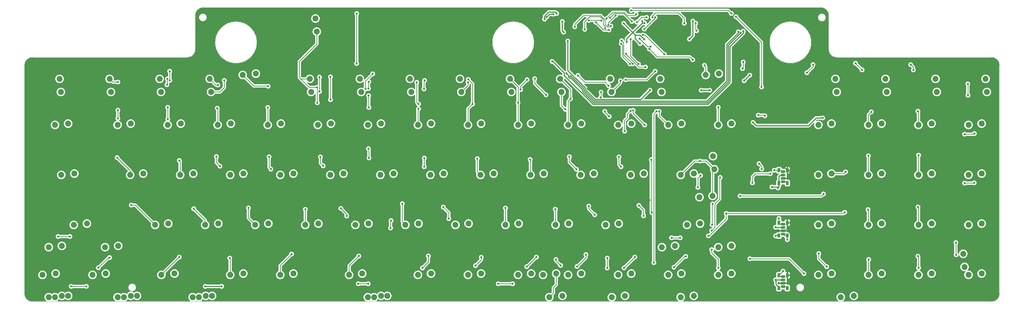
<source format=gbr>
%TF.GenerationSoftware,KiCad,Pcbnew,(6.99.0-5337-gc57e6db79a-dirty)*%
%TF.CreationDate,2023-02-22T22:29:34-05:00*%
%TF.ProjectId,m0330,6d303333-302e-46b6-9963-61645f706362,rev?*%
%TF.SameCoordinates,Original*%
%TF.FileFunction,Copper,L1,Top*%
%TF.FilePolarity,Positive*%
%FSLAX46Y46*%
G04 Gerber Fmt 4.6, Leading zero omitted, Abs format (unit mm)*
G04 Created by KiCad (PCBNEW (6.99.0-5337-gc57e6db79a-dirty)) date 2023-02-22 22:29:34*
%MOMM*%
%LPD*%
G01*
G04 APERTURE LIST*
%TA.AperFunction,SMDPad,CuDef*%
%ADD10R,1.000000X1.500000*%
%TD*%
%TA.AperFunction,ComponentPad*%
%ADD11O,1.800000X1.070000*%
%TD*%
%TA.AperFunction,ComponentPad*%
%ADD12R,1.800000X1.070000*%
%TD*%
%TA.AperFunction,ComponentPad*%
%ADD13C,2.250000*%
%TD*%
%TA.AperFunction,ViaPad*%
%ADD14C,0.800000*%
%TD*%
%TA.AperFunction,Conductor*%
%ADD15C,0.400000*%
%TD*%
%TA.AperFunction,Conductor*%
%ADD16C,0.250000*%
%TD*%
%TA.AperFunction,Profile*%
%ADD17C,0.150000*%
%TD*%
%TA.AperFunction,Profile*%
%ADD18C,0.050000*%
%TD*%
%TA.AperFunction,Profile*%
%ADD19C,0.200000*%
%TD*%
G04 APERTURE END LIST*
D10*
%TO.P,LED1,1,VCC*%
%TO.N,+5V*%
X291089999Y-125889999D03*
D11*
X292689999Y-122804999D03*
D10*
%TO.P,LED1,2,DOUT*%
%TO.N,unconnected-(LED1-DOUT-Pad2)*%
X294289999Y-125889999D03*
D11*
X292689999Y-125344999D03*
D12*
%TO.P,LED1,3,GND*%
%TO.N,GND*%
X292689999Y-124074999D03*
D10*
X294289999Y-120989999D03*
D11*
%TO.P,LED1,4,DIN*%
%TO.N,Net-(LED1-DIN)*%
X292689999Y-121534999D03*
D10*
X291089999Y-120989999D03*
%TD*%
%TO.P,LED2,1,VCC*%
%TO.N,+5V*%
X291089999Y-105889999D03*
D11*
X292689999Y-102804999D03*
D10*
%TO.P,LED2,2,DOUT*%
%TO.N,Net-(LED1-DIN)*%
X294289999Y-105889999D03*
D11*
X292689999Y-105344999D03*
D12*
%TO.P,LED2,3,GND*%
%TO.N,GND*%
X292689999Y-104074999D03*
D10*
X294289999Y-100989999D03*
D11*
%TO.P,LED2,4,DIN*%
%TO.N,Net-(LED2-DIN)*%
X292689999Y-101534999D03*
D10*
X291089999Y-100989999D03*
%TD*%
%TO.P,LED3,1,VCC*%
%TO.N,+5V*%
X291089999Y-85889999D03*
D11*
X292689999Y-82804999D03*
D10*
%TO.P,LED3,2,DOUT*%
%TO.N,Net-(LED2-DIN)*%
X294289999Y-85889999D03*
D11*
X292689999Y-85344999D03*
D12*
%TO.P,LED3,3,GND*%
%TO.N,GND*%
X292689999Y-84074999D03*
D10*
X294289999Y-80989999D03*
D11*
%TO.P,LED3,4,DIN*%
%TO.N,LEDDINC*%
X292689999Y-81534999D03*
D10*
X291089999Y-80989999D03*
%TD*%
D13*
%TO.P,SW_LGUI_1,1,COL*%
%TO.N,COL2*%
X56063750Y-120865000D03*
%TO.P,SW_LGUI_1,2,ROW*%
%TO.N,Net-(D97-A)*%
X61063750Y-120365000D03*
%TD*%
%TO.P,SW_L_1,1,COL*%
%TO.N,COL9*%
X196557500Y-82765000D03*
%TO.P,SW_L_1,2,ROW*%
%TO.N,Net-(D67-A)*%
X201557500Y-82265000D03*
%TD*%
%TO.P,SW_TAB_1,1,COL*%
%TO.N,COL0*%
X15582500Y-63715000D03*
%TO.P,SW_TAB_1,2,ROW*%
%TO.N,Net-(D39-A)*%
X20582500Y-63215000D03*
%TD*%
%TO.P,SW_KPMINUS_1,1,COL*%
%TO.N,COL17*%
X363245000Y-82765000D03*
%TO.P,SW_KPMINUS_1,2,ROW*%
%TO.N,Net-(D55-A)*%
X368245000Y-82265000D03*
%TD*%
%TO.P,SW_KP7_1,1,COL*%
%TO.N,COL14*%
X306095000Y-63715000D03*
%TO.P,SW_KP7_1,2,ROW*%
%TO.N,Net-(D52-A)*%
X311095000Y-63215000D03*
%TD*%
%TO.P,SW_RALT_1,1,COL*%
%TO.N,COL8*%
X172745000Y-120865000D03*
%TO.P,SW_RALT_1,2,ROW*%
%TO.N,Net-(D7-A)*%
X177745000Y-120365000D03*
%TD*%
%TO.P,SW_UPX_2,1,COL*%
%TO.N,COL12*%
X272995000Y-109815000D03*
%TO.P,SW_UPX_2,2,ROW*%
%TO.N,Net-(D89-A)*%
X267995000Y-110315000D03*
%TD*%
%TO.P,SW_SP2_2,1,COL*%
%TO.N,COL6*%
X139645000Y-128865000D03*
%TO.P,SW_SP2_2,2,ROW*%
%TO.N,Net-(D99-A)*%
X134645000Y-129365000D03*
%TD*%
%TO.P,SW_9_1,1,COL*%
%TO.N,COL9*%
X188770000Y-46165000D03*
%TO.P,SW_9_1,2,ROW*%
%TO.N,Net-(D28-A)*%
X189270000Y-51165000D03*
%TD*%
%TO.P,SW_SP2_3,1,COL*%
%TO.N,COL6*%
X142026250Y-128865000D03*
%TO.P,SW_SP2_3,2,ROW*%
%TO.N,Net-(D99-A)*%
X137026250Y-129365000D03*
%TD*%
%TO.P,SW_KP4_1,1,COL*%
%TO.N,COL14*%
X306095000Y-82765000D03*
%TO.P,SW_KP4_1,2,ROW*%
%TO.N,Net-(D72-A)*%
X311095000Y-82265000D03*
%TD*%
%TO.P,SW_1_1,1,COL*%
%TO.N,COL1*%
X36370000Y-46165000D03*
%TO.P,SW_1_1,2,ROW*%
%TO.N,Net-(D20-A)*%
X36870000Y-51165000D03*
%TD*%
%TO.P,SW_EQ_1,1,COL*%
%TO.N,COL12*%
X245920000Y-46165000D03*
%TO.P,SW_EQ_1,2,ROW*%
%TO.N,Net-(D31-A)*%
X246420000Y-51165000D03*
%TD*%
%TO.P,SW_BACKSL_1,1,COL*%
%TO.N,COL13*%
X267995000Y-63715000D03*
%TO.P,SW_BACKSL_1,2,ROW*%
%TO.N,Net-(D12-A)*%
X272995000Y-63215000D03*
%TD*%
%TO.P,SW_POW_1,1,COL*%
%TO.N,COL5*%
X115220000Y-28165000D03*
%TO.P,SW_POW_1,2,ROW*%
%TO.N,Net-(D82-A)*%
X114720000Y-23165000D03*
%TD*%
%TO.P,SW_ENTER_2,1,COL*%
%TO.N,COL12*%
X266495000Y-80615000D03*
%TO.P,SW_ENTER_2,2,ROW*%
%TO.N,Net-(D70-A)*%
X265995000Y-75615000D03*
%TD*%
%TO.P,SW_LCTRL_3,1,COL*%
%TO.N,COL1*%
X18201250Y-128865000D03*
%TO.P,SW_LCTRL_3,2,ROW*%
%TO.N,Net-(D96-A)*%
X13201250Y-129365000D03*
%TD*%
%TO.P,SW_KPPLUS_1,1,COL*%
%TO.N,COL17*%
X363245000Y-63715000D03*
%TO.P,SW_KPPLUS_1,2,ROW*%
%TO.N,Net-(D36-A)*%
X368245000Y-63215000D03*
%TD*%
%TO.P,SW_Y_1,1,COL*%
%TO.N,COL6*%
X134645000Y-63715000D03*
%TO.P,SW_Y_1,2,ROW*%
%TO.N,Net-(D45-A)*%
X139645000Y-63215000D03*
%TD*%
%TO.P,SW_F_1,1,COL*%
%TO.N,COL4*%
X101307500Y-82765000D03*
%TO.P,SW_F_1,2,ROW*%
%TO.N,Net-(D62-A)*%
X106307500Y-82265000D03*
%TD*%
%TO.P,SW_V_1,1,COL*%
%TO.N,COL4*%
X110832500Y-101815000D03*
%TO.P,SW_V_1,2,ROW*%
%TO.N,Net-(D81-A)*%
X115832500Y-101315000D03*
%TD*%
%TO.P,SW_X_1,1,COL*%
%TO.N,COL2*%
X72732500Y-101815000D03*
%TO.P,SW_X_1,2,ROW*%
%TO.N,Net-(D79-A)*%
X77732500Y-101315000D03*
%TD*%
%TO.P,SW_B_1,1,COL*%
%TO.N,COL5*%
X129882500Y-101815000D03*
%TO.P,SW_B_1,2,ROW*%
%TO.N,Net-(D105-A)*%
X134882500Y-101315000D03*
%TD*%
%TO.P,SW_KP2_1,1,COL*%
%TO.N,COL15*%
X325145000Y-101815000D03*
%TO.P,SW_KP2_1,2,ROW*%
%TO.N,Net-(D92-A)*%
X330145000Y-101315000D03*
%TD*%
%TO.P,SW_2_1,1,COL*%
%TO.N,COL2*%
X55420000Y-46165000D03*
%TO.P,SW_2_1,2,ROW*%
%TO.N,Net-(D21-A)*%
X55920000Y-51165000D03*
%TD*%
%TO.P,SW_COMMA_1,1,COL*%
%TO.N,COL8*%
X187032500Y-101815000D03*
%TO.P,SW_COMMA_1,2,ROW*%
%TO.N,Net-(D85-A)*%
X192032500Y-101315000D03*
%TD*%
%TO.P,SW_KPENT_2,1,COL*%
%TO.N,COL17*%
X361745000Y-117840000D03*
%TO.P,SW_KPENT_2,2,ROW*%
%TO.N,Net-(D93-A)*%
X361245000Y-112840000D03*
%TD*%
%TO.P,SW_E_1,1,COL*%
%TO.N,COL3*%
X77495000Y-63715000D03*
%TO.P,SW_E_1,2,ROW*%
%TO.N,Net-(D42-A)*%
X82495000Y-63215000D03*
%TD*%
%TO.P,SW_ENTER_3,1,COL*%
%TO.N,COL12*%
X253707500Y-82765000D03*
%TO.P,SW_ENTER_3,2,ROW*%
%TO.N,Net-(D70-A)*%
X258707500Y-82265000D03*
%TD*%
%TO.P,SW_U_1,1,COL*%
%TO.N,COL7*%
X153695000Y-63715000D03*
%TO.P,SW_U_1,2,ROW*%
%TO.N,Net-(D46-A)*%
X158695000Y-63215000D03*
%TD*%
%TO.P,SW_J_1,1,COL*%
%TO.N,COL7*%
X158457500Y-82765000D03*
%TO.P,SW_J_1,2,ROW*%
%TO.N,Net-(D65-A)*%
X163457500Y-82265000D03*
%TD*%
%TO.P,SW_APOS_1,1,COL*%
%TO.N,COL11*%
X234657500Y-82765000D03*
%TO.P,SW_APOS_1,2,ROW*%
%TO.N,Net-(D69-A)*%
X239657500Y-82265000D03*
%TD*%
%TO.P,SW_LALT_3,1,COL*%
%TO.N,COL3*%
X75351250Y-128865000D03*
%TO.P,SW_LALT_3,2,ROW*%
%TO.N,Net-(D98-A)*%
X70351250Y-129365000D03*
%TD*%
%TO.P,SW_M_1,1,COL*%
%TO.N,COL7*%
X167982500Y-101815000D03*
%TO.P,SW_M_1,2,ROW*%
%TO.N,Net-(D84-A)*%
X172982500Y-101315000D03*
%TD*%
%TO.P,SW_W_1,1,COL*%
%TO.N,COL2*%
X58445000Y-63715000D03*
%TO.P,SW_W_1,2,ROW*%
%TO.N,Net-(D41-A)*%
X63445000Y-63215000D03*
%TD*%
%TO.P,SW_CCTRL_1,1,COL*%
%TO.N,COL0*%
X17963750Y-82765000D03*
%TO.P,SW_CCTRL_1,2,ROW*%
%TO.N,Net-(D57-A)*%
X22963750Y-82265000D03*
%TD*%
%TO.P,SW_5_1,1,COL*%
%TO.N,COL5*%
X112570000Y-46165000D03*
%TO.P,SW_5_1,2,ROW*%
%TO.N,Net-(D24-A)*%
X113070000Y-51165000D03*
%TD*%
%TO.P,SW_LCTRL_2,1,COL*%
%TO.N,COL1*%
X29870000Y-120865000D03*
%TO.P,SW_LCTRL_2,2,ROW*%
%TO.N,Net-(D96-A)*%
X34870000Y-120365000D03*
%TD*%
%TO.P,SW_LALT_1,1,COL*%
%TO.N,COL3*%
X82257500Y-120865000D03*
%TO.P,SW_LALT_1,2,ROW*%
%TO.N,Net-(D98-A)*%
X87257500Y-120365000D03*
%TD*%
%TO.P,SW_RGUI_1,1,COL*%
%TO.N,COL9*%
X191795000Y-120865000D03*
%TO.P,SW_RGUI_1,2,ROW*%
%TO.N,Net-(D100-A)*%
X196795000Y-120365000D03*
%TD*%
%TO.P,SW_RSUP1_1,1,COL*%
%TO.N,COL11*%
X229895000Y-120865000D03*
%TO.P,SW_RSUP1_1,2,ROW*%
%TO.N,Net-(D101-A)*%
X234895000Y-120365000D03*
%TD*%
%TO.P,SW_S_1,1,COL*%
%TO.N,COL2*%
X63207500Y-82765000D03*
%TO.P,SW_S_1,2,ROW*%
%TO.N,Net-(D60-A)*%
X68207500Y-82265000D03*
%TD*%
%TO.P,SW_LSH_1,1,COL*%
%TO.N,COL0*%
X22726250Y-101815000D03*
%TO.P,SW_LSH_1,2,ROW*%
%TO.N,Net-(D1-A)*%
X27726250Y-101315000D03*
%TD*%
%TO.P,SW_R_1,1,COL*%
%TO.N,COL4*%
X96545000Y-63715000D03*
%TO.P,SW_R_1,2,ROW*%
%TO.N,Net-(D43-A)*%
X101545000Y-63215000D03*
%TD*%
%TO.P,SW_D_1,1,COL*%
%TO.N,COL3*%
X82257500Y-82765000D03*
%TO.P,SW_D_1,2,ROW*%
%TO.N,Net-(D61-A)*%
X87257500Y-82265000D03*
%TD*%
%TO.P,SW_P_1,1,COL*%
%TO.N,COL10*%
X210845000Y-63715000D03*
%TO.P,SW_P_1,2,ROW*%
%TO.N,Net-(D49-A)*%
X215845000Y-63215000D03*
%TD*%
%TO.P,SW_C_1,1,COL*%
%TO.N,COL3*%
X91782500Y-101815000D03*
%TO.P,SW_C_1,2,ROW*%
%TO.N,Net-(D80-A)*%
X96782500Y-101315000D03*
%TD*%
%TO.P,SW_O_1,1,COL*%
%TO.N,COL9*%
X191795000Y-63715000D03*
%TO.P,SW_O_1,2,ROW*%
%TO.N,Net-(D48-A)*%
X196795000Y-63215000D03*
%TD*%
%TO.P,SW_RSH_2,1,COL*%
%TO.N,COL11*%
X251563750Y-109815000D03*
%TO.P,SW_RSH_2,2,ROW*%
%TO.N,Net-(D88-A)*%
X246563750Y-110315000D03*
%TD*%
%TO.P,SW_RALT_2,1,COL*%
%TO.N,COL8*%
X201320000Y-120865000D03*
%TO.P,SW_RALT_2,2,ROW*%
%TO.N,Net-(D7-A)*%
X206320000Y-120365000D03*
%TD*%
%TO.P,SW_ESC_1,1,COL*%
%TO.N,COL0*%
X17320000Y-46165000D03*
%TO.P,SW_ESC_1,2,ROW*%
%TO.N,Net-(D19-A)*%
X17820000Y-51165000D03*
%TD*%
%TO.P,SW_0_1,1,COL*%
%TO.N,COL10*%
X207820000Y-46165000D03*
%TO.P,SW_0_1,2,ROW*%
%TO.N,Net-(D29-A)*%
X208320000Y-51165000D03*
%TD*%
%TO.P,SW_LALT_2,1,COL*%
%TO.N,COL3*%
X72970000Y-128865000D03*
%TO.P,SW_LALT_2,2,ROW*%
%TO.N,Net-(D98-A)*%
X67970000Y-129365000D03*
%TD*%
%TO.P,SW_KPEQ_1,1,COL*%
%TO.N,COL15*%
X331645000Y-46165000D03*
%TO.P,SW_KPEQ_1,2,ROW*%
%TO.N,Net-(D34-A)*%
X332145000Y-51165000D03*
%TD*%
%TO.P,SW_BS_1,1,COL*%
%TO.N,COL13*%
X263232500Y-44665000D03*
%TO.P,SW_BS_1,2,ROW*%
%TO.N,Net-(D32-A)*%
X268232500Y-44165000D03*
%TD*%
%TO.P,SW_KP9_1,1,COL*%
%TO.N,COL16*%
X344195000Y-63715000D03*
%TO.P,SW_KP9_1,2,ROW*%
%TO.N,Net-(D53-A)*%
X349195000Y-63215000D03*
%TD*%
%TO.P,SW_K_1,1,COL*%
%TO.N,COL8*%
X177507500Y-82765000D03*
%TO.P,SW_K_1,2,ROW*%
%TO.N,Net-(D66-A)*%
X182507500Y-82265000D03*
%TD*%
%TO.P,SW_Q_1,1,COL*%
%TO.N,COL1*%
X39395000Y-63715000D03*
%TO.P,SW_Q_1,2,ROW*%
%TO.N,Net-(D40-A)*%
X44395000Y-63215000D03*
%TD*%
%TO.P,SW_LSH_2,1,COL*%
%TO.N,COL0*%
X18201250Y-109815000D03*
%TO.P,SW_LSH_2,2,ROW*%
%TO.N,Net-(D1-A)*%
X13201250Y-110315000D03*
%TD*%
%TO.P,SW_LBRC_1,1,COL*%
%TO.N,COL11*%
X229895000Y-63715000D03*
%TO.P,SW_LBRC_1,2,ROW*%
%TO.N,Net-(D50-A)*%
X234895000Y-63215000D03*
%TD*%
%TO.P,SW_MINUS_1,1,COL*%
%TO.N,COL11*%
X226870000Y-46165000D03*
%TO.P,SW_MINUS_1,2,ROW*%
%TO.N,Net-(D30-A)*%
X227370000Y-51165000D03*
%TD*%
%TO.P,SW_RSUP3_1,1,COL*%
%TO.N,COL13*%
X267995000Y-120865000D03*
%TO.P,SW_RSUP3_1,2,ROW*%
%TO.N,Net-(D106-A)*%
X272995000Y-120365000D03*
%TD*%
%TO.P,SW_KPPER_1,1,COL*%
%TO.N,COL16*%
X344195000Y-120865000D03*
%TO.P,SW_KPPER_1,2,ROW*%
%TO.N,Net-(D108-A)*%
X349195000Y-120365000D03*
%TD*%
%TO.P,SW_Z_1,1,COL*%
%TO.N,COL1*%
X53682500Y-101815000D03*
%TO.P,SW_Z_1,2,ROW*%
%TO.N,Net-(D78-A)*%
X58682500Y-101315000D03*
%TD*%
%TO.P,SW_RALT_3,1,COL*%
%TO.N,COL8*%
X208701250Y-128865000D03*
%TO.P,SW_RALT_3,2,ROW*%
%TO.N,Net-(D7-A)*%
X203701250Y-129365000D03*
%TD*%
%TO.P,SW_A_1,1,COL*%
%TO.N,COL1*%
X44157500Y-82765000D03*
%TO.P,SW_A_1,2,ROW*%
%TO.N,Net-(D59-A)*%
X49157500Y-82265000D03*
%TD*%
%TO.P,SW_KPENTX_1,1,COL*%
%TO.N,COL17*%
X363245000Y-101815000D03*
%TO.P,SW_KPENTX_1,2,ROW*%
%TO.N,Net-(D75-A)*%
X368245000Y-101315000D03*
%TD*%
%TO.P,SW_KPMULT_1,1,COL*%
%TO.N,COL17*%
X369745000Y-46165000D03*
%TO.P,SW_KPMULT_1,2,ROW*%
%TO.N,Net-(D16-A)*%
X370245000Y-51165000D03*
%TD*%
%TO.P,SW_KP5_1,1,COL*%
%TO.N,COL15*%
X325145000Y-82765000D03*
%TO.P,SW_KP5_1,2,ROW*%
%TO.N,Net-(D73-A)*%
X330145000Y-82265000D03*
%TD*%
%TO.P,SW_LCTRL_1,1,COL*%
%TO.N,COL1*%
X20582500Y-128865000D03*
%TO.P,SW_LCTRL_1,2,ROW*%
%TO.N,Net-(D96-A)*%
X15582500Y-129365000D03*
%TD*%
%TO.P,SW_RGUI_2,1,COL*%
%TO.N,COL9*%
X232513750Y-128865000D03*
%TO.P,SW_RGUI_2,2,ROW*%
%TO.N,Net-(D100-A)*%
X227513750Y-129365000D03*
%TD*%
%TO.P,SW_KP1_1,1,COL*%
%TO.N,COL14*%
X306095000Y-101815000D03*
%TO.P,SW_KP1_1,2,ROW*%
%TO.N,Net-(D91-A)*%
X311095000Y-101315000D03*
%TD*%
%TO.P,SW_LGUI_2,1,COL*%
%TO.N,COL2*%
X46776250Y-128865000D03*
%TO.P,SW_LGUI_2,2,ROW*%
%TO.N,Net-(D97-A)*%
X41776250Y-129365000D03*
%TD*%
%TO.P,SW_ENTER_1,1,COL*%
%TO.N,COL12*%
X265851250Y-90765000D03*
%TO.P,SW_ENTER_1,2,ROW*%
%TO.N,Net-(D70-A)*%
X260851250Y-91265000D03*
%TD*%
%TO.P,SW_KPDIV_1,1,COL*%
%TO.N,COL16*%
X350695000Y-46165000D03*
%TO.P,SW_KPDIV_1,2,ROW*%
%TO.N,Net-(D35-A)*%
X351195000Y-51165000D03*
%TD*%
%TO.P,SW_H_1,1,COL*%
%TO.N,COL6*%
X139407500Y-82765000D03*
%TO.P,SW_H_1,2,ROW*%
%TO.N,Net-(D64-A)*%
X144407500Y-82265000D03*
%TD*%
%TO.P,SW_8_1,1,COL*%
%TO.N,COL8*%
X169720000Y-46165000D03*
%TO.P,SW_8_1,2,ROW*%
%TO.N,Net-(D27-A)*%
X170220000Y-51165000D03*
%TD*%
%TO.P,SW_T_1,1,COL*%
%TO.N,COL5*%
X115595000Y-63715000D03*
%TO.P,SW_T_1,2,ROW*%
%TO.N,Net-(D44-A)*%
X120595000Y-63215000D03*
%TD*%
%TO.P,SW_N_1,1,COL*%
%TO.N,COL6*%
X148932500Y-101815000D03*
%TO.P,SW_N_1,2,ROW*%
%TO.N,Net-(D83-A)*%
X153932500Y-101315000D03*
%TD*%
%TO.P,SW_RBRC_1,1,COL*%
%TO.N,COL12*%
X248945000Y-63715000D03*
%TO.P,SW_RBRC_1,2,ROW*%
%TO.N,Net-(D51-A)*%
X253945000Y-63215000D03*
%TD*%
%TO.P,SW_CAPS_2,1,COL*%
%TO.N,COL0*%
X39632500Y-109815000D03*
%TO.P,SW_CAPS_2,2,ROW*%
%TO.N,Net-(D104-A)*%
X34632500Y-110315000D03*
%TD*%
%TO.P,SW_KP0_1,1,COL*%
%TO.N,COL14*%
X306095000Y-120865000D03*
%TO.P,SW_KP0_1,2,ROW*%
%TO.N,Net-(D107-A)*%
X311095000Y-120365000D03*
%TD*%
%TO.P,SW_KP3_1,1,COL*%
%TO.N,COL16*%
X344195000Y-101815000D03*
%TO.P,SW_KP3_1,2,ROW*%
%TO.N,Net-(D74-A)*%
X349195000Y-101315000D03*
%TD*%
%TO.P,SW_SP3_1,1,COL*%
%TO.N,COL7*%
X153695000Y-120865000D03*
%TO.P,SW_SP3_1,2,ROW*%
%TO.N,Net-(D6-A)*%
X158695000Y-120365000D03*
%TD*%
%TO.P,SW_SP1_1,1,COL*%
%TO.N,COL4*%
X101307500Y-120865000D03*
%TO.P,SW_SP1_1,2,ROW*%
%TO.N,Net-(D2-A)*%
X106307500Y-120365000D03*
%TD*%
%TO.P,SW_4_1,1,COL*%
%TO.N,COL4*%
X87020000Y-44665000D03*
%TO.P,SW_4_1,2,ROW*%
%TO.N,Net-(D23-A)*%
X92020000Y-44165000D03*
%TD*%
%TO.P,SW_7_1,1,COL*%
%TO.N,COL7*%
X150670000Y-46165000D03*
%TO.P,SW_7_1,2,ROW*%
%TO.N,Net-(D26-A)*%
X151170000Y-51165000D03*
%TD*%
%TO.P,SW_RCTRL_2,1,COL*%
%TO.N,COL10*%
X258707500Y-128865000D03*
%TO.P,SW_RCTRL_2,2,ROW*%
%TO.N,Net-(D8-A)*%
X253707500Y-129365000D03*
%TD*%
%TO.P,SW_SLASH_1,1,COL*%
%TO.N,COL10*%
X225132500Y-101815000D03*
%TO.P,SW_SLASH_1,2,ROW*%
%TO.N,Net-(D87-A)*%
X230132500Y-101315000D03*
%TD*%
%TO.P,SW_6_1,1,COL*%
%TO.N,COL6*%
X131620000Y-46165000D03*
%TO.P,SW_6_1,2,ROW*%
%TO.N,Net-(D25-A)*%
X132120000Y-51165000D03*
%TD*%
%TO.P,SW_CAPS_1,1,COL*%
%TO.N,COL0*%
X10820000Y-120865000D03*
%TO.P,SW_CAPS_1,2,ROW*%
%TO.N,Net-(D104-A)*%
X15820000Y-120365000D03*
%TD*%
%TO.P,SW_RSUP2_1,1,COL*%
%TO.N,COL12*%
X248945000Y-120865000D03*
%TO.P,SW_RSUP2_1,2,ROW*%
%TO.N,Net-(D102-A)*%
X253945000Y-120365000D03*
%TD*%
%TO.P,SW_3_1,1,COL*%
%TO.N,COL3*%
X74470000Y-46165000D03*
%TO.P,SW_3_1,2,ROW*%
%TO.N,Net-(D22-A)*%
X74970000Y-51165000D03*
%TD*%
%TO.P,SW_KPENT_1,1,COL*%
%TO.N,COL17*%
X363245000Y-120865000D03*
%TO.P,SW_KPENT_1,2,ROW*%
%TO.N,Net-(D93-A)*%
X368245000Y-120365000D03*
%TD*%
%TO.P,SW_KP0_2,1,COL*%
%TO.N,COL14*%
X319620000Y-128865000D03*
%TO.P,SW_KP0_2,2,ROW*%
%TO.N,Net-(D107-A)*%
X314620000Y-129365000D03*
%TD*%
%TO.P,SW_KP0X_1,1,COL*%
%TO.N,COL15*%
X325145000Y-120865000D03*
%TO.P,SW_KP0X_1,2,ROW*%
%TO.N,Net-(D103-A)*%
X330145000Y-120365000D03*
%TD*%
%TO.P,SW_PER_1,1,COL*%
%TO.N,COL9*%
X206082500Y-101815000D03*
%TO.P,SW_PER_1,2,ROW*%
%TO.N,Net-(D86-A)*%
X211082500Y-101315000D03*
%TD*%
%TO.P,SW_SP2_1,1,COL*%
%TO.N,COL6*%
X127501250Y-120865000D03*
%TO.P,SW_SP2_1,2,ROW*%
%TO.N,Net-(D99-A)*%
X132501250Y-120365000D03*
%TD*%
%TO.P,SW_KPCLR_1,1,COL*%
%TO.N,COL14*%
X312595000Y-46165000D03*
%TO.P,SW_KPCLR_1,2,ROW*%
%TO.N,Net-(D33-A)*%
X313095000Y-51165000D03*
%TD*%
%TO.P,SW_COLON_1,1,COL*%
%TO.N,COL10*%
X215607500Y-82765000D03*
%TO.P,SW_COLON_1,2,ROW*%
%TO.N,Net-(D68-A)*%
X220607500Y-82265000D03*
%TD*%
%TO.P,SW_RCTRL_1,1,COL*%
%TO.N,COL10*%
X210845000Y-120865000D03*
%TO.P,SW_RCTRL_1,2,ROW*%
%TO.N,Net-(D8-A)*%
X215845000Y-120365000D03*
%TD*%
%TO.P,SW_G_1,1,COL*%
%TO.N,COL5*%
X120357500Y-82765000D03*
%TO.P,SW_G_1,2,ROW*%
%TO.N,Net-(D63-A)*%
X125357500Y-82265000D03*
%TD*%
%TO.P,SW_I_1,1,COL*%
%TO.N,COL8*%
X172745000Y-63715000D03*
%TO.P,SW_I_1,2,ROW*%
%TO.N,Net-(D47-A)*%
X177745000Y-63215000D03*
%TD*%
%TO.P,SW_KP6_1,1,COL*%
%TO.N,COL16*%
X344195000Y-82765000D03*
%TO.P,SW_KP6_1,2,ROW*%
%TO.N,Net-(D54-A)*%
X349195000Y-82265000D03*
%TD*%
%TO.P,SW_LGUI_3,1,COL*%
%TO.N,COL2*%
X44395000Y-128865000D03*
%TO.P,SW_LGUI_3,2,ROW*%
%TO.N,Net-(D97-A)*%
X39395000Y-129365000D03*
%TD*%
%TO.P,SW_KP8_1,1,COL*%
%TO.N,COL15*%
X325145000Y-63715000D03*
%TO.P,SW_KP8_1,2,ROW*%
%TO.N,Net-(D109-A)*%
X330145000Y-63215000D03*
%TD*%
%TO.P,SW_RSH_1,1,COL*%
%TO.N,COL11*%
X256088750Y-101815000D03*
%TO.P,SW_RSH_1,2,ROW*%
%TO.N,Net-(D88-A)*%
X261088750Y-101315000D03*
%TD*%
D14*
%TO.N,+5V*%
X289820000Y-102706000D03*
X261500000Y-50500000D03*
X289820000Y-106008000D03*
X242000000Y-50500000D03*
X209155404Y-28344596D03*
X288425000Y-87370000D03*
X289820000Y-122772000D03*
X280000000Y-44750000D03*
X264750000Y-50500000D03*
X277875000Y-46875000D03*
X210750000Y-31750000D03*
X208630000Y-24310000D03*
X290765000Y-87740000D03*
%TO.N,Net-(D1-A)*%
X21250000Y-106250000D03*
X16750000Y-106250000D03*
%TO.N,ROW2*%
X234640000Y-58330000D03*
X308040000Y-90040000D03*
X235428800Y-40432545D03*
X231230047Y-31606221D03*
X232370000Y-66100000D03*
X276310000Y-90790000D03*
%TO.N,ROW4*%
X244500497Y-58565500D03*
X243500000Y-116215000D03*
X143490000Y-100180000D03*
X280020000Y-114750000D03*
X300610000Y-120370000D03*
X143270000Y-103020000D03*
%TO.N,Net-(D22-A)*%
X80000000Y-46750000D03*
%TO.N,Net-(D21-A)*%
X59250000Y-46750000D03*
X59250000Y-43250000D03*
%TO.N,Net-(D24-A)*%
X116250000Y-45500000D03*
X116250000Y-51000000D03*
%TO.N,Net-(D25-A)*%
X133750000Y-50000000D03*
X136500000Y-44250000D03*
%TO.N,Net-(D26-A)*%
X156250000Y-46750000D03*
X156000000Y-50000000D03*
%TO.N,Net-(D27-A)*%
X172750000Y-47500000D03*
%TO.N,Net-(D28-A)*%
X192750000Y-50250000D03*
X195250000Y-46500000D03*
%TO.N,Net-(D55-A)*%
X361780000Y-85910000D03*
X365420000Y-85780000D03*
%TO.N,Net-(D30-A)*%
X230790000Y-46880000D03*
%TO.N,Net-(D36-A)*%
X361750000Y-67250000D03*
X365500000Y-67000000D03*
%TO.N,Net-(D70-A)*%
X261250000Y-83000000D03*
X260250000Y-87500000D03*
%TO.N,Net-(D96-A)*%
X21750000Y-125250000D03*
X27500000Y-125250000D03*
%TO.N,Net-(D98-A)*%
X79000000Y-125250000D03*
X72750000Y-125250000D03*
%TO.N,Net-(LED1-DIN)*%
X294290000Y-107460000D03*
X292655000Y-119425000D03*
%TO.N,Net-(LED2-DIN)*%
X291090000Y-99360000D03*
%TO.N,Net-(D88-A)*%
X253500000Y-106750000D03*
X250250000Y-106750000D03*
%TO.N,COL5*%
X115330000Y-49404500D03*
X117630000Y-79300000D03*
X124360000Y-95530000D03*
X116600000Y-75940000D03*
X126600000Y-98440000D03*
X115390000Y-55270000D03*
%TO.N,COL1*%
X226200000Y-25664500D03*
X228958391Y-22004500D03*
X44610000Y-94270000D03*
X32080000Y-118160000D03*
X36330000Y-114280000D03*
X39510000Y-47370000D03*
X39510000Y-61200000D03*
X39230000Y-76190000D03*
X39510000Y-58110000D03*
%TO.N,COL2*%
X214625500Y-44853099D03*
X58200000Y-48404500D03*
X62900000Y-77280000D03*
X58510000Y-61580000D03*
X226250000Y-48750000D03*
X58470000Y-57020000D03*
X58340000Y-46155500D03*
X68380000Y-95670000D03*
X62860000Y-114100000D03*
%TO.N,COL3*%
X77320000Y-57340000D03*
X77580000Y-48504500D03*
X78350000Y-79440000D03*
X77000000Y-75780000D03*
X89190000Y-95350000D03*
X82090000Y-114500000D03*
%TO.N,COL4*%
X105630000Y-112930000D03*
X110860000Y-95890000D03*
X96550000Y-57100000D03*
X97730000Y-80560000D03*
X97060000Y-75890000D03*
X96680000Y-48954500D03*
%TO.N,ROW3*%
X264250000Y-106000000D03*
X316130000Y-97010000D03*
X271030000Y-97480000D03*
X242750000Y-97165000D03*
X242500000Y-77000000D03*
X235631016Y-58200030D03*
X240000000Y-63750000D03*
%TO.N,LEDDIN*%
X287815000Y-82330000D03*
X281000000Y-85750000D03*
%TO.N,BUZIN*%
X277500000Y-39750000D03*
X258304643Y-38879143D03*
X241747163Y-34755142D03*
X277250000Y-42250000D03*
%TO.N,VBUS*%
X277500000Y-28000000D03*
X204750000Y-39500000D03*
X206500000Y-21250000D03*
X201901000Y-23427033D03*
%TO.N,USB_DP_ESD*%
X275633475Y-28205151D03*
X211732369Y-45113033D03*
%TO.N,+3.3VA*%
X238261751Y-32722500D03*
X233130000Y-32090000D03*
X239061751Y-24247500D03*
X239809251Y-31120000D03*
X239914873Y-24883354D03*
X232067217Y-25013000D03*
%TO.N,/NRST*%
X239837637Y-27174649D03*
X243961137Y-22737797D03*
%TO.N,EEP_SCL*%
X238053403Y-30830515D03*
X242230000Y-33880000D03*
%TO.N,USB_DM*%
X217191751Y-27287500D03*
X224910000Y-26823500D03*
%TO.N,USB_DP*%
X227180000Y-26048000D03*
X213383500Y-26325417D03*
%TO.N,EEP_SDA*%
X247460000Y-36760000D03*
X239340000Y-29430000D03*
%TO.N,/BOOT0*%
X237004790Y-24544043D03*
X240711751Y-22722500D03*
X255062125Y-24937875D03*
X242961751Y-22722500D03*
%TO.N,Net-(D29-A)*%
X209750000Y-57750000D03*
%TO.N,Net-(D72-A)*%
X316484500Y-81590000D03*
%TO.N,GND*%
X263000000Y-89250000D03*
X262500000Y-28250000D03*
X292000000Y-78750000D03*
X240250000Y-129000000D03*
X163170000Y-55390000D03*
X324450000Y-54750000D03*
X145250000Y-51500000D03*
X158750000Y-74450000D03*
X346625000Y-75725000D03*
X231900000Y-28090000D03*
X91900000Y-53770000D03*
X225000000Y-49000000D03*
X311100000Y-113850000D03*
X228110941Y-24566095D03*
X85500000Y-52480000D03*
X173000000Y-73250000D03*
X216240000Y-28900000D03*
X102600000Y-74300000D03*
X282750000Y-83500000D03*
X211500000Y-113700000D03*
X126870000Y-112120000D03*
X243750000Y-27750000D03*
X221612059Y-48889950D03*
X113750000Y-113950000D03*
X218310000Y-50100000D03*
X209000000Y-31250000D03*
X344900000Y-54850000D03*
X282750000Y-46500000D03*
X186000000Y-46250000D03*
X134500000Y-113560000D03*
X223500000Y-46000000D03*
X194150000Y-74450000D03*
X141230000Y-44570000D03*
X189000000Y-119750000D03*
X241250000Y-37000000D03*
X140750000Y-52160000D03*
X267250000Y-88750000D03*
X118210000Y-52050000D03*
X359100000Y-43850000D03*
X248951751Y-27787500D03*
X13750000Y-105250000D03*
X224000000Y-126500000D03*
X165000000Y-46000000D03*
X204500000Y-124250000D03*
X47750000Y-123500000D03*
X329300000Y-93750000D03*
X199250000Y-126250000D03*
X137800000Y-74150000D03*
X243000000Y-29500000D03*
X122620000Y-52480000D03*
X234450000Y-73850000D03*
X241750000Y-92400000D03*
X146450000Y-56190000D03*
X78150000Y-74850000D03*
X113790000Y-43170000D03*
X345725000Y-79450000D03*
X93300000Y-113500000D03*
X229500000Y-52000000D03*
X310550000Y-93950000D03*
X73200000Y-113500000D03*
X248430000Y-111940000D03*
X261500000Y-27250000D03*
X105670000Y-52860000D03*
X330350000Y-72900000D03*
X295502500Y-105202500D03*
X236500000Y-52750000D03*
X248100000Y-53250000D03*
X60050000Y-112200000D03*
X160440000Y-44630000D03*
X230150000Y-91500000D03*
X204500000Y-46000000D03*
X249101751Y-26027500D03*
X238286751Y-20767500D03*
X185500000Y-51500000D03*
X312350000Y-73450000D03*
X354215965Y-43318783D03*
X326450000Y-93500000D03*
X165750000Y-51250000D03*
X188850000Y-113700000D03*
X71290000Y-54200000D03*
X103360000Y-43930000D03*
X205750000Y-51000000D03*
X255750000Y-93500000D03*
X346850000Y-93900000D03*
X171700000Y-113350000D03*
X291000000Y-124000000D03*
X51440000Y-54630000D03*
X151450000Y-113900000D03*
X118450000Y-74700000D03*
X249750000Y-73200000D03*
X208500000Y-33500000D03*
X295065000Y-119340000D03*
X215730000Y-26320000D03*
X177600000Y-75000000D03*
X85450000Y-113950000D03*
X212250000Y-39750000D03*
X207250000Y-126000000D03*
X179070000Y-44704000D03*
X326000000Y-40750000D03*
X346275000Y-61700000D03*
X194500000Y-123250000D03*
X212750000Y-37000000D03*
X280273402Y-39525791D03*
%TO.N,ROW0*%
X304061445Y-40735945D03*
X202470000Y-52260000D03*
X244000000Y-43250000D03*
X130400000Y-21270000D03*
X232750000Y-46500000D03*
X301750000Y-43824500D03*
X198160000Y-46120000D03*
X130370000Y-40310000D03*
%TO.N,ROW1*%
X120410000Y-45410000D03*
X231070463Y-32790403D03*
X307750000Y-61065000D03*
X234430000Y-40470000D03*
X281250000Y-62750000D03*
X120430000Y-54080000D03*
%TO.N,Net-(Q1-G)*%
X257000000Y-31000000D03*
X258332458Y-24167542D03*
%TO.N,Net-(Q2-G)*%
X259711751Y-27822500D03*
X259371751Y-24938000D03*
%TO.N,PB3*%
X273000000Y-21250000D03*
X283500000Y-78500000D03*
X234875000Y-20125000D03*
X274750000Y-22500000D03*
X284544500Y-80500000D03*
X284500000Y-49250000D03*
%TO.N,COL6*%
X134840000Y-72750000D03*
X131205000Y-113665000D03*
X134950000Y-52550000D03*
X134860000Y-49854500D03*
X131000000Y-124250000D03*
X135000000Y-47250000D03*
X135020000Y-57050000D03*
X134750000Y-124250000D03*
X135060000Y-76300000D03*
X147750000Y-93730000D03*
%TO.N,USB_DM_ESD*%
X205250000Y-21500000D03*
X202700500Y-22609500D03*
X276565687Y-28565687D03*
X210200500Y-44051835D03*
%TO.N,COL10*%
X220980000Y-97970000D03*
X211775500Y-53750000D03*
X225750000Y-118250000D03*
X225750000Y-114500000D03*
X211320000Y-75830000D03*
X214020000Y-80610000D03*
X218720000Y-94680000D03*
X217640000Y-113130000D03*
X214270000Y-117670000D03*
%TO.N,COL7*%
X156090000Y-79650000D03*
X153940000Y-55750000D03*
X165450000Y-99450000D03*
X153250000Y-47500000D03*
X156130000Y-76360000D03*
X155410000Y-118240000D03*
X157690000Y-113660000D03*
X153920000Y-57630000D03*
X163350000Y-95050000D03*
%TO.N,COL8*%
X175620000Y-117340000D03*
X176290000Y-76580000D03*
X189750000Y-124250000D03*
X172862701Y-46362701D03*
X184250000Y-124250000D03*
X174500000Y-55750000D03*
X187010000Y-95390000D03*
X177800000Y-114130000D03*
%TO.N,COL9*%
X198790000Y-114100000D03*
X205970000Y-95830000D03*
X208000000Y-117250000D03*
X191795000Y-55250000D03*
X196410000Y-76890000D03*
X206250000Y-115000000D03*
X195150000Y-117730000D03*
%TO.N,COL12*%
X245500000Y-58565500D03*
X255640000Y-113840000D03*
X265851250Y-93850000D03*
X251150000Y-117950000D03*
X234650000Y-31070000D03*
X261000000Y-77500000D03*
X237630000Y-40480000D03*
X265650000Y-101770000D03*
%TO.N,COL11*%
X230990000Y-79650000D03*
X239570000Y-98380000D03*
X236250000Y-114100000D03*
X224840000Y-58565500D03*
X223250000Y-53250000D03*
X226500000Y-60500000D03*
X223380000Y-51250000D03*
X237780000Y-94410000D03*
X232140000Y-118210000D03*
X230210000Y-75910000D03*
%TO.N,COL14*%
X309250000Y-117750000D03*
X306250000Y-112750000D03*
%TO.N,COL15*%
X320250000Y-40224500D03*
X325145000Y-75500000D03*
X325000000Y-96000000D03*
X326250000Y-58750000D03*
X322750000Y-42739500D03*
X325250000Y-115000000D03*
%TO.N,COL13*%
X265500000Y-111250000D03*
X268000000Y-118250000D03*
X232918000Y-36576000D03*
X262750000Y-41000000D03*
X265500000Y-104000000D03*
X267995000Y-57000000D03*
X240284000Y-41656000D03*
X268750000Y-83750000D03*
%TO.N,COL16*%
X344000000Y-113750000D03*
X342250000Y-42750000D03*
X344250000Y-118250000D03*
X344000000Y-58500000D03*
X341250000Y-40750000D03*
X344000000Y-95000000D03*
X344250000Y-75250000D03*
%TO.N,COL17*%
X363000000Y-48090000D03*
X358430000Y-108560000D03*
X363040000Y-52400000D03*
X358560000Y-113200000D03*
%TO.N,PB7*%
X236755980Y-21516631D03*
X225457790Y-23222000D03*
X223506251Y-23959224D03*
X218751751Y-23887500D03*
%TO.N,PB4*%
X235111751Y-24257500D03*
X226761751Y-22897500D03*
%TO.N,Net-(Q4-C)*%
X285750000Y-60250000D03*
X283250000Y-60000000D03*
%TO.N,LEDDINC*%
X289315000Y-80990000D03*
%TO.N,PA10*%
X226420000Y-27548000D03*
X221381751Y-24597000D03*
%TD*%
D15*
%TO.N,+5V*%
X289919000Y-102805000D02*
X289820000Y-102706000D01*
X292690000Y-122805000D02*
X289853000Y-122805000D01*
X290765000Y-87740000D02*
X291090000Y-87415000D01*
X217510000Y-49760000D02*
X210750000Y-43000000D01*
X291090000Y-125590000D02*
X290000000Y-124500000D01*
X290000000Y-122952000D02*
X289820000Y-122772000D01*
X238450000Y-54050000D02*
X221128629Y-54050000D01*
X292690000Y-102805000D02*
X289919000Y-102805000D01*
X290395000Y-87370000D02*
X290765000Y-87740000D01*
X242000000Y-50500000D02*
X238450000Y-54050000D01*
X291090000Y-85890000D02*
X291090000Y-83440978D01*
X291725978Y-82805000D02*
X292690000Y-82805000D01*
X208630000Y-27819192D02*
X208630000Y-24310000D01*
X290000000Y-124500000D02*
X290000000Y-122952000D01*
X289938000Y-105890000D02*
X289820000Y-106008000D01*
X291090000Y-87415000D02*
X291090000Y-85890000D01*
X291090000Y-83440978D02*
X291725978Y-82805000D01*
X280000000Y-44750000D02*
X277875000Y-46875000D01*
X209155404Y-28344596D02*
X208630000Y-27819192D01*
X210750000Y-43000000D02*
X210750000Y-31750000D01*
X291090000Y-105890000D02*
X289938000Y-105890000D01*
X261500000Y-50500000D02*
X264750000Y-50500000D01*
X288425000Y-87370000D02*
X290395000Y-87370000D01*
X217510000Y-50431371D02*
X217510000Y-49760000D01*
X221128629Y-54050000D02*
X217510000Y-50431371D01*
D16*
%TO.N,Net-(D1-A)*%
X16750000Y-106250000D02*
X21250000Y-106250000D01*
%TO.N,ROW2*%
X307290000Y-90790000D02*
X276310000Y-90790000D01*
X232290000Y-66020000D02*
X232370000Y-66100000D01*
X234640000Y-58330000D02*
X233445000Y-59525000D01*
X233445000Y-60925000D02*
X232290000Y-62080000D01*
X233445000Y-59525000D02*
X233445000Y-60925000D01*
X235417850Y-40432545D02*
X235428800Y-40432545D01*
X308040000Y-90040000D02*
X307290000Y-90790000D01*
X231965000Y-32341174D02*
X231965000Y-36979696D01*
X231965000Y-36979696D02*
X235417850Y-40432545D01*
X231230047Y-31606221D02*
X231965000Y-32341174D01*
X232290000Y-62080000D02*
X232290000Y-66020000D01*
%TO.N,ROW4*%
X143270000Y-103020000D02*
X143270000Y-100400000D01*
X143270000Y-100400000D02*
X143490000Y-100180000D01*
X280020000Y-114750000D02*
X294990000Y-114750000D01*
X243475000Y-116190000D02*
X243500000Y-116215000D01*
X243475000Y-59590997D02*
X243475000Y-116190000D01*
X294990000Y-114750000D02*
X300610000Y-120370000D01*
X244500497Y-58565500D02*
X243475000Y-59590997D01*
%TO.N,Net-(D22-A)*%
X78335000Y-51165000D02*
X74970000Y-51165000D01*
X80000000Y-46750000D02*
X80000000Y-49500000D01*
X80000000Y-49500000D02*
X78335000Y-51165000D01*
%TO.N,Net-(D21-A)*%
X59250000Y-43250000D02*
X59250000Y-46750000D01*
%TO.N,Net-(D24-A)*%
X116250000Y-45500000D02*
X116250000Y-51000000D01*
%TO.N,Net-(D25-A)*%
X133750000Y-50000000D02*
X133750000Y-47000000D01*
X133750000Y-47000000D02*
X136500000Y-44250000D01*
%TO.N,Net-(D26-A)*%
X156000000Y-47000000D02*
X156250000Y-46750000D01*
X156000000Y-50000000D02*
X156000000Y-47000000D01*
%TO.N,Net-(D27-A)*%
X172750000Y-48635000D02*
X170220000Y-51165000D01*
X172750000Y-47500000D02*
X172750000Y-48635000D01*
%TO.N,Net-(D28-A)*%
X192750000Y-49000000D02*
X192750000Y-50250000D01*
X195250000Y-46500000D02*
X192750000Y-49000000D01*
%TO.N,Net-(D55-A)*%
X365290000Y-85910000D02*
X365420000Y-85780000D01*
X361780000Y-85910000D02*
X365290000Y-85910000D01*
%TO.N,Net-(D30-A)*%
X230790000Y-47745000D02*
X230790000Y-46880000D01*
X227370000Y-51165000D02*
X230790000Y-47745000D01*
%TO.N,Net-(D36-A)*%
X365250000Y-67250000D02*
X365500000Y-67000000D01*
X361750000Y-67250000D02*
X365250000Y-67250000D01*
%TO.N,Net-(D70-A)*%
X260250000Y-84000000D02*
X261250000Y-83000000D01*
X260250000Y-87500000D02*
X260250000Y-84000000D01*
%TO.N,Net-(D96-A)*%
X21750000Y-125250000D02*
X27500000Y-125250000D01*
D15*
%TO.N,Net-(D98-A)*%
X72750000Y-125250000D02*
X79000000Y-125250000D01*
D16*
%TO.N,Net-(LED1-DIN)*%
X294290000Y-107460000D02*
X294290000Y-105890000D01*
X294290000Y-105890000D02*
X293235000Y-105890000D01*
X291090000Y-120990000D02*
X292655000Y-119425000D01*
X292690000Y-121535000D02*
X291635000Y-121535000D01*
X291635000Y-121535000D02*
X291090000Y-120990000D01*
X293235000Y-105890000D02*
X292690000Y-105345000D01*
%TO.N,Net-(LED2-DIN)*%
X292690000Y-101535000D02*
X291635000Y-101535000D01*
X292690000Y-85345000D02*
X293745000Y-85345000D01*
X291090000Y-100990000D02*
X291090000Y-99360000D01*
X293745000Y-85345000D02*
X294290000Y-85890000D01*
X291635000Y-101535000D02*
X291090000Y-100990000D01*
%TO.N,Net-(D88-A)*%
X250250000Y-106750000D02*
X253500000Y-106750000D01*
%TO.N,COL5*%
X109050000Y-46155500D02*
X112299000Y-49404500D01*
X115220000Y-32830000D02*
X115220000Y-28165000D01*
X116600000Y-78270000D02*
X116600000Y-75940000D01*
X112570000Y-46165000D02*
X109059500Y-46165000D01*
X112299000Y-49404500D02*
X115330000Y-49404500D01*
X115390000Y-49464500D02*
X115330000Y-49404500D01*
X109059500Y-46165000D02*
X109050000Y-46155500D01*
X117630000Y-79300000D02*
X116600000Y-78270000D01*
X108572250Y-45677750D02*
X109050000Y-46155500D01*
X126600000Y-97770000D02*
X124360000Y-95530000D01*
X126600000Y-98440000D02*
X126600000Y-97770000D01*
X108650000Y-39400000D02*
X115220000Y-32830000D01*
X115390000Y-55270000D02*
X115390000Y-49464500D01*
X108572250Y-45677750D02*
X108572250Y-39477750D01*
X108572250Y-39477750D02*
X108650000Y-39400000D01*
%TO.N,COL1*%
X35960000Y-114280000D02*
X36330000Y-114280000D01*
X32080000Y-118160000D02*
X35960000Y-114280000D01*
X36370000Y-46165000D02*
X37575000Y-47370000D01*
X226200000Y-25664500D02*
X226200000Y-24762891D01*
X37575000Y-47370000D02*
X39510000Y-47370000D01*
X226200000Y-24762891D02*
X228958391Y-22004500D01*
X46137500Y-94270000D02*
X44610000Y-94270000D01*
X44157500Y-82765000D02*
X44157500Y-81117500D01*
X39510000Y-58110000D02*
X39510000Y-61200000D01*
X53682500Y-101815000D02*
X46137500Y-94270000D01*
X44157500Y-81117500D02*
X39230000Y-76190000D01*
%TO.N,COL2*%
X63207500Y-77587500D02*
X63207500Y-82765000D01*
X58340000Y-48264500D02*
X58200000Y-48404500D01*
X72732500Y-101815000D02*
X72732500Y-100022500D01*
X72732500Y-100022500D02*
X68380000Y-95670000D01*
X58340000Y-46155500D02*
X58340000Y-48264500D01*
X217195030Y-47422629D02*
X224922629Y-47422629D01*
X214625500Y-44853099D02*
X217195030Y-47422629D01*
X224922629Y-47422629D02*
X226250000Y-48750000D01*
X62900000Y-77280000D02*
X63207500Y-77587500D01*
X56063750Y-120865000D02*
X62828750Y-114100000D01*
X58510000Y-57060000D02*
X58470000Y-57020000D01*
X58510000Y-61580000D02*
X58510000Y-57060000D01*
X62828750Y-114100000D02*
X62860000Y-114100000D01*
%TO.N,COL3*%
X82257500Y-114667500D02*
X82257500Y-120865000D01*
X82090000Y-114500000D02*
X82257500Y-114667500D01*
X74470000Y-46165000D02*
X76809500Y-48504500D01*
X78350000Y-79440000D02*
X77000000Y-78090000D01*
X89190000Y-95350000D02*
X89190000Y-99222500D01*
X89190000Y-99222500D02*
X91782500Y-101815000D01*
X77000000Y-78090000D02*
X77000000Y-75780000D01*
X77495000Y-57515000D02*
X77495000Y-63715000D01*
X77320000Y-57340000D02*
X77495000Y-57515000D01*
X76809500Y-48504500D02*
X77580000Y-48504500D01*
%TO.N,COL4*%
X91205000Y-48850000D02*
X87020000Y-44665000D01*
X101307500Y-120865000D02*
X101307500Y-117252500D01*
X96550000Y-57100000D02*
X96545000Y-57105000D01*
X110832500Y-95917500D02*
X110832500Y-101815000D01*
X96575500Y-48850000D02*
X91205000Y-48850000D01*
X97060000Y-79890000D02*
X97060000Y-75890000D01*
X96545000Y-57105000D02*
X96545000Y-63715000D01*
X97730000Y-80560000D02*
X97060000Y-79890000D01*
X101307500Y-117252500D02*
X105630000Y-112930000D01*
X96680000Y-48954500D02*
X96575500Y-48850000D01*
X110860000Y-95890000D02*
X110832500Y-95917500D01*
%TO.N,ROW3*%
X235631016Y-59381016D02*
X240000000Y-63750000D01*
X242500000Y-77000000D02*
X242500000Y-96915000D01*
X271030000Y-97480000D02*
X271060000Y-97510000D01*
X271030000Y-99495305D02*
X271030000Y-97480000D01*
X315630000Y-97510000D02*
X316130000Y-97010000D01*
X264250000Y-106000000D02*
X264525305Y-106000000D01*
X235631016Y-58200030D02*
X235631016Y-59381016D01*
X264525305Y-106000000D02*
X271030000Y-99495305D01*
X271060000Y-97510000D02*
X315630000Y-97510000D01*
X242500000Y-96915000D02*
X242750000Y-97165000D01*
%TO.N,LEDDIN*%
X281000000Y-83500000D02*
X282170000Y-82330000D01*
X281000000Y-85750000D02*
X281000000Y-83500000D01*
X282170000Y-82330000D02*
X287815000Y-82330000D01*
%TO.N,BUZIN*%
X257175500Y-37750000D02*
X258304643Y-38879143D01*
X244742021Y-37750000D02*
X241747163Y-34755142D01*
X244742021Y-37750000D02*
X257175500Y-37750000D01*
X277500000Y-42000000D02*
X277250000Y-42250000D01*
X277500000Y-39750000D02*
X277500000Y-42000000D01*
D15*
%TO.N,VBUS*%
X277500000Y-28762038D02*
X277500000Y-28000000D01*
X203478629Y-20700000D02*
X201901000Y-22277629D01*
X220383045Y-55850000D02*
X264097056Y-55850000D01*
X206500000Y-21250000D02*
X205950000Y-20700000D01*
X209400500Y-43900500D02*
X209400500Y-44867455D01*
X204750000Y-39500000D02*
X205000000Y-39500000D01*
X205000000Y-39500000D02*
X209400500Y-43900500D01*
X201901000Y-22277629D02*
X201901000Y-23427033D01*
X209400500Y-44867455D02*
X220383045Y-55850000D01*
X264097056Y-55850000D02*
X272450000Y-47497056D01*
X272450000Y-47497056D02*
X272450000Y-33812038D01*
X272450000Y-33812038D02*
X277500000Y-28762038D01*
X205950000Y-20700000D02*
X203478629Y-20700000D01*
%TO.N,USB_DP_ESD*%
X220880101Y-54650000D02*
X263600000Y-54650000D01*
X275750000Y-28321676D02*
X275633475Y-28205151D01*
X275750000Y-28532846D02*
X275750000Y-28321676D01*
X212014505Y-45113033D02*
X216910000Y-50008528D01*
X271250000Y-47000000D02*
X271250000Y-33032846D01*
X216910000Y-50008528D02*
X216910000Y-50679899D01*
X211732369Y-45113033D02*
X212014505Y-45113033D01*
X216910000Y-50679899D02*
X220880101Y-54650000D01*
X263600000Y-54650000D02*
X271250000Y-47000000D01*
X271250000Y-33032846D02*
X275750000Y-28532846D01*
%TO.N,+3.3VA*%
X239061751Y-24872500D02*
X239050897Y-24883354D01*
X239061751Y-24247500D02*
X239061751Y-24872500D01*
X239050897Y-24883354D02*
X235461751Y-28472500D01*
X233130000Y-32090000D02*
X233130000Y-30804251D01*
X239809251Y-31120000D02*
X239809251Y-31070000D01*
X232067217Y-25013000D02*
X232067217Y-25077966D01*
X236386751Y-29422500D02*
X236386751Y-30847500D01*
X233130000Y-30804251D02*
X235461751Y-28472500D01*
X236461751Y-29472500D02*
X235461751Y-28472500D01*
X236386751Y-30847500D02*
X238261751Y-32722500D01*
X232067217Y-25077966D02*
X235461751Y-28472500D01*
X239914873Y-24883354D02*
X239050897Y-24883354D01*
X239809251Y-31070000D02*
X238211751Y-29472500D01*
X238211751Y-29472500D02*
X236461751Y-29472500D01*
D16*
%TO.N,/NRST*%
X239837637Y-27174649D02*
X242456751Y-24555535D01*
X242881446Y-24042500D02*
X242969786Y-24042500D01*
X242456751Y-24555535D02*
X242456751Y-24467195D01*
X242969786Y-24042500D02*
X243961137Y-23051149D01*
X242456751Y-24467195D02*
X242881446Y-24042500D01*
X243961137Y-23051149D02*
X243961137Y-22737797D01*
%TO.N,EEP_SCL*%
X241102888Y-33880000D02*
X242230000Y-33880000D01*
X238053403Y-30830515D02*
X241102888Y-33880000D01*
%TO.N,USB_DM*%
X224910000Y-26823500D02*
X224910000Y-26170000D01*
X217191751Y-24422195D02*
X217191751Y-27287500D01*
X224231251Y-23658919D02*
X223069832Y-22497500D01*
X224231251Y-25491251D02*
X224231251Y-23658919D01*
X224910000Y-26170000D02*
X224231251Y-25491251D01*
X223069832Y-22497500D02*
X219116446Y-22497500D01*
X219116446Y-22497500D02*
X217191751Y-24422195D01*
%TO.N,USB_DP*%
X223239302Y-22030574D02*
X216711189Y-22030574D01*
X216711189Y-22030574D02*
X213383500Y-25358263D01*
X224955751Y-25445556D02*
X224955751Y-23747023D01*
X225899695Y-26389500D02*
X224955751Y-25445556D01*
X213383500Y-25358263D02*
X213383500Y-26325417D01*
X224955751Y-23747023D02*
X223239302Y-22030574D01*
X226838500Y-26389500D02*
X225899695Y-26389500D01*
X227180000Y-26048000D02*
X226838500Y-26389500D01*
%TO.N,EEP_SDA*%
X240130000Y-29430000D02*
X247460000Y-36760000D01*
X239340000Y-29430000D02*
X240130000Y-29430000D01*
%TO.N,/BOOT0*%
X255062125Y-23117874D02*
X252993026Y-21048775D01*
X237004790Y-24544043D02*
X238826333Y-22722500D01*
X252993026Y-21048775D02*
X244067886Y-21048775D01*
X238826333Y-22722500D02*
X240711751Y-22722500D01*
X244067886Y-21048775D02*
X242961751Y-22154910D01*
X242961751Y-22154910D02*
X242961751Y-22722500D01*
X255062125Y-24937875D02*
X255062125Y-23117874D01*
%TO.N,Net-(D7-A)*%
X205250000Y-127816250D02*
X203701250Y-129365000D01*
X205250000Y-125750000D02*
X206320000Y-124680000D01*
X206320000Y-124680000D02*
X206320000Y-120365000D01*
X205250000Y-125750000D02*
X205250000Y-127816250D01*
%TO.N,Net-(D29-A)*%
X208320000Y-56320000D02*
X209750000Y-57750000D01*
X208320000Y-51165000D02*
X208320000Y-56320000D01*
%TO.N,Net-(D72-A)*%
X316484500Y-81590000D02*
X315809500Y-82265000D01*
X315809500Y-82265000D02*
X311095000Y-82265000D01*
%TO.N,unconnected-(LED1-DOUT-Pad2)*%
X292690000Y-125345000D02*
X293745000Y-125345000D01*
X293745000Y-125345000D02*
X294290000Y-125890000D01*
%TO.N,GND*%
X243000000Y-29500000D02*
X243000000Y-28500000D01*
X243000000Y-28500000D02*
X243750000Y-27750000D01*
X249101751Y-26027500D02*
X249101751Y-27637500D01*
D15*
X295190000Y-81890000D02*
X295190000Y-82875000D01*
D16*
X294290000Y-102840000D02*
X294290000Y-100990000D01*
D15*
X293990000Y-84075000D02*
X292690000Y-84075000D01*
D16*
X249101751Y-27637500D02*
X248951751Y-27787500D01*
D15*
X294240000Y-80990000D02*
X292000000Y-78750000D01*
D16*
X293055000Y-104075000D02*
X294290000Y-102840000D01*
X294290000Y-120990000D02*
X294290000Y-120115000D01*
X238286751Y-20767500D02*
X238286751Y-22236777D01*
X294290000Y-120115000D02*
X295065000Y-119340000D01*
X295502500Y-105202500D02*
X294375000Y-104075000D01*
D15*
X295190000Y-82875000D02*
X293990000Y-84075000D01*
D16*
X294375000Y-104075000D02*
X292690000Y-104075000D01*
D15*
X294290000Y-80990000D02*
X295190000Y-81890000D01*
D16*
%TO.N,ROW0*%
X130400000Y-21270000D02*
X130400000Y-40280000D01*
X244000000Y-43250000D02*
X240750000Y-46500000D01*
X240750000Y-46500000D02*
X232750000Y-46500000D01*
X304061445Y-41513055D02*
X301750000Y-43824500D01*
X304061445Y-40735945D02*
X304061445Y-41513055D01*
X198160000Y-47950000D02*
X202470000Y-52260000D01*
X198160000Y-46120000D02*
X198160000Y-47950000D01*
X130400000Y-40280000D02*
X130370000Y-40310000D01*
D15*
%TO.N,ROW1*%
X305250000Y-61065000D02*
X302315000Y-64000000D01*
X307750000Y-61065000D02*
X305250000Y-61065000D01*
D16*
X231515000Y-37555000D02*
X234430000Y-40470000D01*
X120410000Y-54060000D02*
X120430000Y-54080000D01*
D15*
X282500000Y-64000000D02*
X281250000Y-62750000D01*
X302315000Y-64000000D02*
X282500000Y-64000000D01*
D16*
X231070463Y-32790403D02*
X231515000Y-33234940D01*
X231515000Y-33234940D02*
X231515000Y-37555000D01*
X120410000Y-45410000D02*
X120410000Y-54060000D01*
D15*
%TO.N,Net-(Q1-G)*%
X258332458Y-24167542D02*
X258332458Y-29667542D01*
X258332458Y-29667542D02*
X257000000Y-31000000D01*
D16*
%TO.N,Net-(Q2-G)*%
X259371751Y-27482500D02*
X259711751Y-27822500D01*
X259371751Y-24938000D02*
X259371751Y-27482500D01*
%TO.N,PB3*%
X284544500Y-80500000D02*
X284544500Y-79544500D01*
X274750000Y-22500000D02*
X284450000Y-32200000D01*
X284450000Y-32200000D02*
X284450000Y-49200000D01*
X271792500Y-20042500D02*
X273000000Y-21250000D01*
X284544500Y-79544500D02*
X283500000Y-78500000D01*
X234957500Y-20042500D02*
X271792500Y-20042500D01*
X234875000Y-20125000D02*
X234957500Y-20042500D01*
X284450000Y-49200000D02*
X284500000Y-49250000D01*
%TO.N,COL6*%
X134860000Y-49854500D02*
X134860000Y-47390000D01*
X147750000Y-100632500D02*
X148932500Y-101815000D01*
X134860000Y-47390000D02*
X135000000Y-47250000D01*
X135060000Y-76300000D02*
X135060000Y-72970000D01*
X131000000Y-124250000D02*
X134750000Y-124250000D01*
X147750000Y-93730000D02*
X147750000Y-100632500D01*
X134950000Y-56980000D02*
X135020000Y-57050000D01*
X131205000Y-113665000D02*
X127501250Y-117368750D01*
X134950000Y-52550000D02*
X134950000Y-56980000D01*
X135060000Y-72970000D02*
X134840000Y-72750000D01*
X127501250Y-117368750D02*
X127501250Y-120865000D01*
D15*
%TO.N,USB_DM_ESD*%
X210932369Y-45444404D02*
X211400998Y-45913033D01*
X211965977Y-45913033D02*
X216310000Y-50257056D01*
X216310000Y-50257056D02*
X216310000Y-50928427D01*
X220631573Y-55250000D02*
X263848528Y-55250000D01*
X263848528Y-55250000D02*
X271850000Y-47248528D01*
X211400998Y-45913033D02*
X211965977Y-45913033D01*
X216310000Y-50928427D02*
X220631573Y-55250000D01*
X271850000Y-47248528D02*
X271850000Y-33281374D01*
X271850000Y-33281374D02*
X276565687Y-28565687D01*
X210200500Y-44051835D02*
X210932369Y-44783704D01*
X210932369Y-44783704D02*
X210932369Y-45444404D01*
X205250000Y-21500000D02*
X203810000Y-21500000D01*
X203810000Y-21500000D02*
X202700500Y-22609500D01*
D16*
%TO.N,COL10*%
X225750000Y-114500000D02*
X225750000Y-118250000D01*
X211775500Y-53750000D02*
X210845000Y-54680500D01*
X211775500Y-50120500D02*
X211775500Y-53750000D01*
X214020000Y-80610000D02*
X211320000Y-77910000D01*
X218720000Y-95710000D02*
X218720000Y-94680000D01*
X207820000Y-46165000D02*
X211775500Y-50120500D01*
X211320000Y-77910000D02*
X211320000Y-75830000D01*
X214270000Y-117670000D02*
X217640000Y-114300000D01*
X217640000Y-114300000D02*
X217640000Y-113130000D01*
X220980000Y-97970000D02*
X218720000Y-95710000D01*
X210845000Y-54680500D02*
X210845000Y-63715000D01*
%TO.N,COL7*%
X155410000Y-118240000D02*
X157690000Y-115960000D01*
X157690000Y-115960000D02*
X157690000Y-113660000D01*
X153920000Y-57630000D02*
X153695000Y-57855000D01*
X153250000Y-55060000D02*
X153940000Y-55750000D01*
X156090000Y-79650000D02*
X156090000Y-76400000D01*
X165450000Y-97150000D02*
X163350000Y-95050000D01*
X165450000Y-99450000D02*
X165450000Y-97150000D01*
X153695000Y-57855000D02*
X153695000Y-63715000D01*
X153250000Y-47500000D02*
X153250000Y-55060000D01*
X156090000Y-76400000D02*
X156130000Y-76360000D01*
%TO.N,COL8*%
X176290000Y-76580000D02*
X176290000Y-81547500D01*
X184250000Y-124250000D02*
X189750000Y-124250000D01*
X172862701Y-46362701D02*
X174500000Y-48000000D01*
X187032500Y-95412500D02*
X187032500Y-101815000D01*
X174500000Y-55750000D02*
X172745000Y-57505000D01*
X174500000Y-48000000D02*
X174500000Y-55750000D01*
X187010000Y-95390000D02*
X187032500Y-95412500D01*
X177800000Y-115160000D02*
X177800000Y-114130000D01*
X176290000Y-81547500D02*
X177507500Y-82765000D01*
X175620000Y-117340000D02*
X177800000Y-115160000D01*
X172745000Y-57505000D02*
X172745000Y-63715000D01*
%TO.N,COL9*%
X206250000Y-115500000D02*
X206250000Y-115000000D01*
X191795000Y-55250000D02*
X191795000Y-49190000D01*
X208000000Y-117250000D02*
X206250000Y-115500000D01*
X195150000Y-117730000D02*
X198780000Y-114100000D01*
X196410000Y-76890000D02*
X196557500Y-77037500D01*
X196557500Y-77037500D02*
X196557500Y-82765000D01*
X191795000Y-49190000D02*
X188770000Y-46165000D01*
X191795000Y-55250000D02*
X191795000Y-63715000D01*
X205970000Y-95830000D02*
X206082500Y-95942500D01*
X206082500Y-95942500D02*
X206082500Y-101815000D01*
X198780000Y-114100000D02*
X198790000Y-114100000D01*
%TO.N,COL12*%
X258972500Y-77500000D02*
X261000000Y-77500000D01*
X265650000Y-94051250D02*
X265851250Y-93850000D01*
X263380000Y-77500000D02*
X266495000Y-80615000D01*
X265851250Y-90765000D02*
X265851250Y-81258750D01*
X245500000Y-60270000D02*
X248945000Y-63715000D01*
X251150000Y-117950000D02*
X255260000Y-113840000D01*
X261000000Y-77500000D02*
X263380000Y-77500000D01*
X265650000Y-101770000D02*
X265650000Y-94051250D01*
X234650000Y-37500000D02*
X237630000Y-40480000D01*
X255260000Y-113840000D02*
X255640000Y-113840000D01*
X253707500Y-82765000D02*
X258972500Y-77500000D01*
X234650000Y-31070000D02*
X234650000Y-37500000D01*
X245500000Y-58565500D02*
X245500000Y-60270000D01*
%TO.N,COL11*%
X230990000Y-79650000D02*
X230210000Y-78870000D01*
X230210000Y-78870000D02*
X230210000Y-75910000D01*
X224840000Y-58840000D02*
X226500000Y-60500000D01*
X232140000Y-118210000D02*
X236250000Y-114100000D01*
X239570000Y-98380000D02*
X239570000Y-96200000D01*
X223380000Y-53000000D02*
X223380000Y-53120000D01*
X239570000Y-96200000D02*
X237780000Y-94410000D01*
X224840000Y-58565500D02*
X224840000Y-58840000D01*
X223380000Y-51250000D02*
X223380000Y-53000000D01*
X223380000Y-53120000D02*
X223250000Y-53250000D01*
%TO.N,COL14*%
X309250000Y-117750000D02*
X306250000Y-114750000D01*
X306250000Y-114750000D02*
X306250000Y-112750000D01*
%TO.N,COL15*%
X325145000Y-115105000D02*
X325145000Y-120865000D01*
X322750000Y-42739500D02*
X320250000Y-40239500D01*
X325000000Y-96000000D02*
X325145000Y-96145000D01*
X325145000Y-75500000D02*
X325145000Y-82765000D01*
X326250000Y-58750000D02*
X325145000Y-59855000D01*
X325145000Y-59855000D02*
X325145000Y-63715000D01*
X320250000Y-40239500D02*
X320250000Y-40224500D01*
X325145000Y-96145000D02*
X325145000Y-101815000D01*
X325250000Y-115000000D02*
X325145000Y-115105000D01*
%TO.N,COL13*%
X268000000Y-115000000D02*
X268000000Y-118250000D01*
X266649122Y-102850878D02*
X266649122Y-94202534D01*
X268500000Y-92000000D02*
X268500000Y-84000000D01*
X265500000Y-111250000D02*
X265500000Y-112500000D01*
X266837116Y-93662884D02*
X268500000Y-92000000D01*
X266649122Y-94202534D02*
X266837116Y-94014540D01*
X268500000Y-84000000D02*
X268750000Y-83750000D01*
X237780695Y-41656000D02*
X240284000Y-41656000D01*
X262750000Y-41000000D02*
X263232500Y-41482500D01*
X232918000Y-36793305D02*
X237780695Y-41656000D01*
X263232500Y-41482500D02*
X263232500Y-44665000D01*
X266837116Y-94014540D02*
X266837116Y-93662884D01*
X265500000Y-112500000D02*
X268000000Y-115000000D01*
X232918000Y-36576000D02*
X232918000Y-36793305D01*
X267995000Y-57000000D02*
X267995000Y-63715000D01*
X265500000Y-104000000D02*
X266649122Y-102850878D01*
%TO.N,COL16*%
X344195000Y-75305000D02*
X344250000Y-75250000D01*
X344195000Y-95195000D02*
X344000000Y-95000000D01*
X344195000Y-101815000D02*
X344195000Y-95195000D01*
X344195000Y-63715000D02*
X344195000Y-58695000D01*
X344250000Y-118250000D02*
X344250000Y-114000000D01*
X344250000Y-114000000D02*
X344000000Y-113750000D01*
X344195000Y-82765000D02*
X344195000Y-75305000D01*
X342250000Y-42750000D02*
X342250000Y-41750000D01*
X344195000Y-58695000D02*
X344000000Y-58500000D01*
X342250000Y-41750000D02*
X341250000Y-40750000D01*
%TO.N,COL17*%
X363000000Y-48090000D02*
X363000000Y-52360000D01*
X358430000Y-113070000D02*
X358430000Y-108560000D01*
X358560000Y-113200000D02*
X358430000Y-113070000D01*
X363000000Y-52360000D02*
X363040000Y-52400000D01*
%TO.N,PB7*%
X232354251Y-20830000D02*
X233521751Y-21997500D01*
X218751751Y-23887500D02*
X219531751Y-23887500D01*
X225457790Y-23176156D02*
X225457790Y-23222000D01*
X219569251Y-23850000D02*
X223397027Y-23850000D01*
X227386446Y-21247500D02*
X225457790Y-23176156D01*
X236275111Y-21997500D02*
X236755980Y-21516631D01*
X223397027Y-23850000D02*
X223506251Y-23959224D01*
X225732290Y-22942734D02*
X225711751Y-22922195D01*
X225711751Y-22922195D02*
X227386446Y-21247500D01*
X219531751Y-23887500D02*
X219569251Y-23850000D01*
X227386446Y-21247500D02*
X227803946Y-20830000D01*
X227803946Y-20830000D02*
X232354251Y-20830000D01*
X233521751Y-21997500D02*
X236275111Y-21997500D01*
%TO.N,PB4*%
X232134251Y-21280000D02*
X235111751Y-24257500D01*
X226761751Y-22897500D02*
X228379251Y-21280000D01*
X228379251Y-21280000D02*
X232134251Y-21280000D01*
%TO.N,Net-(Q4-C)*%
X285500000Y-60000000D02*
X283250000Y-60000000D01*
X285750000Y-60250000D02*
X285500000Y-60000000D01*
%TO.N,LEDDINC*%
X292145000Y-80990000D02*
X292690000Y-81535000D01*
X289315000Y-80990000D02*
X291090000Y-80990000D01*
X291090000Y-80990000D02*
X292145000Y-80990000D01*
%TO.N,PA10*%
X226420000Y-27548000D02*
X224332751Y-27548000D01*
X224332751Y-27548000D02*
X221381751Y-24597000D01*
%TD*%
%TA.AperFunction,Conductor*%
%TO.N,GND*%
G36*
X234471070Y-19093724D02*
G01*
X234517461Y-19143125D01*
X234531550Y-19209411D01*
X234509264Y-19273410D01*
X234457048Y-19316607D01*
X234424278Y-19331197D01*
X234424275Y-19331198D01*
X234418248Y-19333882D01*
X234412907Y-19337762D01*
X234412906Y-19337763D01*
X234269091Y-19442250D01*
X234269083Y-19442256D01*
X234263747Y-19446134D01*
X234259330Y-19451039D01*
X234259325Y-19451044D01*
X234152966Y-19569169D01*
X234135960Y-19588056D01*
X234132661Y-19593769D01*
X234132658Y-19593774D01*
X234063515Y-19713534D01*
X234040473Y-19753444D01*
X234038434Y-19759718D01*
X234038430Y-19759728D01*
X233983497Y-19928794D01*
X233983495Y-19928801D01*
X233981458Y-19935072D01*
X233980768Y-19941633D01*
X233980768Y-19941635D01*
X233967766Y-20065343D01*
X233961496Y-20125000D01*
X233962186Y-20131565D01*
X233977827Y-20280386D01*
X233981458Y-20314928D01*
X233983495Y-20321200D01*
X233983497Y-20321205D01*
X234038430Y-20490271D01*
X234038433Y-20490278D01*
X234040473Y-20496556D01*
X234135960Y-20661944D01*
X234263747Y-20803866D01*
X234418248Y-20916118D01*
X234592712Y-20993794D01*
X234779513Y-21033500D01*
X234963884Y-21033500D01*
X234970487Y-21033500D01*
X235157288Y-20993794D01*
X235331752Y-20916118D01*
X235486253Y-20803866D01*
X235563846Y-20717689D01*
X235606233Y-20686893D01*
X235657482Y-20676000D01*
X236007381Y-20676000D01*
X236063405Y-20689140D01*
X236107744Y-20725821D01*
X236131149Y-20778390D01*
X236128739Y-20835884D01*
X236101017Y-20886309D01*
X236016940Y-20979687D01*
X236013641Y-20985400D01*
X236013638Y-20985405D01*
X235955193Y-21086635D01*
X235921453Y-21145075D01*
X235913381Y-21169918D01*
X235878608Y-21276937D01*
X235852411Y-21322311D01*
X235810024Y-21353107D01*
X235758775Y-21364000D01*
X233836346Y-21364000D01*
X233788128Y-21354409D01*
X233747251Y-21327095D01*
X232857897Y-20437741D01*
X232850363Y-20429463D01*
X232846251Y-20422982D01*
X232796599Y-20376356D01*
X232793757Y-20373601D01*
X232776825Y-20356669D01*
X232776824Y-20356668D01*
X232774021Y-20353865D01*
X232770826Y-20351386D01*
X232761805Y-20343682D01*
X232760942Y-20342872D01*
X232729572Y-20313414D01*
X232722628Y-20309596D01*
X232722622Y-20309592D01*
X232711817Y-20303652D01*
X232695298Y-20292801D01*
X232679292Y-20280386D01*
X232672017Y-20277238D01*
X232672014Y-20277236D01*
X232638717Y-20262828D01*
X232628055Y-20257605D01*
X232596258Y-20240124D01*
X232596256Y-20240123D01*
X232589311Y-20236305D01*
X232581634Y-20234334D01*
X232581632Y-20234333D01*
X232572282Y-20231932D01*
X232569687Y-20231266D01*
X232550985Y-20224863D01*
X232539671Y-20219967D01*
X232539669Y-20219966D01*
X232532396Y-20216819D01*
X232524570Y-20215579D01*
X232524569Y-20215579D01*
X232488726Y-20209902D01*
X232477110Y-20207496D01*
X232434281Y-20196500D01*
X232426352Y-20196500D01*
X232414027Y-20196500D01*
X232394316Y-20194949D01*
X232382136Y-20193019D01*
X232382129Y-20193018D01*
X232374308Y-20191780D01*
X232366424Y-20192525D01*
X232366416Y-20192525D01*
X232330290Y-20195941D01*
X232318432Y-20196500D01*
X227882713Y-20196500D01*
X227871529Y-20195972D01*
X227864037Y-20194298D01*
X227856111Y-20194547D01*
X227795960Y-20196438D01*
X227792001Y-20196500D01*
X227764090Y-20196500D01*
X227760164Y-20196995D01*
X227760146Y-20196997D01*
X227760054Y-20197009D01*
X227748249Y-20197937D01*
X227711976Y-20199077D01*
X227711968Y-20199078D01*
X227704056Y-20199327D01*
X227696449Y-20201536D01*
X227696448Y-20201537D01*
X227684601Y-20204979D01*
X227665252Y-20208986D01*
X227653008Y-20210533D01*
X227645149Y-20211526D01*
X227637787Y-20214440D01*
X227637778Y-20214443D01*
X227604043Y-20227800D01*
X227592816Y-20231645D01*
X227557958Y-20241772D01*
X227557954Y-20241773D01*
X227550353Y-20243982D01*
X227543539Y-20248011D01*
X227543531Y-20248015D01*
X227532907Y-20254298D01*
X227515166Y-20262989D01*
X227503705Y-20267527D01*
X227503701Y-20267528D01*
X227496329Y-20270448D01*
X227489913Y-20275109D01*
X227489910Y-20275111D01*
X227460571Y-20296427D01*
X227450653Y-20302943D01*
X227419405Y-20321423D01*
X227419402Y-20321425D01*
X227412583Y-20325458D01*
X227406982Y-20331057D01*
X227406975Y-20331064D01*
X227398250Y-20339789D01*
X227383228Y-20352618D01*
X227373257Y-20359863D01*
X227373248Y-20359871D01*
X227366839Y-20364528D01*
X227361792Y-20370628D01*
X227361784Y-20370636D01*
X227338656Y-20398593D01*
X227330670Y-20407369D01*
X226995083Y-20742957D01*
X226995080Y-20742960D01*
X225461446Y-22276595D01*
X225420569Y-22303909D01*
X225372351Y-22313500D01*
X225362303Y-22313500D01*
X225355850Y-22314871D01*
X225355846Y-22314872D01*
X225181958Y-22351833D01*
X225181951Y-22351835D01*
X225175502Y-22353206D01*
X225169472Y-22355890D01*
X225169471Y-22355891D01*
X225007068Y-22428197D01*
X225007065Y-22428198D01*
X225001038Y-22430882D01*
X224995697Y-22434762D01*
X224995696Y-22434763D01*
X224851876Y-22539254D01*
X224851870Y-22539259D01*
X224846537Y-22543134D01*
X224842127Y-22548031D01*
X224842120Y-22548038D01*
X224841198Y-22549063D01*
X224840462Y-22549531D01*
X224837210Y-22552460D01*
X224836719Y-22551915D01*
X224784401Y-22585241D01*
X224717083Y-22587001D01*
X224658473Y-22553840D01*
X223742948Y-21638315D01*
X223735414Y-21630037D01*
X223731302Y-21623556D01*
X223681650Y-21576930D01*
X223678808Y-21574175D01*
X223661876Y-21557243D01*
X223659072Y-21554439D01*
X223655877Y-21551960D01*
X223646856Y-21544256D01*
X223620399Y-21519412D01*
X223614623Y-21513988D01*
X223607679Y-21510170D01*
X223607673Y-21510166D01*
X223596868Y-21504226D01*
X223580349Y-21493375D01*
X223564343Y-21480960D01*
X223557068Y-21477812D01*
X223557065Y-21477810D01*
X223523768Y-21463402D01*
X223513106Y-21458179D01*
X223481309Y-21440698D01*
X223481307Y-21440697D01*
X223474362Y-21436879D01*
X223466685Y-21434908D01*
X223466683Y-21434907D01*
X223454740Y-21431841D01*
X223436036Y-21425437D01*
X223424722Y-21420541D01*
X223424720Y-21420540D01*
X223417447Y-21417393D01*
X223409621Y-21416153D01*
X223409620Y-21416153D01*
X223373777Y-21410476D01*
X223362161Y-21408070D01*
X223319332Y-21397074D01*
X223311403Y-21397074D01*
X223299078Y-21397074D01*
X223279367Y-21395523D01*
X223267187Y-21393593D01*
X223267180Y-21393592D01*
X223259359Y-21392354D01*
X223251475Y-21393099D01*
X223251467Y-21393099D01*
X223215341Y-21396515D01*
X223203483Y-21397074D01*
X216789956Y-21397074D01*
X216778772Y-21396546D01*
X216771280Y-21394872D01*
X216763354Y-21395121D01*
X216703190Y-21397012D01*
X216699232Y-21397074D01*
X216671333Y-21397074D01*
X216667408Y-21397569D01*
X216667387Y-21397571D01*
X216667313Y-21397581D01*
X216655502Y-21398510D01*
X216619223Y-21399650D01*
X216619215Y-21399651D01*
X216611300Y-21399900D01*
X216603689Y-21402110D01*
X216603682Y-21402112D01*
X216591837Y-21405553D01*
X216572492Y-21409559D01*
X216560261Y-21411104D01*
X216560248Y-21411107D01*
X216552392Y-21412100D01*
X216545028Y-21415015D01*
X216545018Y-21415018D01*
X216511281Y-21428376D01*
X216500054Y-21432220D01*
X216465207Y-21442344D01*
X216465202Y-21442346D01*
X216457596Y-21444556D01*
X216450779Y-21448586D01*
X216450770Y-21448591D01*
X216440149Y-21454872D01*
X216422411Y-21463562D01*
X216418242Y-21465213D01*
X216410938Y-21468105D01*
X216410935Y-21468106D01*
X216403572Y-21471022D01*
X216397165Y-21475676D01*
X216397161Y-21475679D01*
X216367800Y-21497011D01*
X216357882Y-21503525D01*
X216326654Y-21521993D01*
X216326646Y-21521999D01*
X216319827Y-21526032D01*
X216314225Y-21531632D01*
X216314218Y-21531639D01*
X216305497Y-21540360D01*
X216290476Y-21553189D01*
X216280496Y-21560440D01*
X216280487Y-21560447D01*
X216274082Y-21565102D01*
X216269034Y-21571202D01*
X216269025Y-21571212D01*
X216245889Y-21599178D01*
X216237902Y-21607955D01*
X212991242Y-24854614D01*
X212982959Y-24862151D01*
X212976482Y-24866263D01*
X212971063Y-24872032D01*
X212971055Y-24872040D01*
X212929870Y-24915898D01*
X212927121Y-24918735D01*
X212910167Y-24935690D01*
X212910160Y-24935697D01*
X212907365Y-24938493D01*
X212904942Y-24941615D01*
X212904926Y-24941634D01*
X212904865Y-24941714D01*
X212897190Y-24950698D01*
X212872338Y-24977165D01*
X212872335Y-24977167D01*
X212866914Y-24982942D01*
X212863100Y-24989877D01*
X212863092Y-24989890D01*
X212857150Y-25000699D01*
X212846303Y-25017212D01*
X212838743Y-25026958D01*
X212838737Y-25026967D01*
X212833886Y-25033222D01*
X212830742Y-25040486D01*
X212830738Y-25040494D01*
X212816324Y-25073803D01*
X212811104Y-25084458D01*
X212793625Y-25116252D01*
X212793621Y-25116260D01*
X212789805Y-25123203D01*
X212787833Y-25130879D01*
X212787831Y-25130887D01*
X212784766Y-25142825D01*
X212778365Y-25161522D01*
X212773468Y-25172839D01*
X212773466Y-25172844D01*
X212770319Y-25180118D01*
X212769079Y-25187943D01*
X212769077Y-25187952D01*
X212763401Y-25223787D01*
X212760995Y-25235407D01*
X212751971Y-25270552D01*
X212751969Y-25270560D01*
X212750000Y-25278233D01*
X212750000Y-25286162D01*
X212750000Y-25298487D01*
X212748449Y-25318198D01*
X212746519Y-25330377D01*
X212746518Y-25330384D01*
X212745280Y-25338206D01*
X212746025Y-25346089D01*
X212746025Y-25346097D01*
X212749441Y-25382224D01*
X212750000Y-25394082D01*
X212750000Y-25622893D01*
X212741631Y-25668047D01*
X212717638Y-25707200D01*
X212644460Y-25788473D01*
X212641161Y-25794186D01*
X212641158Y-25794191D01*
X212567881Y-25921111D01*
X212548973Y-25953861D01*
X212546934Y-25960135D01*
X212546930Y-25960145D01*
X212491997Y-26129211D01*
X212491995Y-26129218D01*
X212489958Y-26135489D01*
X212489268Y-26142050D01*
X212489268Y-26142052D01*
X212476703Y-26261605D01*
X212469996Y-26325417D01*
X212489958Y-26515345D01*
X212491995Y-26521617D01*
X212491997Y-26521622D01*
X212546930Y-26690688D01*
X212546933Y-26690695D01*
X212548973Y-26696973D01*
X212644460Y-26862361D01*
X212772247Y-27004283D01*
X212926748Y-27116535D01*
X213101212Y-27194211D01*
X213288013Y-27233917D01*
X213472384Y-27233917D01*
X213478987Y-27233917D01*
X213665788Y-27194211D01*
X213840252Y-27116535D01*
X213994753Y-27004283D01*
X214122540Y-26862361D01*
X214218027Y-26696973D01*
X214277042Y-26515345D01*
X214297004Y-26325417D01*
X214277042Y-26135489D01*
X214218027Y-25953861D01*
X214122540Y-25788473D01*
X214073033Y-25733490D01*
X214043901Y-25677528D01*
X214045553Y-25614454D01*
X214077575Y-25560091D01*
X216936688Y-22700979D01*
X216977566Y-22673665D01*
X217025784Y-22664074D01*
X217749777Y-22664074D01*
X217806980Y-22677807D01*
X217851713Y-22716013D01*
X217874226Y-22770363D01*
X217869610Y-22829010D01*
X217838872Y-22879169D01*
X217662564Y-23055477D01*
X216799487Y-23918552D01*
X216791209Y-23926084D01*
X216784733Y-23930195D01*
X216758380Y-23958258D01*
X216738121Y-23979831D01*
X216735372Y-23982667D01*
X216718418Y-23999622D01*
X216718411Y-23999629D01*
X216715616Y-24002425D01*
X216713193Y-24005547D01*
X216713177Y-24005566D01*
X216713116Y-24005646D01*
X216705441Y-24014630D01*
X216680589Y-24041097D01*
X216680586Y-24041099D01*
X216675165Y-24046874D01*
X216671351Y-24053809D01*
X216671343Y-24053822D01*
X216665401Y-24064631D01*
X216654554Y-24081144D01*
X216646994Y-24090890D01*
X216646988Y-24090899D01*
X216642137Y-24097154D01*
X216638993Y-24104418D01*
X216638989Y-24104426D01*
X216624575Y-24137735D01*
X216619355Y-24148390D01*
X216601876Y-24180184D01*
X216601872Y-24180192D01*
X216598056Y-24187135D01*
X216596084Y-24194811D01*
X216596082Y-24194819D01*
X216593017Y-24206757D01*
X216586616Y-24225454D01*
X216581719Y-24236771D01*
X216581717Y-24236776D01*
X216578570Y-24244050D01*
X216577330Y-24251875D01*
X216577328Y-24251884D01*
X216571652Y-24287719D01*
X216569246Y-24299339D01*
X216560222Y-24334484D01*
X216560220Y-24334492D01*
X216558251Y-24342165D01*
X216558251Y-24350094D01*
X216558251Y-24362419D01*
X216556700Y-24382130D01*
X216554770Y-24394309D01*
X216554769Y-24394316D01*
X216553531Y-24402138D01*
X216554276Y-24410021D01*
X216554276Y-24410029D01*
X216557692Y-24446156D01*
X216558251Y-24458014D01*
X216558251Y-26584976D01*
X216549882Y-26630130D01*
X216525889Y-26669283D01*
X216452711Y-26750556D01*
X216449412Y-26756269D01*
X216449409Y-26756274D01*
X216391462Y-26856642D01*
X216357224Y-26915944D01*
X216355185Y-26922218D01*
X216355181Y-26922228D01*
X216300248Y-27091294D01*
X216300246Y-27091301D01*
X216298209Y-27097572D01*
X216278247Y-27287500D01*
X216298209Y-27477428D01*
X216300246Y-27483700D01*
X216300248Y-27483705D01*
X216355181Y-27652771D01*
X216355184Y-27652778D01*
X216357224Y-27659056D01*
X216398971Y-27731364D01*
X216437316Y-27797780D01*
X216452711Y-27824444D01*
X216543502Y-27925278D01*
X216575167Y-27960446D01*
X216580498Y-27966366D01*
X216585840Y-27970247D01*
X216585842Y-27970249D01*
X216617755Y-27993435D01*
X216734999Y-28078618D01*
X216909463Y-28156294D01*
X217096264Y-28196000D01*
X217280635Y-28196000D01*
X217287238Y-28196000D01*
X217474039Y-28156294D01*
X217648503Y-28078618D01*
X217803004Y-27966366D01*
X217930791Y-27824444D01*
X218026278Y-27659056D01*
X218085293Y-27477428D01*
X218105255Y-27287500D01*
X218085293Y-27097572D01*
X218053386Y-26999372D01*
X218028320Y-26922228D01*
X218028319Y-26922226D01*
X218026278Y-26915944D01*
X217930791Y-26750556D01*
X217857612Y-26669283D01*
X217833620Y-26630130D01*
X217825251Y-26584976D01*
X217825251Y-24736790D01*
X217834842Y-24688573D01*
X217862155Y-24647696D01*
X217930397Y-24579453D01*
X217953265Y-24556583D01*
X218011878Y-24523421D01*
X218079200Y-24525184D01*
X218130453Y-24557836D01*
X218131171Y-24557040D01*
X218135932Y-24561327D01*
X218135998Y-24561369D01*
X218136079Y-24561459D01*
X218136082Y-24561462D01*
X218140498Y-24566366D01*
X218294999Y-24678618D01*
X218469463Y-24756294D01*
X218656264Y-24796000D01*
X218840635Y-24796000D01*
X218847238Y-24796000D01*
X219034039Y-24756294D01*
X219208503Y-24678618D01*
X219363004Y-24566366D01*
X219367420Y-24561461D01*
X219372331Y-24557040D01*
X219373286Y-24558101D01*
X219413633Y-24530215D01*
X219468654Y-24522530D01*
X219471660Y-24523202D01*
X219539736Y-24521062D01*
X219543696Y-24521000D01*
X219567645Y-24521000D01*
X219571607Y-24521000D01*
X219575607Y-24520494D01*
X219587450Y-24519561D01*
X219631640Y-24518173D01*
X219651084Y-24512523D01*
X219670453Y-24508512D01*
X219690548Y-24505974D01*
X219722396Y-24493364D01*
X219724960Y-24492349D01*
X219771345Y-24483500D01*
X220342937Y-24483500D01*
X220405937Y-24500381D01*
X220452056Y-24546500D01*
X220465660Y-24597271D01*
X220468247Y-24597000D01*
X220486834Y-24773851D01*
X220488209Y-24786928D01*
X220490246Y-24793200D01*
X220490248Y-24793205D01*
X220545181Y-24962271D01*
X220545184Y-24962278D01*
X220547224Y-24968556D01*
X220642711Y-25133944D01*
X220770498Y-25275866D01*
X220775840Y-25279747D01*
X220775842Y-25279749D01*
X220815284Y-25308405D01*
X220924999Y-25388118D01*
X221099463Y-25465794D01*
X221286264Y-25505500D01*
X221342157Y-25505500D01*
X221390375Y-25515091D01*
X221431252Y-25542405D01*
X223829093Y-27940246D01*
X223836635Y-27948533D01*
X223840751Y-27955018D01*
X223846530Y-27960444D01*
X223846531Y-27960446D01*
X223890418Y-28001658D01*
X223893259Y-28004412D01*
X223912981Y-28024134D01*
X223916165Y-28026604D01*
X223925188Y-28034309D01*
X223957430Y-28064586D01*
X223964379Y-28068406D01*
X223975180Y-28074344D01*
X223991710Y-28085202D01*
X224001445Y-28092754D01*
X224001448Y-28092756D01*
X224007710Y-28097613D01*
X224048287Y-28115172D01*
X224058922Y-28120381D01*
X224097691Y-28141695D01*
X224117317Y-28146734D01*
X224136010Y-28153134D01*
X224154606Y-28161181D01*
X224162437Y-28162421D01*
X224162440Y-28162422D01*
X224178719Y-28165000D01*
X224198276Y-28168097D01*
X224209876Y-28170498D01*
X224252721Y-28181500D01*
X224272975Y-28181500D01*
X224292685Y-28183050D01*
X224312694Y-28186220D01*
X224356712Y-28182058D01*
X224368570Y-28181500D01*
X225711800Y-28181500D01*
X225763047Y-28192392D01*
X225798724Y-28218312D01*
X225799420Y-28217540D01*
X225804331Y-28221962D01*
X225808747Y-28226866D01*
X225963248Y-28339118D01*
X226137712Y-28416794D01*
X226324513Y-28456500D01*
X226508884Y-28456500D01*
X226515487Y-28456500D01*
X226702288Y-28416794D01*
X226876752Y-28339118D01*
X227031253Y-28226866D01*
X227159040Y-28084944D01*
X227254527Y-27919556D01*
X227313542Y-27737928D01*
X227333504Y-27548000D01*
X227313542Y-27358072D01*
X227265067Y-27208882D01*
X227256569Y-27182728D01*
X227256568Y-27182726D01*
X227254527Y-27176444D01*
X227230423Y-27134696D01*
X227213717Y-27078294D01*
X227224437Y-27020451D01*
X227260250Y-26973779D01*
X227313344Y-26948453D01*
X227462288Y-26916794D01*
X227636752Y-26839118D01*
X227791253Y-26726866D01*
X227919040Y-26584944D01*
X228014527Y-26419556D01*
X228073542Y-26237928D01*
X228093504Y-26048000D01*
X228073542Y-25858072D01*
X228033064Y-25733495D01*
X228016569Y-25682728D01*
X228016568Y-25682726D01*
X228014527Y-25676444D01*
X227919040Y-25511056D01*
X227791253Y-25369134D01*
X227785911Y-25365253D01*
X227785908Y-25365250D01*
X227677052Y-25286162D01*
X227636752Y-25256882D01*
X227462288Y-25179206D01*
X227455835Y-25177834D01*
X227455831Y-25177833D01*
X227281943Y-25140872D01*
X227281940Y-25140871D01*
X227275487Y-25139500D01*
X227084513Y-25139500D01*
X227078063Y-25140870D01*
X227078052Y-25140872D01*
X227042590Y-25148410D01*
X226977468Y-25144999D01*
X226922773Y-25109489D01*
X226920605Y-25107082D01*
X226891460Y-25051113D01*
X226893106Y-24988032D01*
X226925129Y-24933665D01*
X228908893Y-22949902D01*
X228949768Y-22922591D01*
X228997986Y-22913000D01*
X229047275Y-22913000D01*
X229053878Y-22913000D01*
X229240679Y-22873294D01*
X229415143Y-22795618D01*
X229569644Y-22683366D01*
X229697431Y-22541444D01*
X229792918Y-22376056D01*
X229851933Y-22194428D01*
X229868041Y-22041171D01*
X229869601Y-22026329D01*
X229890452Y-21969042D01*
X229935758Y-21928249D01*
X229994911Y-21913500D01*
X231819657Y-21913500D01*
X231867875Y-21923091D01*
X231908751Y-21950404D01*
X233040329Y-23081983D01*
X234164628Y-24206282D01*
X234189259Y-24241132D01*
X234200843Y-24282206D01*
X234215810Y-24424601D01*
X234218209Y-24447428D01*
X234220246Y-24453700D01*
X234220248Y-24453705D01*
X234275181Y-24622771D01*
X234275184Y-24622778D01*
X234277224Y-24629056D01*
X234372711Y-24794444D01*
X234446855Y-24876789D01*
X234495945Y-24931310D01*
X234500498Y-24936366D01*
X234505840Y-24940247D01*
X234505842Y-24940249D01*
X234520224Y-24950698D01*
X234654999Y-25048618D01*
X234829463Y-25126294D01*
X235016264Y-25166000D01*
X235200635Y-25166000D01*
X235207238Y-25166000D01*
X235394039Y-25126294D01*
X235568503Y-25048618D01*
X235723004Y-24936366D01*
X235850791Y-24794444D01*
X235888529Y-24729079D01*
X235927916Y-24687136D01*
X235981852Y-24667077D01*
X236039081Y-24673091D01*
X236087668Y-24703925D01*
X236117478Y-24753146D01*
X236131904Y-24797542D01*
X236170263Y-24915599D01*
X236220959Y-25003407D01*
X236261301Y-25073282D01*
X236265750Y-25080987D01*
X236393537Y-25222909D01*
X236398879Y-25226790D01*
X236398881Y-25226792D01*
X236410739Y-25235407D01*
X236548038Y-25335161D01*
X236722502Y-25412837D01*
X236909303Y-25452543D01*
X237093674Y-25452543D01*
X237100277Y-25452543D01*
X237126260Y-25447019D01*
X237166092Y-25438554D01*
X237229969Y-25441566D01*
X237284140Y-25475547D01*
X237314653Y-25531745D01*
X237313649Y-25595684D01*
X237281385Y-25650895D01*
X235550845Y-27381434D01*
X235494361Y-27414046D01*
X235429139Y-27414046D01*
X235372655Y-27381434D01*
X233009511Y-25018290D01*
X232984880Y-24983439D01*
X232973296Y-24942364D01*
X232973228Y-24941714D01*
X232960759Y-24823072D01*
X232922228Y-24704486D01*
X232903786Y-24647728D01*
X232903785Y-24647726D01*
X232901744Y-24641444D01*
X232806257Y-24476056D01*
X232678470Y-24334134D01*
X232673128Y-24330253D01*
X232673125Y-24330250D01*
X232565263Y-24251884D01*
X232523969Y-24221882D01*
X232349505Y-24144206D01*
X232343052Y-24142834D01*
X232343048Y-24142833D01*
X232169160Y-24105872D01*
X232169157Y-24105871D01*
X232162704Y-24104500D01*
X231971730Y-24104500D01*
X231965277Y-24105871D01*
X231965273Y-24105872D01*
X231791385Y-24142833D01*
X231791378Y-24142835D01*
X231784929Y-24144206D01*
X231778899Y-24146890D01*
X231778898Y-24146891D01*
X231616495Y-24219197D01*
X231616492Y-24219198D01*
X231610465Y-24221882D01*
X231605124Y-24225762D01*
X231605123Y-24225763D01*
X231461308Y-24330250D01*
X231461300Y-24330256D01*
X231455964Y-24334134D01*
X231451547Y-24339039D01*
X231451542Y-24339044D01*
X231349774Y-24452070D01*
X231328177Y-24476056D01*
X231324878Y-24481769D01*
X231324875Y-24481774D01*
X231235994Y-24635721D01*
X231232690Y-24641444D01*
X231230651Y-24647718D01*
X231230647Y-24647728D01*
X231175714Y-24816794D01*
X231175712Y-24816801D01*
X231173675Y-24823072D01*
X231172985Y-24829633D01*
X231172985Y-24829635D01*
X231161767Y-24936366D01*
X231153713Y-25013000D01*
X231154403Y-25019565D01*
X231170512Y-25172839D01*
X231173675Y-25202928D01*
X231175712Y-25209200D01*
X231175714Y-25209205D01*
X231230647Y-25378271D01*
X231230650Y-25378278D01*
X231232690Y-25384556D01*
X231328177Y-25549944D01*
X231455964Y-25691866D01*
X231461306Y-25695747D01*
X231461308Y-25695749D01*
X231486707Y-25714202D01*
X231610465Y-25804118D01*
X231784929Y-25881794D01*
X231855283Y-25896747D01*
X231889206Y-25909263D01*
X231918180Y-25930899D01*
X234370685Y-28383404D01*
X234403297Y-28439888D01*
X234403297Y-28505110D01*
X234370685Y-28561594D01*
X232646856Y-30285423D01*
X232641317Y-30290638D01*
X232601489Y-30325923D01*
X232601482Y-30325930D01*
X232595785Y-30330978D01*
X232591460Y-30337243D01*
X232591457Y-30337247D01*
X232561238Y-30381025D01*
X232556731Y-30387149D01*
X232523924Y-30429025D01*
X232523918Y-30429034D01*
X232519225Y-30435025D01*
X232516101Y-30441964D01*
X232516095Y-30441975D01*
X232515037Y-30444328D01*
X232503844Y-30464175D01*
X232498046Y-30472576D01*
X232495345Y-30479696D01*
X232495342Y-30479703D01*
X232476481Y-30529434D01*
X232473570Y-30536462D01*
X232451740Y-30584967D01*
X232451737Y-30584975D01*
X232448611Y-30591922D01*
X232447236Y-30599418D01*
X232447237Y-30599418D01*
X232446771Y-30601962D01*
X232440651Y-30623914D01*
X232439737Y-30626323D01*
X232439736Y-30626326D01*
X232437035Y-30633450D01*
X232436116Y-30641012D01*
X232436116Y-30641015D01*
X232429705Y-30693805D01*
X232428561Y-30701322D01*
X232418970Y-30753663D01*
X232418969Y-30753674D01*
X232417598Y-30761158D01*
X232418057Y-30768753D01*
X232418057Y-30768761D01*
X232421270Y-30821861D01*
X232421500Y-30829469D01*
X232421500Y-31471256D01*
X232415333Y-31510192D01*
X232397436Y-31545317D01*
X232395377Y-31548149D01*
X232390960Y-31553056D01*
X232387662Y-31558768D01*
X232387660Y-31558771D01*
X232370821Y-31587938D01*
X232326973Y-31632713D01*
X232266978Y-31650827D01*
X232205677Y-31637796D01*
X232158237Y-31596847D01*
X232136392Y-31538107D01*
X232133458Y-31510192D01*
X232123589Y-31416293D01*
X232086896Y-31303364D01*
X232066616Y-31240949D01*
X232066615Y-31240947D01*
X232064574Y-31234665D01*
X231969087Y-31069277D01*
X231841300Y-30927355D01*
X231835958Y-30923474D01*
X231835955Y-30923471D01*
X231758104Y-30866909D01*
X231686799Y-30815103D01*
X231512335Y-30737427D01*
X231505882Y-30736055D01*
X231505878Y-30736054D01*
X231331990Y-30699093D01*
X231331987Y-30699092D01*
X231325534Y-30697721D01*
X231134560Y-30697721D01*
X231128107Y-30699092D01*
X231128103Y-30699093D01*
X230954215Y-30736054D01*
X230954208Y-30736056D01*
X230947759Y-30737427D01*
X230941729Y-30740111D01*
X230941728Y-30740112D01*
X230779325Y-30812418D01*
X230779322Y-30812419D01*
X230773295Y-30815103D01*
X230767954Y-30818983D01*
X230767953Y-30818984D01*
X230624138Y-30923471D01*
X230624130Y-30923477D01*
X230618794Y-30927355D01*
X230614377Y-30932260D01*
X230614372Y-30932265D01*
X230518687Y-31038535D01*
X230491007Y-31069277D01*
X230487708Y-31074990D01*
X230487705Y-31074995D01*
X230402415Y-31222723D01*
X230395520Y-31234665D01*
X230393481Y-31240939D01*
X230393477Y-31240949D01*
X230338544Y-31410015D01*
X230338542Y-31410022D01*
X230336505Y-31416293D01*
X230316543Y-31606221D01*
X230317233Y-31612786D01*
X230330046Y-31734700D01*
X230336505Y-31796149D01*
X230338542Y-31802421D01*
X230338544Y-31802426D01*
X230393477Y-31971492D01*
X230393480Y-31971499D01*
X230395520Y-31977777D01*
X230398820Y-31983493D01*
X230398822Y-31983497D01*
X230421686Y-32023098D01*
X230437876Y-32072927D01*
X230432399Y-32125033D01*
X230406203Y-32170407D01*
X230386759Y-32192002D01*
X230331423Y-32253459D01*
X230328124Y-32259172D01*
X230328121Y-32259177D01*
X230264863Y-32368744D01*
X230235936Y-32418847D01*
X230233897Y-32425121D01*
X230233893Y-32425131D01*
X230178960Y-32594197D01*
X230178958Y-32594204D01*
X230176921Y-32600475D01*
X230176231Y-32607036D01*
X230176231Y-32607038D01*
X230165714Y-32707103D01*
X230156959Y-32790403D01*
X230157649Y-32796968D01*
X230175010Y-32962154D01*
X230176921Y-32980331D01*
X230178958Y-32986603D01*
X230178960Y-32986608D01*
X230233893Y-33155674D01*
X230233896Y-33155681D01*
X230235936Y-33161959D01*
X230331423Y-33327347D01*
X230459210Y-33469269D01*
X230613711Y-33581521D01*
X230788175Y-33659197D01*
X230794495Y-33660540D01*
X230839810Y-33686703D01*
X230870607Y-33729090D01*
X230881500Y-33780339D01*
X230881500Y-37476233D01*
X230880972Y-37487416D01*
X230879298Y-37494909D01*
X230879547Y-37502833D01*
X230879547Y-37502835D01*
X230881438Y-37562986D01*
X230881500Y-37566945D01*
X230881500Y-37594856D01*
X230881995Y-37598774D01*
X230881997Y-37598806D01*
X230882008Y-37598888D01*
X230882937Y-37610697D01*
X230884077Y-37646969D01*
X230884078Y-37646976D01*
X230884327Y-37654889D01*
X230886537Y-37662498D01*
X230886538Y-37662500D01*
X230889978Y-37674342D01*
X230893986Y-37693693D01*
X230896526Y-37713797D01*
X230899444Y-37721169D01*
X230899445Y-37721170D01*
X230912800Y-37754901D01*
X230916645Y-37766130D01*
X230926771Y-37800986D01*
X230926773Y-37800992D01*
X230928982Y-37808593D01*
X230933014Y-37815411D01*
X230933015Y-37815413D01*
X230939293Y-37826029D01*
X230947990Y-37843782D01*
X230955448Y-37862617D01*
X230960107Y-37869030D01*
X230960108Y-37869031D01*
X230981432Y-37898381D01*
X230987948Y-37908301D01*
X231002992Y-37933738D01*
X231010458Y-37946362D01*
X231016062Y-37951966D01*
X231016063Y-37951967D01*
X231024778Y-37960682D01*
X231037618Y-37975715D01*
X231049528Y-37992107D01*
X231074824Y-38013034D01*
X231083598Y-38020292D01*
X231092378Y-38028282D01*
X233482877Y-40418781D01*
X233507508Y-40453631D01*
X233519092Y-40494705D01*
X233529084Y-40589771D01*
X233536458Y-40659928D01*
X233538495Y-40666200D01*
X233538497Y-40666205D01*
X233593430Y-40835271D01*
X233593433Y-40835278D01*
X233595473Y-40841556D01*
X233652268Y-40939928D01*
X233683160Y-40993435D01*
X233690960Y-41006944D01*
X233818747Y-41148866D01*
X233824089Y-41152747D01*
X233824091Y-41152749D01*
X233854556Y-41174883D01*
X233973248Y-41261118D01*
X234147712Y-41338794D01*
X234334513Y-41378500D01*
X234518884Y-41378500D01*
X234525487Y-41378500D01*
X234712288Y-41338794D01*
X234886752Y-41261118D01*
X234892270Y-41257108D01*
X234892407Y-41257055D01*
X234897811Y-41253936D01*
X234898305Y-41254791D01*
X234953161Y-41233733D01*
X235017582Y-41243936D01*
X235146512Y-41301339D01*
X235333313Y-41341045D01*
X235517684Y-41341045D01*
X235524287Y-41341045D01*
X235711088Y-41301339D01*
X235885552Y-41223663D01*
X236040053Y-41111411D01*
X236093418Y-41052142D01*
X236150215Y-41015959D01*
X236217536Y-41014196D01*
X236276149Y-41047358D01*
X237277037Y-42048246D01*
X237284579Y-42056533D01*
X237288695Y-42063018D01*
X237294474Y-42068444D01*
X237294475Y-42068446D01*
X237338362Y-42109658D01*
X237341203Y-42112412D01*
X237360925Y-42132134D01*
X237364109Y-42134604D01*
X237373132Y-42142309D01*
X237405374Y-42172586D01*
X237412323Y-42176406D01*
X237423124Y-42182344D01*
X237439654Y-42193202D01*
X237449389Y-42200754D01*
X237449392Y-42200756D01*
X237455654Y-42205613D01*
X237496231Y-42223172D01*
X237506866Y-42228381D01*
X237545635Y-42249695D01*
X237565261Y-42254734D01*
X237583954Y-42261134D01*
X237602550Y-42269181D01*
X237610381Y-42270421D01*
X237610384Y-42270422D01*
X237626823Y-42273025D01*
X237646220Y-42276097D01*
X237657820Y-42278498D01*
X237700665Y-42289500D01*
X237720919Y-42289500D01*
X237740629Y-42291050D01*
X237760638Y-42294220D01*
X237804656Y-42290058D01*
X237816514Y-42289500D01*
X239575800Y-42289500D01*
X239627047Y-42300392D01*
X239662724Y-42326312D01*
X239663420Y-42325540D01*
X239668331Y-42329962D01*
X239672747Y-42334866D01*
X239827248Y-42447118D01*
X240001712Y-42524794D01*
X240188513Y-42564500D01*
X240372884Y-42564500D01*
X240379487Y-42564500D01*
X240566288Y-42524794D01*
X240740752Y-42447118D01*
X240895253Y-42334866D01*
X241023040Y-42192944D01*
X241118527Y-42027556D01*
X241177542Y-41845928D01*
X241197504Y-41656000D01*
X241177542Y-41466072D01*
X241137980Y-41344314D01*
X241120569Y-41290728D01*
X241120568Y-41290726D01*
X241118527Y-41284444D01*
X241023040Y-41119056D01*
X240895253Y-40977134D01*
X240889911Y-40973253D01*
X240889908Y-40973250D01*
X240786961Y-40898455D01*
X240740752Y-40864882D01*
X240566288Y-40787206D01*
X240559835Y-40785834D01*
X240559831Y-40785833D01*
X240385943Y-40748872D01*
X240385940Y-40748871D01*
X240379487Y-40747500D01*
X240188513Y-40747500D01*
X240182060Y-40748871D01*
X240182056Y-40748872D01*
X240008168Y-40785833D01*
X240008161Y-40785835D01*
X240001712Y-40787206D01*
X239995682Y-40789890D01*
X239995681Y-40789891D01*
X239833278Y-40862197D01*
X239833275Y-40862198D01*
X239827248Y-40864882D01*
X239821907Y-40868762D01*
X239821906Y-40868763D01*
X239678086Y-40973254D01*
X239678080Y-40973259D01*
X239672747Y-40977134D01*
X239668333Y-40982035D01*
X239663420Y-40986460D01*
X239662724Y-40985687D01*
X239627047Y-41011608D01*
X239575800Y-41022500D01*
X238581685Y-41022500D01*
X238521563Y-41007231D01*
X238476012Y-40965124D01*
X238456073Y-40906385D01*
X238465444Y-40851853D01*
X238464527Y-40851556D01*
X238480046Y-40803794D01*
X238523542Y-40669928D01*
X238543504Y-40480000D01*
X238523542Y-40290072D01*
X238470438Y-40126635D01*
X238466569Y-40114728D01*
X238466568Y-40114726D01*
X238464527Y-40108444D01*
X238369040Y-39943056D01*
X238241253Y-39801134D01*
X238235911Y-39797253D01*
X238235908Y-39797250D01*
X238136607Y-39725104D01*
X238086752Y-39688882D01*
X237912288Y-39611206D01*
X237905835Y-39609834D01*
X237905831Y-39609833D01*
X237731943Y-39572872D01*
X237731940Y-39572871D01*
X237725487Y-39571500D01*
X237718884Y-39571500D01*
X237669595Y-39571500D01*
X237621377Y-39561909D01*
X237580500Y-39534595D01*
X235320405Y-37274500D01*
X235293091Y-37233623D01*
X235283500Y-37185405D01*
X235283500Y-31772524D01*
X235291869Y-31727370D01*
X235315861Y-31688216D01*
X235389040Y-31606944D01*
X235484527Y-31441556D01*
X235543542Y-31259928D01*
X235544232Y-31253355D01*
X235544315Y-31252969D01*
X235570155Y-31199242D01*
X235617802Y-31163408D01*
X235676589Y-31153490D01*
X235733355Y-31171707D01*
X235774204Y-31212789D01*
X235775976Y-31216726D01*
X235780672Y-31222720D01*
X235780674Y-31222723D01*
X235813476Y-31264591D01*
X235817986Y-31270721D01*
X235848203Y-31314498D01*
X235848210Y-31314506D01*
X235852536Y-31320773D01*
X235858241Y-31325827D01*
X235898058Y-31361102D01*
X235903600Y-31366319D01*
X237327085Y-32789804D01*
X237351715Y-32824654D01*
X237363300Y-32865727D01*
X237364918Y-32881118D01*
X237368209Y-32912428D01*
X237370248Y-32918705D01*
X237370249Y-32918707D01*
X237425181Y-33087771D01*
X237425184Y-33087778D01*
X237427224Y-33094056D01*
X237522711Y-33259444D01*
X237650498Y-33401366D01*
X237804999Y-33513618D01*
X237979463Y-33591294D01*
X238166264Y-33631000D01*
X238350635Y-33631000D01*
X238357238Y-33631000D01*
X238544039Y-33591294D01*
X238718503Y-33513618D01*
X238873004Y-33401366D01*
X239000791Y-33259444D01*
X239096278Y-33094056D01*
X239112384Y-33044486D01*
X239146688Y-32990898D01*
X239202803Y-32960904D01*
X239266419Y-32962154D01*
X239321311Y-32994327D01*
X239967184Y-33640201D01*
X240599235Y-34272252D01*
X240606774Y-34280535D01*
X240610888Y-34287018D01*
X240616670Y-34292447D01*
X240616672Y-34292450D01*
X240660537Y-34333642D01*
X240663380Y-34336397D01*
X240683118Y-34356135D01*
X240686248Y-34358563D01*
X240686320Y-34358619D01*
X240695328Y-34366313D01*
X240727567Y-34396586D01*
X240734515Y-34400405D01*
X240734517Y-34400407D01*
X240745314Y-34406343D01*
X240761838Y-34417197D01*
X240771582Y-34424755D01*
X240771585Y-34424757D01*
X240777847Y-34429614D01*
X240785118Y-34432760D01*
X240791947Y-34436799D01*
X240790835Y-34438678D01*
X240825537Y-34464352D01*
X240851737Y-34515101D01*
X240852703Y-34565117D01*
X240853621Y-34565214D01*
X240833659Y-34755142D01*
X240853621Y-34945070D01*
X240855658Y-34951342D01*
X240855660Y-34951347D01*
X240910593Y-35120413D01*
X240910596Y-35120420D01*
X240912636Y-35126698D01*
X241008123Y-35292086D01*
X241135910Y-35434008D01*
X241290411Y-35546260D01*
X241464875Y-35623936D01*
X241651676Y-35663642D01*
X241707569Y-35663642D01*
X241755787Y-35673233D01*
X241796664Y-35700547D01*
X244238368Y-38142252D01*
X244245907Y-38150535D01*
X244250021Y-38157018D01*
X244255803Y-38162447D01*
X244255805Y-38162450D01*
X244299670Y-38203642D01*
X244302512Y-38206396D01*
X244322251Y-38226135D01*
X244325381Y-38228563D01*
X244325453Y-38228619D01*
X244334461Y-38236313D01*
X244366700Y-38266586D01*
X244373648Y-38270405D01*
X244373650Y-38270407D01*
X244384447Y-38276343D01*
X244400971Y-38287197D01*
X244410715Y-38294755D01*
X244410718Y-38294757D01*
X244416980Y-38299614D01*
X244424253Y-38302761D01*
X244457556Y-38317172D01*
X244468221Y-38322397D01*
X244506961Y-38343695D01*
X244526581Y-38348732D01*
X244545273Y-38355130D01*
X244563876Y-38363181D01*
X244607546Y-38370097D01*
X244619146Y-38372498D01*
X244661991Y-38383500D01*
X244682245Y-38383500D01*
X244701955Y-38385050D01*
X244721964Y-38388220D01*
X244765982Y-38384058D01*
X244777840Y-38383500D01*
X256860906Y-38383500D01*
X256909124Y-38393091D01*
X256950001Y-38420405D01*
X257357520Y-38827924D01*
X257382151Y-38862774D01*
X257393735Y-38903848D01*
X257409935Y-39057980D01*
X257411101Y-39069071D01*
X257413138Y-39075343D01*
X257413140Y-39075348D01*
X257468073Y-39244414D01*
X257468076Y-39244421D01*
X257470116Y-39250699D01*
X257529949Y-39354333D01*
X257559576Y-39405649D01*
X257565603Y-39416087D01*
X257641159Y-39500000D01*
X257682247Y-39545634D01*
X257693390Y-39558009D01*
X257698732Y-39561890D01*
X257698734Y-39561892D01*
X257741941Y-39593284D01*
X257847891Y-39670261D01*
X258022355Y-39747937D01*
X258209156Y-39787643D01*
X258393527Y-39787643D01*
X258400130Y-39787643D01*
X258586931Y-39747937D01*
X258761395Y-39670261D01*
X258915896Y-39558009D01*
X259043683Y-39416087D01*
X259139170Y-39250699D01*
X259198185Y-39069071D01*
X259218147Y-38879143D01*
X259198185Y-38689215D01*
X259145752Y-38527845D01*
X259141212Y-38513871D01*
X259141211Y-38513869D01*
X259139170Y-38507587D01*
X259043683Y-38342199D01*
X258915896Y-38200277D01*
X258910554Y-38196396D01*
X258910551Y-38196393D01*
X258832700Y-38139831D01*
X258761395Y-38088025D01*
X258586931Y-38010349D01*
X258580478Y-38008977D01*
X258580474Y-38008976D01*
X258406586Y-37972015D01*
X258406583Y-37972014D01*
X258400130Y-37970643D01*
X258393527Y-37970643D01*
X258344238Y-37970643D01*
X258296020Y-37961052D01*
X258255143Y-37933738D01*
X257679146Y-37357741D01*
X257671612Y-37349463D01*
X257667500Y-37342982D01*
X257617848Y-37296356D01*
X257615006Y-37293601D01*
X257598074Y-37276669D01*
X257595270Y-37273865D01*
X257592075Y-37271386D01*
X257583054Y-37263682D01*
X257556597Y-37238838D01*
X257550821Y-37233414D01*
X257543877Y-37229596D01*
X257543871Y-37229592D01*
X257533066Y-37223652D01*
X257516547Y-37212801D01*
X257500541Y-37200386D01*
X257493266Y-37197238D01*
X257493263Y-37197236D01*
X257459966Y-37182828D01*
X257449304Y-37177605D01*
X257417507Y-37160124D01*
X257417505Y-37160123D01*
X257410560Y-37156305D01*
X257402883Y-37154334D01*
X257402881Y-37154333D01*
X257390938Y-37151267D01*
X257372234Y-37144863D01*
X257360920Y-37139967D01*
X257360918Y-37139966D01*
X257353645Y-37136819D01*
X257345819Y-37135579D01*
X257345818Y-37135579D01*
X257309975Y-37129902D01*
X257298359Y-37127496D01*
X257255530Y-37116500D01*
X257247601Y-37116500D01*
X257235276Y-37116500D01*
X257215565Y-37114949D01*
X257203385Y-37113019D01*
X257203378Y-37113018D01*
X257195557Y-37111780D01*
X257187673Y-37112525D01*
X257187665Y-37112525D01*
X257151539Y-37115941D01*
X257139681Y-37116500D01*
X248472843Y-37116500D01*
X248415634Y-37102763D01*
X248370898Y-37064549D01*
X248348391Y-37010188D01*
X248352107Y-36963086D01*
X248350129Y-36962666D01*
X248351501Y-36956208D01*
X248353542Y-36949928D01*
X248373504Y-36760000D01*
X248353542Y-36570072D01*
X248294527Y-36388444D01*
X248199040Y-36223056D01*
X248071253Y-36081134D01*
X248065911Y-36077253D01*
X248065908Y-36077250D01*
X247988057Y-36020688D01*
X247916752Y-35968882D01*
X247742288Y-35891206D01*
X247735835Y-35889834D01*
X247735831Y-35889833D01*
X247561943Y-35852872D01*
X247561940Y-35852871D01*
X247555487Y-35851500D01*
X247548884Y-35851500D01*
X247499595Y-35851500D01*
X247451377Y-35841909D01*
X247410500Y-35814595D01*
X242595905Y-31000000D01*
X256086496Y-31000000D01*
X256106458Y-31189928D01*
X256108495Y-31196200D01*
X256108497Y-31196205D01*
X256163430Y-31365271D01*
X256163433Y-31365278D01*
X256165473Y-31371556D01*
X256260960Y-31536944D01*
X256388747Y-31678866D01*
X256543248Y-31791118D01*
X256717712Y-31868794D01*
X256904513Y-31908500D01*
X257088884Y-31908500D01*
X257095487Y-31908500D01*
X257282288Y-31868794D01*
X257456752Y-31791118D01*
X257611253Y-31678866D01*
X257739040Y-31536944D01*
X257834527Y-31371556D01*
X257893542Y-31189928D01*
X257898449Y-31143228D01*
X257910033Y-31102156D01*
X257934661Y-31067307D01*
X258815614Y-30186354D01*
X258821121Y-30181169D01*
X258866673Y-30140815D01*
X258901234Y-30090743D01*
X258905723Y-30084644D01*
X258943233Y-30036768D01*
X258947414Y-30027476D01*
X258958623Y-30007603D01*
X258958867Y-30007248D01*
X258964412Y-29999217D01*
X258985978Y-29942348D01*
X258988891Y-29935317D01*
X259013846Y-29879871D01*
X259015683Y-29869843D01*
X259021806Y-29847878D01*
X259025423Y-29838343D01*
X259032755Y-29777957D01*
X259033894Y-29770467D01*
X259044859Y-29710635D01*
X259041187Y-29649943D01*
X259040958Y-29642337D01*
X259040958Y-28705397D01*
X259059525Y-28639562D01*
X259109755Y-28593130D01*
X259176844Y-28579785D01*
X259241019Y-28603461D01*
X259254999Y-28613618D01*
X259429463Y-28691294D01*
X259616264Y-28731000D01*
X259800635Y-28731000D01*
X259807238Y-28731000D01*
X259994039Y-28691294D01*
X260168503Y-28613618D01*
X260323004Y-28501366D01*
X260450791Y-28359444D01*
X260546278Y-28194056D01*
X260605293Y-28012428D01*
X260625255Y-27822500D01*
X260605293Y-27632572D01*
X260567424Y-27516024D01*
X260548320Y-27457228D01*
X260548319Y-27457226D01*
X260546278Y-27450944D01*
X260450791Y-27285556D01*
X260323004Y-27143634D01*
X260317662Y-27139753D01*
X260317659Y-27139750D01*
X260239808Y-27083188D01*
X260168503Y-27031382D01*
X260080002Y-26991979D01*
X260040614Y-26964399D01*
X260014426Y-26924072D01*
X260005251Y-26876872D01*
X260005251Y-25640524D01*
X260013620Y-25595370D01*
X260037612Y-25556216D01*
X260110791Y-25474944D01*
X260206278Y-25309556D01*
X260265293Y-25127928D01*
X260285255Y-24938000D01*
X260265293Y-24748072D01*
X260216333Y-24597390D01*
X260208320Y-24572728D01*
X260208319Y-24572726D01*
X260206278Y-24566444D01*
X260110791Y-24401056D01*
X259983004Y-24259134D01*
X259977662Y-24255253D01*
X259977659Y-24255250D01*
X259894142Y-24194572D01*
X259828503Y-24146882D01*
X259654039Y-24069206D01*
X259647586Y-24067834D01*
X259647582Y-24067833D01*
X259473694Y-24030872D01*
X259473691Y-24030871D01*
X259467238Y-24029500D01*
X259334403Y-24029500D01*
X259283154Y-24018607D01*
X259240767Y-23987811D01*
X259214570Y-23942437D01*
X259213273Y-23938444D01*
X259166985Y-23795986D01*
X259071498Y-23630598D01*
X258943711Y-23488676D01*
X258938369Y-23484795D01*
X258938366Y-23484792D01*
X258844221Y-23416392D01*
X258789210Y-23376424D01*
X258614746Y-23298748D01*
X258608293Y-23297376D01*
X258608289Y-23297375D01*
X258434401Y-23260414D01*
X258434398Y-23260413D01*
X258427945Y-23259042D01*
X258236971Y-23259042D01*
X258230518Y-23260413D01*
X258230514Y-23260414D01*
X258056626Y-23297375D01*
X258056619Y-23297377D01*
X258050170Y-23298748D01*
X258044140Y-23301432D01*
X258044139Y-23301433D01*
X257881736Y-23373739D01*
X257881733Y-23373740D01*
X257875706Y-23376424D01*
X257870365Y-23380304D01*
X257870364Y-23380305D01*
X257726549Y-23484792D01*
X257726541Y-23484798D01*
X257721205Y-23488676D01*
X257716788Y-23493581D01*
X257716783Y-23493586D01*
X257611607Y-23610397D01*
X257593418Y-23630598D01*
X257590119Y-23636311D01*
X257590116Y-23636316D01*
X257507868Y-23778774D01*
X257497931Y-23795986D01*
X257495892Y-23802260D01*
X257495888Y-23802270D01*
X257440955Y-23971336D01*
X257440953Y-23971343D01*
X257438916Y-23977614D01*
X257438226Y-23984175D01*
X257438226Y-23984177D01*
X257428858Y-24073312D01*
X257418954Y-24167542D01*
X257419644Y-24174107D01*
X257437753Y-24346410D01*
X257438916Y-24357470D01*
X257440953Y-24363742D01*
X257440955Y-24363747D01*
X257495888Y-24532813D01*
X257495891Y-24532820D01*
X257497931Y-24539098D01*
X257519275Y-24576067D01*
X257590115Y-24698766D01*
X257590117Y-24698769D01*
X257593418Y-24704486D01*
X257597836Y-24709393D01*
X257599894Y-24712225D01*
X257617791Y-24747350D01*
X257623958Y-24786286D01*
X257623958Y-29321882D01*
X257614367Y-29370100D01*
X257587055Y-29410974D01*
X257254870Y-29743160D01*
X256933466Y-30064564D01*
X256904493Y-30086199D01*
X256870568Y-30098715D01*
X256724168Y-30129833D01*
X256724161Y-30129835D01*
X256717712Y-30131206D01*
X256711682Y-30133890D01*
X256711681Y-30133891D01*
X256549278Y-30206197D01*
X256549275Y-30206198D01*
X256543248Y-30208882D01*
X256537907Y-30212762D01*
X256537906Y-30212763D01*
X256394091Y-30317250D01*
X256394083Y-30317256D01*
X256388747Y-30321134D01*
X256384330Y-30326039D01*
X256384325Y-30326044D01*
X256268428Y-30454762D01*
X256260960Y-30463056D01*
X256257661Y-30468769D01*
X256257658Y-30468774D01*
X256186559Y-30591922D01*
X256165473Y-30628444D01*
X256163434Y-30634718D01*
X256163430Y-30634728D01*
X256108497Y-30803794D01*
X256108495Y-30803801D01*
X256106458Y-30810072D01*
X256105768Y-30816633D01*
X256105768Y-30816635D01*
X256098699Y-30883891D01*
X256086496Y-31000000D01*
X242595905Y-31000000D01*
X240633646Y-29037741D01*
X240626112Y-29029463D01*
X240622000Y-29022982D01*
X240572348Y-28976356D01*
X240569506Y-28973601D01*
X240552574Y-28956669D01*
X240552573Y-28956668D01*
X240549770Y-28953865D01*
X240546575Y-28951386D01*
X240537554Y-28943682D01*
X240511097Y-28918838D01*
X240505321Y-28913414D01*
X240498377Y-28909596D01*
X240498371Y-28909592D01*
X240487566Y-28903652D01*
X240471047Y-28892801D01*
X240455041Y-28880386D01*
X240447766Y-28877238D01*
X240447763Y-28877236D01*
X240414466Y-28862828D01*
X240403804Y-28857605D01*
X240372007Y-28840124D01*
X240372005Y-28840123D01*
X240365060Y-28836305D01*
X240357383Y-28834334D01*
X240357381Y-28834333D01*
X240345438Y-28831267D01*
X240326734Y-28824863D01*
X240315420Y-28819967D01*
X240315418Y-28819966D01*
X240308145Y-28816819D01*
X240300319Y-28815579D01*
X240300318Y-28815579D01*
X240264475Y-28809902D01*
X240252859Y-28807496D01*
X240210030Y-28796500D01*
X240202101Y-28796500D01*
X240189776Y-28796500D01*
X240170065Y-28794949D01*
X240157885Y-28793019D01*
X240157878Y-28793018D01*
X240150057Y-28791780D01*
X240142173Y-28792525D01*
X240142165Y-28792525D01*
X240106039Y-28795941D01*
X240094181Y-28796500D01*
X240048200Y-28796500D01*
X239996953Y-28785608D01*
X239961275Y-28759687D01*
X239960580Y-28760460D01*
X239955667Y-28756037D01*
X239951253Y-28751134D01*
X239931569Y-28736833D01*
X239870779Y-28692666D01*
X239796752Y-28638882D01*
X239622288Y-28561206D01*
X239615835Y-28559834D01*
X239615831Y-28559833D01*
X239441943Y-28522872D01*
X239441940Y-28522871D01*
X239435487Y-28521500D01*
X239244513Y-28521500D01*
X239238060Y-28522871D01*
X239238056Y-28522872D01*
X239064168Y-28559833D01*
X239064161Y-28559835D01*
X239057712Y-28561206D01*
X239051682Y-28563890D01*
X239051681Y-28563891D01*
X238889278Y-28636197D01*
X238889275Y-28636198D01*
X238883248Y-28638882D01*
X238877907Y-28642762D01*
X238877906Y-28642763D01*
X238734086Y-28747254D01*
X238734080Y-28747259D01*
X238728747Y-28751134D01*
X238724337Y-28756031D01*
X238724330Y-28756038D01*
X238679252Y-28806102D01*
X238639018Y-28835914D01*
X238590350Y-28847701D01*
X238540934Y-28839601D01*
X238486572Y-28818983D01*
X238479544Y-28816072D01*
X238431026Y-28794236D01*
X238431017Y-28794233D01*
X238424080Y-28791111D01*
X238416593Y-28789738D01*
X238416591Y-28789738D01*
X238415470Y-28789532D01*
X238414034Y-28789269D01*
X238392091Y-28783152D01*
X238382552Y-28779535D01*
X238374985Y-28778616D01*
X238374981Y-28778615D01*
X238322183Y-28772204D01*
X238314662Y-28771059D01*
X238297222Y-28767863D01*
X238254844Y-28760098D01*
X238247237Y-28760558D01*
X238247235Y-28760558D01*
X238194141Y-28763770D01*
X238186533Y-28764000D01*
X236807411Y-28764000D01*
X236759193Y-28754409D01*
X236718316Y-28727095D01*
X236552816Y-28561595D01*
X236520204Y-28505111D01*
X236520204Y-28439889D01*
X236552816Y-28383405D01*
X237907524Y-27028697D01*
X239268291Y-25667929D01*
X239318449Y-25637193D01*
X239377096Y-25632578D01*
X239431443Y-25655089D01*
X239458121Y-25674472D01*
X239632585Y-25752148D01*
X239819386Y-25791854D01*
X240003759Y-25791854D01*
X240010360Y-25791854D01*
X240010903Y-25791738D01*
X240069113Y-25800021D01*
X240118591Y-25836365D01*
X240145022Y-25891776D01*
X240142131Y-25953099D01*
X240110604Y-26005777D01*
X239887134Y-26229246D01*
X239846260Y-26256558D01*
X239798042Y-26266149D01*
X239742150Y-26266149D01*
X239735697Y-26267520D01*
X239735693Y-26267521D01*
X239561805Y-26304482D01*
X239561798Y-26304484D01*
X239555349Y-26305855D01*
X239549319Y-26308539D01*
X239549318Y-26308540D01*
X239386915Y-26380846D01*
X239386912Y-26380847D01*
X239380885Y-26383531D01*
X239375544Y-26387411D01*
X239375543Y-26387412D01*
X239231728Y-26491899D01*
X239231720Y-26491905D01*
X239226384Y-26495783D01*
X239221967Y-26500688D01*
X239221962Y-26500693D01*
X239103016Y-26632797D01*
X239098597Y-26637705D01*
X239095298Y-26643418D01*
X239095295Y-26643423D01*
X239044878Y-26730749D01*
X239003110Y-26803093D01*
X239001071Y-26809367D01*
X239001067Y-26809377D01*
X238946134Y-26978443D01*
X238946132Y-26978450D01*
X238944095Y-26984721D01*
X238943405Y-26991282D01*
X238943405Y-26991284D01*
X238935026Y-27071005D01*
X238924133Y-27174649D01*
X238944095Y-27364577D01*
X238946132Y-27370849D01*
X238946134Y-27370854D01*
X239001067Y-27539920D01*
X239001070Y-27539927D01*
X239003110Y-27546205D01*
X239098597Y-27711593D01*
X239226384Y-27853515D01*
X239231726Y-27857396D01*
X239231728Y-27857398D01*
X239248775Y-27869783D01*
X239380885Y-27965767D01*
X239555349Y-28043443D01*
X239742150Y-28083149D01*
X239926521Y-28083149D01*
X239933124Y-28083149D01*
X240119925Y-28043443D01*
X240294389Y-27965767D01*
X240448890Y-27853515D01*
X240576677Y-27711593D01*
X240672164Y-27546205D01*
X240731179Y-27364577D01*
X240748544Y-27199351D01*
X240760128Y-27158280D01*
X240784756Y-27123432D01*
X242849010Y-25059178D01*
X242857284Y-25051649D01*
X242863769Y-25047535D01*
X242910427Y-24997847D01*
X242913119Y-24995069D01*
X242932886Y-24975304D01*
X242935340Y-24972139D01*
X242943061Y-24963094D01*
X242973337Y-24930856D01*
X242983096Y-24913102D01*
X242993949Y-24896580D01*
X243006365Y-24880575D01*
X243023928Y-24839985D01*
X243029139Y-24829350D01*
X243050446Y-24790595D01*
X243052419Y-24782908D01*
X243052958Y-24781548D01*
X243081015Y-24738833D01*
X243155333Y-24664515D01*
X243209276Y-24632614D01*
X243223379Y-24628518D01*
X243240825Y-24618199D01*
X243258555Y-24609513D01*
X243277403Y-24602052D01*
X243313173Y-24576061D01*
X243323084Y-24569551D01*
X243361148Y-24547042D01*
X243375474Y-24532715D01*
X243390503Y-24519878D01*
X243406893Y-24507972D01*
X243435084Y-24473893D01*
X243443054Y-24465134D01*
X244331777Y-23576412D01*
X244369619Y-23550405D01*
X244417889Y-23528915D01*
X244572390Y-23416663D01*
X244700177Y-23274741D01*
X244795664Y-23109353D01*
X244854679Y-22927725D01*
X244874641Y-22737797D01*
X244854679Y-22547869D01*
X244795664Y-22366241D01*
X244700177Y-22200853D01*
X244572390Y-22058931D01*
X244567048Y-22055050D01*
X244567045Y-22055047D01*
X244472956Y-21986688D01*
X244417889Y-21946679D01*
X244365563Y-21923382D01*
X244313347Y-21880185D01*
X244291061Y-21816187D01*
X244305150Y-21749900D01*
X244351541Y-21700499D01*
X244416812Y-21682275D01*
X252678432Y-21682275D01*
X252726650Y-21691866D01*
X252767527Y-21719180D01*
X254391720Y-23343374D01*
X254419034Y-23384251D01*
X254428625Y-23432469D01*
X254428625Y-24235351D01*
X254420256Y-24280505D01*
X254396263Y-24319658D01*
X254323085Y-24400931D01*
X254319786Y-24406644D01*
X254319783Y-24406649D01*
X254230902Y-24560596D01*
X254227598Y-24566319D01*
X254225559Y-24572593D01*
X254225555Y-24572603D01*
X254170622Y-24741669D01*
X254170620Y-24741676D01*
X254168583Y-24747947D01*
X254167893Y-24754508D01*
X254167893Y-24754510D01*
X254157647Y-24852001D01*
X254148621Y-24937875D01*
X254149311Y-24944440D01*
X254167285Y-25115458D01*
X254168583Y-25127803D01*
X254170620Y-25134075D01*
X254170622Y-25134080D01*
X254225555Y-25303146D01*
X254225558Y-25303153D01*
X254227598Y-25309431D01*
X254285749Y-25410151D01*
X254318666Y-25467166D01*
X254323085Y-25474819D01*
X254450872Y-25616741D01*
X254456214Y-25620622D01*
X254456216Y-25620624D01*
X254483606Y-25640524D01*
X254605373Y-25728993D01*
X254779837Y-25806669D01*
X254966638Y-25846375D01*
X255151009Y-25846375D01*
X255157612Y-25846375D01*
X255344413Y-25806669D01*
X255518877Y-25728993D01*
X255673378Y-25616741D01*
X255801165Y-25474819D01*
X255896652Y-25309431D01*
X255955667Y-25127803D01*
X255975629Y-24937875D01*
X255955667Y-24747947D01*
X255914865Y-24622373D01*
X255898694Y-24572603D01*
X255898693Y-24572601D01*
X255896652Y-24566319D01*
X255801165Y-24400931D01*
X255727986Y-24319658D01*
X255703994Y-24280505D01*
X255695625Y-24235351D01*
X255695625Y-23196641D01*
X255696152Y-23185457D01*
X255697827Y-23177965D01*
X255695686Y-23109874D01*
X255695625Y-23105917D01*
X255695625Y-23081983D01*
X255695625Y-23078018D01*
X255695120Y-23074026D01*
X255694187Y-23062179D01*
X255694174Y-23061761D01*
X255692799Y-23017985D01*
X255687144Y-22998521D01*
X255683138Y-22979175D01*
X255680599Y-22959077D01*
X255664324Y-22917972D01*
X255660478Y-22906739D01*
X255653392Y-22882350D01*
X255648143Y-22864281D01*
X255643347Y-22856171D01*
X255637833Y-22846847D01*
X255629132Y-22829087D01*
X255629102Y-22829010D01*
X255621677Y-22810257D01*
X255595690Y-22774490D01*
X255589172Y-22764567D01*
X255570703Y-22733337D01*
X255566667Y-22726512D01*
X255552343Y-22712188D01*
X255539507Y-22697160D01*
X255527597Y-22680767D01*
X255521492Y-22675716D01*
X255521485Y-22675709D01*
X255493519Y-22652574D01*
X255484740Y-22644585D01*
X255340155Y-22500000D01*
X273836496Y-22500000D01*
X273837186Y-22506565D01*
X273854963Y-22675709D01*
X273856458Y-22689928D01*
X273858495Y-22696200D01*
X273858497Y-22696205D01*
X273913430Y-22865271D01*
X273913433Y-22865278D01*
X273915473Y-22871556D01*
X274010960Y-23036944D01*
X274138747Y-23178866D01*
X274144089Y-23182747D01*
X274144091Y-23182749D01*
X274163212Y-23196641D01*
X274293248Y-23291118D01*
X274467712Y-23368794D01*
X274654513Y-23408500D01*
X274710406Y-23408500D01*
X274758624Y-23418091D01*
X274799501Y-23445405D01*
X283779595Y-32425499D01*
X283806909Y-32466376D01*
X283816500Y-32514594D01*
X283816500Y-48603006D01*
X283808131Y-48648161D01*
X283784135Y-48687317D01*
X283765382Y-48708142D01*
X283765371Y-48708157D01*
X283760960Y-48713056D01*
X283757659Y-48718772D01*
X283757657Y-48718776D01*
X283668777Y-48872721D01*
X283665473Y-48878444D01*
X283663434Y-48884718D01*
X283663430Y-48884728D01*
X283608497Y-49053794D01*
X283608495Y-49053801D01*
X283606458Y-49060072D01*
X283605768Y-49066633D01*
X283605768Y-49066635D01*
X283597902Y-49141480D01*
X283586496Y-49250000D01*
X283587186Y-49256565D01*
X283603890Y-49415500D01*
X283606458Y-49439928D01*
X283608495Y-49446200D01*
X283608497Y-49446205D01*
X283663430Y-49615271D01*
X283663433Y-49615278D01*
X283665473Y-49621556D01*
X283760960Y-49786944D01*
X283888747Y-49928866D01*
X283894089Y-49932747D01*
X283894091Y-49932749D01*
X283922710Y-49953542D01*
X284043248Y-50041118D01*
X284217712Y-50118794D01*
X284404513Y-50158500D01*
X284588884Y-50158500D01*
X284595487Y-50158500D01*
X284782288Y-50118794D01*
X284956752Y-50041118D01*
X285111253Y-49928866D01*
X285239040Y-49786944D01*
X285334527Y-49621556D01*
X285393542Y-49439928D01*
X285413504Y-49250000D01*
X285393542Y-49060072D01*
X285366820Y-48977832D01*
X285336569Y-48884728D01*
X285336568Y-48884726D01*
X285334527Y-48878444D01*
X285239040Y-48713056D01*
X285115864Y-48576255D01*
X285091869Y-48537099D01*
X285083500Y-48491945D01*
X285083500Y-48090000D01*
X362086496Y-48090000D01*
X362087186Y-48096565D01*
X362102514Y-48242408D01*
X362106458Y-48279928D01*
X362108495Y-48286200D01*
X362108497Y-48286205D01*
X362163430Y-48455271D01*
X362163433Y-48455278D01*
X362165473Y-48461556D01*
X362222351Y-48560072D01*
X362256429Y-48619097D01*
X362260960Y-48626944D01*
X362334138Y-48708216D01*
X362358131Y-48747370D01*
X362366500Y-48792524D01*
X362366500Y-51741899D01*
X362358131Y-51787053D01*
X362334136Y-51826209D01*
X362305383Y-51858141D01*
X362305372Y-51858155D01*
X362300960Y-51863056D01*
X362297659Y-51868774D01*
X362297656Y-51868778D01*
X362240831Y-51967202D01*
X362205473Y-52028444D01*
X362203434Y-52034718D01*
X362203430Y-52034728D01*
X362148497Y-52203794D01*
X362148495Y-52203801D01*
X362146458Y-52210072D01*
X362126496Y-52400000D01*
X362127186Y-52406565D01*
X362144074Y-52567251D01*
X362146458Y-52589928D01*
X362148495Y-52596200D01*
X362148497Y-52596205D01*
X362203430Y-52765271D01*
X362203433Y-52765278D01*
X362205473Y-52771556D01*
X362300960Y-52936944D01*
X362428747Y-53078866D01*
X362583248Y-53191118D01*
X362757712Y-53268794D01*
X362944513Y-53308500D01*
X363128884Y-53308500D01*
X363135487Y-53308500D01*
X363322288Y-53268794D01*
X363496752Y-53191118D01*
X363651253Y-53078866D01*
X363779040Y-52936944D01*
X363874527Y-52771556D01*
X363933542Y-52589928D01*
X363953504Y-52400000D01*
X363933542Y-52210072D01*
X363874527Y-52028444D01*
X363779040Y-51863056D01*
X363669950Y-51741899D01*
X363665864Y-51737361D01*
X363641869Y-51698205D01*
X363633500Y-51653051D01*
X363633500Y-51165000D01*
X368606449Y-51165000D01*
X368606837Y-51169930D01*
X368626233Y-51416392D01*
X368626234Y-51416400D01*
X368626622Y-51421326D01*
X368627776Y-51426134D01*
X368627777Y-51426138D01*
X368685489Y-51666527D01*
X368685490Y-51666532D01*
X368686645Y-51671340D01*
X368688538Y-51675910D01*
X368688539Y-51675913D01*
X368736560Y-51791846D01*
X368785040Y-51908887D01*
X368787625Y-51913106D01*
X368787626Y-51913107D01*
X368883814Y-52070072D01*
X368919384Y-52128116D01*
X369086369Y-52323631D01*
X369281884Y-52490616D01*
X369501113Y-52624960D01*
X369738660Y-52723355D01*
X369988674Y-52783378D01*
X370245000Y-52803551D01*
X370501326Y-52783378D01*
X370751340Y-52723355D01*
X370988887Y-52624960D01*
X371208116Y-52490616D01*
X371403631Y-52323631D01*
X371570616Y-52128116D01*
X371704960Y-51908887D01*
X371803355Y-51671340D01*
X371863378Y-51421326D01*
X371883551Y-51165000D01*
X371863378Y-50908674D01*
X371803355Y-50658660D01*
X371704960Y-50421113D01*
X371570616Y-50201884D01*
X371403631Y-50006369D01*
X371208116Y-49839384D01*
X371194245Y-49830884D01*
X370993107Y-49707626D01*
X370993106Y-49707625D01*
X370988887Y-49705040D01*
X370892741Y-49665215D01*
X370755913Y-49608539D01*
X370755910Y-49608538D01*
X370751340Y-49606645D01*
X370746532Y-49605490D01*
X370746527Y-49605489D01*
X370506138Y-49547777D01*
X370506134Y-49547776D01*
X370501326Y-49546622D01*
X370496400Y-49546234D01*
X370496392Y-49546233D01*
X370249930Y-49526837D01*
X370245000Y-49526449D01*
X370240070Y-49526837D01*
X369993607Y-49546233D01*
X369993597Y-49546234D01*
X369988674Y-49546622D01*
X369983867Y-49547776D01*
X369983861Y-49547777D01*
X369743472Y-49605489D01*
X369743463Y-49605491D01*
X369738660Y-49606645D01*
X369734092Y-49608536D01*
X369734086Y-49608539D01*
X369505687Y-49703145D01*
X369505682Y-49703147D01*
X369501113Y-49705040D01*
X369496898Y-49707622D01*
X369496892Y-49707626D01*
X369286101Y-49836799D01*
X369286093Y-49836804D01*
X369281884Y-49839384D01*
X369278123Y-49842595D01*
X369278119Y-49842599D01*
X369090131Y-50003155D01*
X369090124Y-50003161D01*
X369086369Y-50006369D01*
X369083161Y-50010124D01*
X369083155Y-50010131D01*
X368922599Y-50198119D01*
X368922595Y-50198123D01*
X368919384Y-50201884D01*
X368916804Y-50206093D01*
X368916799Y-50206101D01*
X368787626Y-50416892D01*
X368787622Y-50416898D01*
X368785040Y-50421113D01*
X368783147Y-50425682D01*
X368783145Y-50425687D01*
X368688539Y-50654086D01*
X368688536Y-50654092D01*
X368686645Y-50658660D01*
X368685491Y-50663463D01*
X368685489Y-50663472D01*
X368627777Y-50903861D01*
X368626622Y-50908674D01*
X368626234Y-50913597D01*
X368626233Y-50913607D01*
X368616141Y-51041851D01*
X368606449Y-51165000D01*
X363633500Y-51165000D01*
X363633500Y-48792524D01*
X363641869Y-48747370D01*
X363665861Y-48708216D01*
X363739040Y-48626944D01*
X363834527Y-48461556D01*
X363893542Y-48279928D01*
X363913504Y-48090000D01*
X363893542Y-47900072D01*
X363853559Y-47777018D01*
X363836569Y-47724728D01*
X363836568Y-47724726D01*
X363834527Y-47718444D01*
X363739040Y-47553056D01*
X363611253Y-47411134D01*
X363605911Y-47407253D01*
X363605908Y-47407250D01*
X363490816Y-47323631D01*
X363456752Y-47298882D01*
X363282288Y-47221206D01*
X363275835Y-47219834D01*
X363275831Y-47219833D01*
X363101943Y-47182872D01*
X363101940Y-47182871D01*
X363095487Y-47181500D01*
X362904513Y-47181500D01*
X362898060Y-47182871D01*
X362898056Y-47182872D01*
X362724168Y-47219833D01*
X362724161Y-47219835D01*
X362717712Y-47221206D01*
X362711682Y-47223890D01*
X362711681Y-47223891D01*
X362549278Y-47296197D01*
X362549275Y-47296198D01*
X362543248Y-47298882D01*
X362537907Y-47302762D01*
X362537906Y-47302763D01*
X362394091Y-47407250D01*
X362394083Y-47407256D01*
X362388747Y-47411134D01*
X362384330Y-47416039D01*
X362384325Y-47416044D01*
X362272582Y-47540148D01*
X362260960Y-47553056D01*
X362257661Y-47558769D01*
X362257658Y-47558774D01*
X362170816Y-47709189D01*
X362165473Y-47718444D01*
X362163434Y-47724718D01*
X362163430Y-47724728D01*
X362108497Y-47893794D01*
X362108495Y-47893801D01*
X362106458Y-47900072D01*
X362105768Y-47906633D01*
X362105768Y-47906635D01*
X362089638Y-48060103D01*
X362086496Y-48090000D01*
X285083500Y-48090000D01*
X285083500Y-46165000D01*
X310956449Y-46165000D01*
X310956837Y-46169929D01*
X310956837Y-46169930D01*
X310976233Y-46416392D01*
X310976234Y-46416400D01*
X310976622Y-46421326D01*
X310977776Y-46426134D01*
X310977777Y-46426138D01*
X311035489Y-46666527D01*
X311035490Y-46666532D01*
X311036645Y-46671340D01*
X311038538Y-46675910D01*
X311038539Y-46675913D01*
X311097083Y-46817250D01*
X311135040Y-46908887D01*
X311137625Y-46913106D01*
X311137626Y-46913107D01*
X311265030Y-47121012D01*
X311269384Y-47128116D01*
X311370541Y-47246556D01*
X311424788Y-47310072D01*
X311436369Y-47323631D01*
X311631884Y-47490616D01*
X311851113Y-47624960D01*
X312088660Y-47723355D01*
X312338674Y-47783378D01*
X312595000Y-47803551D01*
X312851326Y-47783378D01*
X313101340Y-47723355D01*
X313338887Y-47624960D01*
X313558116Y-47490616D01*
X313753631Y-47323631D01*
X313920616Y-47128116D01*
X314054960Y-46908887D01*
X314153355Y-46671340D01*
X314213378Y-46421326D01*
X314233551Y-46165000D01*
X330006449Y-46165000D01*
X330006837Y-46169929D01*
X330006837Y-46169930D01*
X330026233Y-46416392D01*
X330026234Y-46416400D01*
X330026622Y-46421326D01*
X330027776Y-46426134D01*
X330027777Y-46426138D01*
X330085489Y-46666527D01*
X330085490Y-46666532D01*
X330086645Y-46671340D01*
X330088538Y-46675910D01*
X330088539Y-46675913D01*
X330147083Y-46817250D01*
X330185040Y-46908887D01*
X330187625Y-46913106D01*
X330187626Y-46913107D01*
X330315030Y-47121012D01*
X330319384Y-47128116D01*
X330420541Y-47246556D01*
X330474788Y-47310072D01*
X330486369Y-47323631D01*
X330681884Y-47490616D01*
X330901113Y-47624960D01*
X331138660Y-47723355D01*
X331388674Y-47783378D01*
X331645000Y-47803551D01*
X331901326Y-47783378D01*
X332151340Y-47723355D01*
X332388887Y-47624960D01*
X332608116Y-47490616D01*
X332803631Y-47323631D01*
X332970616Y-47128116D01*
X333104960Y-46908887D01*
X333203355Y-46671340D01*
X333263378Y-46421326D01*
X333283551Y-46165000D01*
X349056449Y-46165000D01*
X349056837Y-46169929D01*
X349056837Y-46169930D01*
X349076233Y-46416392D01*
X349076234Y-46416400D01*
X349076622Y-46421326D01*
X349077776Y-46426134D01*
X349077777Y-46426138D01*
X349135489Y-46666527D01*
X349135490Y-46666532D01*
X349136645Y-46671340D01*
X349138538Y-46675910D01*
X349138539Y-46675913D01*
X349197083Y-46817250D01*
X349235040Y-46908887D01*
X349237625Y-46913106D01*
X349237626Y-46913107D01*
X349365030Y-47121012D01*
X349369384Y-47128116D01*
X349470541Y-47246556D01*
X349524788Y-47310072D01*
X349536369Y-47323631D01*
X349731884Y-47490616D01*
X349951113Y-47624960D01*
X350188660Y-47723355D01*
X350438674Y-47783378D01*
X350695000Y-47803551D01*
X350951326Y-47783378D01*
X351201340Y-47723355D01*
X351438887Y-47624960D01*
X351658116Y-47490616D01*
X351853631Y-47323631D01*
X352020616Y-47128116D01*
X352154960Y-46908887D01*
X352253355Y-46671340D01*
X352313378Y-46421326D01*
X352333551Y-46165000D01*
X368106449Y-46165000D01*
X368106837Y-46169929D01*
X368106837Y-46169930D01*
X368126233Y-46416392D01*
X368126234Y-46416400D01*
X368126622Y-46421326D01*
X368127776Y-46426134D01*
X368127777Y-46426138D01*
X368185489Y-46666527D01*
X368185490Y-46666532D01*
X368186645Y-46671340D01*
X368188538Y-46675910D01*
X368188539Y-46675913D01*
X368247083Y-46817250D01*
X368285040Y-46908887D01*
X368287625Y-46913106D01*
X368287626Y-46913107D01*
X368415030Y-47121012D01*
X368419384Y-47128116D01*
X368520541Y-47246556D01*
X368574788Y-47310072D01*
X368586369Y-47323631D01*
X368781884Y-47490616D01*
X369001113Y-47624960D01*
X369238660Y-47723355D01*
X369488674Y-47783378D01*
X369745000Y-47803551D01*
X370001326Y-47783378D01*
X370251340Y-47723355D01*
X370488887Y-47624960D01*
X370708116Y-47490616D01*
X370903631Y-47323631D01*
X371070616Y-47128116D01*
X371204960Y-46908887D01*
X371303355Y-46671340D01*
X371363378Y-46421326D01*
X371383551Y-46165000D01*
X371363378Y-45908674D01*
X371303355Y-45658660D01*
X371204960Y-45421113D01*
X371070616Y-45201884D01*
X370903631Y-45006369D01*
X370708116Y-44839384D01*
X370632003Y-44792742D01*
X370493107Y-44707626D01*
X370493106Y-44707625D01*
X370488887Y-44705040D01*
X370358768Y-44651143D01*
X370255913Y-44608539D01*
X370255910Y-44608538D01*
X370251340Y-44606645D01*
X370246532Y-44605490D01*
X370246527Y-44605489D01*
X370006138Y-44547777D01*
X370006134Y-44547776D01*
X370001326Y-44546622D01*
X369996400Y-44546234D01*
X369996392Y-44546233D01*
X369749930Y-44526837D01*
X369745000Y-44526449D01*
X369740070Y-44526837D01*
X369493607Y-44546233D01*
X369493597Y-44546234D01*
X369488674Y-44546622D01*
X369483867Y-44547776D01*
X369483861Y-44547777D01*
X369243472Y-44605489D01*
X369243463Y-44605491D01*
X369238660Y-44606645D01*
X369234092Y-44608536D01*
X369234086Y-44608539D01*
X369005687Y-44703145D01*
X369005682Y-44703147D01*
X369001113Y-44705040D01*
X368996898Y-44707622D01*
X368996892Y-44707626D01*
X368786101Y-44836799D01*
X368786093Y-44836804D01*
X368781884Y-44839384D01*
X368778123Y-44842595D01*
X368778119Y-44842599D01*
X368590131Y-45003155D01*
X368590124Y-45003161D01*
X368586369Y-45006369D01*
X368583161Y-45010124D01*
X368583155Y-45010131D01*
X368422599Y-45198119D01*
X368422595Y-45198123D01*
X368419384Y-45201884D01*
X368416804Y-45206093D01*
X368416799Y-45206101D01*
X368287626Y-45416892D01*
X368287622Y-45416898D01*
X368285040Y-45421113D01*
X368283147Y-45425682D01*
X368283145Y-45425687D01*
X368188539Y-45654086D01*
X368188536Y-45654092D01*
X368186645Y-45658660D01*
X368185491Y-45663463D01*
X368185489Y-45663472D01*
X368131374Y-45888880D01*
X368126622Y-45908674D01*
X368126234Y-45913597D01*
X368126233Y-45913607D01*
X368109804Y-46122373D01*
X368106449Y-46165000D01*
X352333551Y-46165000D01*
X352313378Y-45908674D01*
X352253355Y-45658660D01*
X352154960Y-45421113D01*
X352020616Y-45201884D01*
X351853631Y-45006369D01*
X351658116Y-44839384D01*
X351582003Y-44792742D01*
X351443107Y-44707626D01*
X351443106Y-44707625D01*
X351438887Y-44705040D01*
X351308768Y-44651143D01*
X351205913Y-44608539D01*
X351205910Y-44608538D01*
X351201340Y-44606645D01*
X351196532Y-44605490D01*
X351196527Y-44605489D01*
X350956138Y-44547777D01*
X350956134Y-44547776D01*
X350951326Y-44546622D01*
X350946400Y-44546234D01*
X350946392Y-44546233D01*
X350699930Y-44526837D01*
X350695000Y-44526449D01*
X350690070Y-44526837D01*
X350443607Y-44546233D01*
X350443597Y-44546234D01*
X350438674Y-44546622D01*
X350433867Y-44547776D01*
X350433861Y-44547777D01*
X350193472Y-44605489D01*
X350193463Y-44605491D01*
X350188660Y-44606645D01*
X350184092Y-44608536D01*
X350184086Y-44608539D01*
X349955687Y-44703145D01*
X349955682Y-44703147D01*
X349951113Y-44705040D01*
X349946898Y-44707622D01*
X349946892Y-44707626D01*
X349736101Y-44836799D01*
X349736093Y-44836804D01*
X349731884Y-44839384D01*
X349728123Y-44842595D01*
X349728119Y-44842599D01*
X349540131Y-45003155D01*
X349540124Y-45003161D01*
X349536369Y-45006369D01*
X349533161Y-45010124D01*
X349533155Y-45010131D01*
X349372599Y-45198119D01*
X349372595Y-45198123D01*
X349369384Y-45201884D01*
X349366804Y-45206093D01*
X349366799Y-45206101D01*
X349237626Y-45416892D01*
X349237622Y-45416898D01*
X349235040Y-45421113D01*
X349233147Y-45425682D01*
X349233145Y-45425687D01*
X349138539Y-45654086D01*
X349138536Y-45654092D01*
X349136645Y-45658660D01*
X349135491Y-45663463D01*
X349135489Y-45663472D01*
X349081374Y-45888880D01*
X349076622Y-45908674D01*
X349076234Y-45913597D01*
X349076233Y-45913607D01*
X349059804Y-46122373D01*
X349056449Y-46165000D01*
X333283551Y-46165000D01*
X333263378Y-45908674D01*
X333203355Y-45658660D01*
X333104960Y-45421113D01*
X332970616Y-45201884D01*
X332803631Y-45006369D01*
X332608116Y-44839384D01*
X332532003Y-44792742D01*
X332393107Y-44707626D01*
X332393106Y-44707625D01*
X332388887Y-44705040D01*
X332258768Y-44651143D01*
X332155913Y-44608539D01*
X332155910Y-44608538D01*
X332151340Y-44606645D01*
X332146532Y-44605490D01*
X332146527Y-44605489D01*
X331906138Y-44547777D01*
X331906134Y-44547776D01*
X331901326Y-44546622D01*
X331896400Y-44546234D01*
X331896392Y-44546233D01*
X331649930Y-44526837D01*
X331645000Y-44526449D01*
X331640070Y-44526837D01*
X331393607Y-44546233D01*
X331393597Y-44546234D01*
X331388674Y-44546622D01*
X331383867Y-44547776D01*
X331383861Y-44547777D01*
X331143472Y-44605489D01*
X331143463Y-44605491D01*
X331138660Y-44606645D01*
X331134092Y-44608536D01*
X331134086Y-44608539D01*
X330905687Y-44703145D01*
X330905682Y-44703147D01*
X330901113Y-44705040D01*
X330896898Y-44707622D01*
X330896892Y-44707626D01*
X330686101Y-44836799D01*
X330686093Y-44836804D01*
X330681884Y-44839384D01*
X330678123Y-44842595D01*
X330678119Y-44842599D01*
X330490131Y-45003155D01*
X330490124Y-45003161D01*
X330486369Y-45006369D01*
X330483161Y-45010124D01*
X330483155Y-45010131D01*
X330322599Y-45198119D01*
X330322595Y-45198123D01*
X330319384Y-45201884D01*
X330316804Y-45206093D01*
X330316799Y-45206101D01*
X330187626Y-45416892D01*
X330187622Y-45416898D01*
X330185040Y-45421113D01*
X330183147Y-45425682D01*
X330183145Y-45425687D01*
X330088539Y-45654086D01*
X330088536Y-45654092D01*
X330086645Y-45658660D01*
X330085491Y-45663463D01*
X330085489Y-45663472D01*
X330031374Y-45888880D01*
X330026622Y-45908674D01*
X330026234Y-45913597D01*
X330026233Y-45913607D01*
X330009804Y-46122373D01*
X330006449Y-46165000D01*
X314233551Y-46165000D01*
X314213378Y-45908674D01*
X314153355Y-45658660D01*
X314054960Y-45421113D01*
X313920616Y-45201884D01*
X313753631Y-45006369D01*
X313558116Y-44839384D01*
X313482003Y-44792742D01*
X313343107Y-44707626D01*
X313343106Y-44707625D01*
X313338887Y-44705040D01*
X313208768Y-44651143D01*
X313105913Y-44608539D01*
X313105910Y-44608538D01*
X313101340Y-44606645D01*
X313096532Y-44605490D01*
X313096527Y-44605489D01*
X312856138Y-44547777D01*
X312856134Y-44547776D01*
X312851326Y-44546622D01*
X312846400Y-44546234D01*
X312846392Y-44546233D01*
X312599930Y-44526837D01*
X312595000Y-44526449D01*
X312590070Y-44526837D01*
X312343607Y-44546233D01*
X312343597Y-44546234D01*
X312338674Y-44546622D01*
X312333867Y-44547776D01*
X312333861Y-44547777D01*
X312093472Y-44605489D01*
X312093463Y-44605491D01*
X312088660Y-44606645D01*
X312084092Y-44608536D01*
X312084086Y-44608539D01*
X311855687Y-44703145D01*
X311855682Y-44703147D01*
X311851113Y-44705040D01*
X311846898Y-44707622D01*
X311846892Y-44707626D01*
X311636101Y-44836799D01*
X311636093Y-44836804D01*
X311631884Y-44839384D01*
X311628123Y-44842595D01*
X311628119Y-44842599D01*
X311440131Y-45003155D01*
X311440124Y-45003161D01*
X311436369Y-45006369D01*
X311433161Y-45010124D01*
X311433155Y-45010131D01*
X311272599Y-45198119D01*
X311272595Y-45198123D01*
X311269384Y-45201884D01*
X311266804Y-45206093D01*
X311266799Y-45206101D01*
X311137626Y-45416892D01*
X311137622Y-45416898D01*
X311135040Y-45421113D01*
X311133147Y-45425682D01*
X311133145Y-45425687D01*
X311038539Y-45654086D01*
X311038536Y-45654092D01*
X311036645Y-45658660D01*
X311035491Y-45663463D01*
X311035489Y-45663472D01*
X310981374Y-45888880D01*
X310976622Y-45908674D01*
X310976234Y-45913597D01*
X310976233Y-45913607D01*
X310959804Y-46122373D01*
X310956449Y-46165000D01*
X285083500Y-46165000D01*
X285083500Y-43824500D01*
X300836496Y-43824500D01*
X300856458Y-44014428D01*
X300858495Y-44020700D01*
X300858497Y-44020705D01*
X300913430Y-44189771D01*
X300913433Y-44189778D01*
X300915473Y-44196056D01*
X301010960Y-44361444D01*
X301117296Y-44479543D01*
X301119097Y-44481543D01*
X301138747Y-44503366D01*
X301293248Y-44615618D01*
X301467712Y-44693294D01*
X301654513Y-44733000D01*
X301838884Y-44733000D01*
X301845487Y-44733000D01*
X302032288Y-44693294D01*
X302206752Y-44615618D01*
X302361253Y-44503366D01*
X302489040Y-44361444D01*
X302584527Y-44196056D01*
X302643542Y-44014428D01*
X302660907Y-43849204D01*
X302672491Y-43808132D01*
X302697119Y-43773284D01*
X304453709Y-42016694D01*
X304461980Y-42009168D01*
X304468463Y-42005055D01*
X304515105Y-41955384D01*
X304517797Y-41952606D01*
X304537580Y-41932825D01*
X304540058Y-41929629D01*
X304547753Y-41920618D01*
X304578031Y-41888376D01*
X304587793Y-41870617D01*
X304598640Y-41854105D01*
X304611059Y-41838096D01*
X304628624Y-41797501D01*
X304633833Y-41786869D01*
X304655140Y-41748115D01*
X304660178Y-41728489D01*
X304666579Y-41709792D01*
X304674626Y-41691200D01*
X304681541Y-41647532D01*
X304683949Y-41635908D01*
X304694945Y-41593085D01*
X304694945Y-41572831D01*
X304696496Y-41553120D01*
X304696603Y-41552442D01*
X304699665Y-41533112D01*
X304695503Y-41489093D01*
X304694945Y-41477236D01*
X304694945Y-41438469D01*
X304703314Y-41393315D01*
X304727306Y-41354161D01*
X304800485Y-41272889D01*
X304895972Y-41107501D01*
X304954987Y-40925873D01*
X304974949Y-40735945D01*
X304954987Y-40546017D01*
X304912231Y-40414428D01*
X304898014Y-40370673D01*
X304898013Y-40370671D01*
X304895972Y-40364389D01*
X304815207Y-40224500D01*
X319336496Y-40224500D01*
X319337186Y-40231065D01*
X319355378Y-40404158D01*
X319356458Y-40414428D01*
X319358495Y-40420700D01*
X319358497Y-40420705D01*
X319413430Y-40589771D01*
X319413433Y-40589778D01*
X319415473Y-40596056D01*
X319455616Y-40665585D01*
X319503701Y-40748872D01*
X319510960Y-40761444D01*
X319638747Y-40903366D01*
X319644089Y-40907247D01*
X319644091Y-40907249D01*
X319687298Y-40938641D01*
X319793248Y-41015618D01*
X319967712Y-41093294D01*
X320154513Y-41133000D01*
X320195406Y-41133000D01*
X320243624Y-41142591D01*
X320284501Y-41169905D01*
X321802877Y-42688282D01*
X321827508Y-42723132D01*
X321839092Y-42764206D01*
X321855191Y-42917372D01*
X321856458Y-42929428D01*
X321858495Y-42935700D01*
X321858497Y-42935705D01*
X321913430Y-43104771D01*
X321913433Y-43104778D01*
X321915473Y-43111056D01*
X321954455Y-43178574D01*
X321995692Y-43250000D01*
X322010960Y-43276444D01*
X322138747Y-43418366D01*
X322144089Y-43422247D01*
X322144091Y-43422249D01*
X322148823Y-43425687D01*
X322293248Y-43530618D01*
X322467712Y-43608294D01*
X322654513Y-43648000D01*
X322838884Y-43648000D01*
X322845487Y-43648000D01*
X323032288Y-43608294D01*
X323206752Y-43530618D01*
X323361253Y-43418366D01*
X323489040Y-43276444D01*
X323584527Y-43111056D01*
X323643542Y-42929428D01*
X323663504Y-42739500D01*
X323643542Y-42549572D01*
X323613202Y-42456197D01*
X323586569Y-42374228D01*
X323586568Y-42374226D01*
X323584527Y-42367944D01*
X323489040Y-42202556D01*
X323361253Y-42060634D01*
X323355911Y-42056753D01*
X323355908Y-42056750D01*
X323214451Y-41953976D01*
X323206752Y-41948382D01*
X323032288Y-41870706D01*
X323025835Y-41869334D01*
X323025831Y-41869333D01*
X322851943Y-41832372D01*
X322851940Y-41832371D01*
X322845487Y-41831000D01*
X322838884Y-41831000D01*
X322789594Y-41831000D01*
X322741376Y-41821409D01*
X322700499Y-41794095D01*
X321656405Y-40750000D01*
X340336496Y-40750000D01*
X340337186Y-40756565D01*
X340355640Y-40932150D01*
X340356458Y-40939928D01*
X340358495Y-40946200D01*
X340358497Y-40946205D01*
X340413430Y-41115271D01*
X340413433Y-41115278D01*
X340415473Y-41121556D01*
X340449312Y-41180166D01*
X340505675Y-41277791D01*
X340510960Y-41286944D01*
X340638747Y-41428866D01*
X340644089Y-41432747D01*
X340644091Y-41432749D01*
X340685402Y-41462763D01*
X340793248Y-41541118D01*
X340967712Y-41618794D01*
X341154513Y-41658500D01*
X341210406Y-41658500D01*
X341258624Y-41668091D01*
X341299501Y-41695405D01*
X341571484Y-41967388D01*
X341603508Y-42021752D01*
X341605160Y-42084826D01*
X341576026Y-42140792D01*
X341510960Y-42213056D01*
X341507661Y-42218769D01*
X341507658Y-42218774D01*
X341424839Y-42362221D01*
X341415473Y-42378444D01*
X341413434Y-42384718D01*
X341413430Y-42384728D01*
X341358497Y-42553794D01*
X341358495Y-42553801D01*
X341356458Y-42560072D01*
X341355768Y-42566633D01*
X341355768Y-42566635D01*
X341351563Y-42606645D01*
X341336496Y-42750000D01*
X341337186Y-42756565D01*
X341354664Y-42922864D01*
X341356458Y-42939928D01*
X341358495Y-42946200D01*
X341358497Y-42946205D01*
X341413430Y-43115271D01*
X341413433Y-43115278D01*
X341415473Y-43121556D01*
X341510960Y-43286944D01*
X341617296Y-43405043D01*
X341627965Y-43416892D01*
X341638747Y-43428866D01*
X341644089Y-43432747D01*
X341644091Y-43432749D01*
X341685402Y-43462763D01*
X341793248Y-43541118D01*
X341967712Y-43618794D01*
X342154513Y-43658500D01*
X342338884Y-43658500D01*
X342345487Y-43658500D01*
X342532288Y-43618794D01*
X342706752Y-43541118D01*
X342861253Y-43428866D01*
X342989040Y-43286944D01*
X343084527Y-43121556D01*
X343143542Y-42939928D01*
X343163504Y-42750000D01*
X343143542Y-42560072D01*
X343084527Y-42378444D01*
X342989040Y-42213056D01*
X342915861Y-42131783D01*
X342891869Y-42092630D01*
X342883500Y-42047476D01*
X342883500Y-41828768D01*
X342884027Y-41817584D01*
X342885702Y-41810092D01*
X342883561Y-41742001D01*
X342883500Y-41738044D01*
X342883500Y-41714109D01*
X342883500Y-41710144D01*
X342882995Y-41706152D01*
X342882062Y-41694305D01*
X342880674Y-41650111D01*
X342875017Y-41630642D01*
X342871013Y-41611302D01*
X342868474Y-41591203D01*
X342852200Y-41550099D01*
X342848356Y-41538872D01*
X342846134Y-41531225D01*
X342836019Y-41496407D01*
X342825703Y-41478964D01*
X342817005Y-41461209D01*
X342809552Y-41442383D01*
X342783561Y-41406609D01*
X342777055Y-41396705D01*
X342754542Y-41358638D01*
X342740218Y-41344314D01*
X342727382Y-41329286D01*
X342715472Y-41312893D01*
X342709367Y-41307842D01*
X342709360Y-41307835D01*
X342681400Y-41284705D01*
X342672620Y-41276716D01*
X342197121Y-40801216D01*
X342172491Y-40766365D01*
X342160907Y-40725291D01*
X342154697Y-40666205D01*
X342143542Y-40560072D01*
X342098259Y-40420705D01*
X342086569Y-40384728D01*
X342086568Y-40384726D01*
X342084527Y-40378444D01*
X341989040Y-40213056D01*
X341861253Y-40071134D01*
X341855911Y-40067253D01*
X341855908Y-40067250D01*
X341774907Y-40008400D01*
X341706752Y-39958882D01*
X341532288Y-39881206D01*
X341525835Y-39879834D01*
X341525831Y-39879833D01*
X341351943Y-39842872D01*
X341351940Y-39842871D01*
X341345487Y-39841500D01*
X341154513Y-39841500D01*
X341148060Y-39842871D01*
X341148056Y-39842872D01*
X340974168Y-39879833D01*
X340974161Y-39879835D01*
X340967712Y-39881206D01*
X340961682Y-39883890D01*
X340961681Y-39883891D01*
X340799278Y-39956197D01*
X340799275Y-39956198D01*
X340793248Y-39958882D01*
X340787907Y-39962762D01*
X340787906Y-39962763D01*
X340644091Y-40067250D01*
X340644083Y-40067256D01*
X340638747Y-40071134D01*
X340634330Y-40076039D01*
X340634325Y-40076044D01*
X340517136Y-40206197D01*
X340510960Y-40213056D01*
X340507661Y-40218769D01*
X340507658Y-40218774D01*
X340418777Y-40372721D01*
X340415473Y-40378444D01*
X340413434Y-40384718D01*
X340413430Y-40384728D01*
X340358497Y-40553794D01*
X340358495Y-40553801D01*
X340356458Y-40560072D01*
X340355768Y-40566633D01*
X340355768Y-40566635D01*
X340349873Y-40622721D01*
X340336496Y-40750000D01*
X321656405Y-40750000D01*
X321198883Y-40292478D01*
X321174252Y-40257627D01*
X321162669Y-40216557D01*
X321143542Y-40034572D01*
X321098623Y-39896327D01*
X321086569Y-39859228D01*
X321086568Y-39859226D01*
X321084527Y-39852944D01*
X320989040Y-39687556D01*
X320861253Y-39545634D01*
X320855911Y-39541753D01*
X320855908Y-39541750D01*
X320740213Y-39457693D01*
X320706752Y-39433382D01*
X320532288Y-39355706D01*
X320525835Y-39354334D01*
X320525831Y-39354333D01*
X320351943Y-39317372D01*
X320351940Y-39317371D01*
X320345487Y-39316000D01*
X320154513Y-39316000D01*
X320148060Y-39317371D01*
X320148056Y-39317372D01*
X319974168Y-39354333D01*
X319974161Y-39354335D01*
X319967712Y-39355706D01*
X319961682Y-39358390D01*
X319961681Y-39358391D01*
X319799278Y-39430697D01*
X319799275Y-39430698D01*
X319793248Y-39433382D01*
X319787907Y-39437262D01*
X319787906Y-39437263D01*
X319644091Y-39541750D01*
X319644083Y-39541756D01*
X319638747Y-39545634D01*
X319634330Y-39550539D01*
X319634325Y-39550544D01*
X319530028Y-39666379D01*
X319510960Y-39687556D01*
X319507661Y-39693269D01*
X319507658Y-39693274D01*
X319430195Y-39827445D01*
X319415473Y-39852944D01*
X319413434Y-39859218D01*
X319413430Y-39859228D01*
X319358497Y-40028294D01*
X319358495Y-40028301D01*
X319356458Y-40034572D01*
X319355768Y-40041133D01*
X319355768Y-40041135D01*
X319348033Y-40114728D01*
X319336496Y-40224500D01*
X304815207Y-40224500D01*
X304800485Y-40199001D01*
X304672698Y-40057079D01*
X304667356Y-40053198D01*
X304667353Y-40053195D01*
X304589502Y-39996633D01*
X304518197Y-39944827D01*
X304343733Y-39867151D01*
X304337280Y-39865779D01*
X304337276Y-39865778D01*
X304163388Y-39828817D01*
X304163385Y-39828816D01*
X304156932Y-39827445D01*
X303965958Y-39827445D01*
X303959505Y-39828816D01*
X303959501Y-39828817D01*
X303785613Y-39865778D01*
X303785606Y-39865780D01*
X303779157Y-39867151D01*
X303773127Y-39869835D01*
X303773126Y-39869836D01*
X303610723Y-39942142D01*
X303610720Y-39942143D01*
X303604693Y-39944827D01*
X303599352Y-39948707D01*
X303599351Y-39948708D01*
X303455536Y-40053195D01*
X303455528Y-40053201D01*
X303450192Y-40057079D01*
X303445775Y-40061984D01*
X303445770Y-40061989D01*
X303337038Y-40182749D01*
X303322405Y-40199001D01*
X303319106Y-40204714D01*
X303319103Y-40204719D01*
X303240799Y-40340346D01*
X303226918Y-40364389D01*
X303224879Y-40370663D01*
X303224875Y-40370673D01*
X303169942Y-40539739D01*
X303169940Y-40539746D01*
X303167903Y-40546017D01*
X303167213Y-40552578D01*
X303167213Y-40552580D01*
X303166426Y-40560072D01*
X303147941Y-40735945D01*
X303148631Y-40742510D01*
X303165945Y-40907249D01*
X303167903Y-40925873D01*
X303169940Y-40932145D01*
X303169942Y-40932150D01*
X303224875Y-41101216D01*
X303224878Y-41101223D01*
X303226918Y-41107501D01*
X303230221Y-41113222D01*
X303230222Y-41113224D01*
X303304553Y-41241970D01*
X303320955Y-41293989D01*
X303313835Y-41348065D01*
X303284529Y-41394065D01*
X301799500Y-42879095D01*
X301758623Y-42906409D01*
X301710405Y-42916000D01*
X301654513Y-42916000D01*
X301648060Y-42917371D01*
X301648056Y-42917372D01*
X301474168Y-42954333D01*
X301474161Y-42954335D01*
X301467712Y-42955706D01*
X301461682Y-42958390D01*
X301461681Y-42958391D01*
X301299278Y-43030697D01*
X301299275Y-43030698D01*
X301293248Y-43033382D01*
X301287907Y-43037262D01*
X301287906Y-43037263D01*
X301144091Y-43141750D01*
X301144083Y-43141756D01*
X301138747Y-43145634D01*
X301134330Y-43150539D01*
X301134325Y-43150544D01*
X301020965Y-43276444D01*
X301010960Y-43287556D01*
X301007661Y-43293269D01*
X301007658Y-43293274D01*
X300922988Y-43439928D01*
X300915473Y-43452944D01*
X300913434Y-43459218D01*
X300913430Y-43459228D01*
X300858497Y-43628294D01*
X300858495Y-43628301D01*
X300856458Y-43634572D01*
X300855768Y-43641133D01*
X300855768Y-43641135D01*
X300838216Y-43808132D01*
X300836496Y-43824500D01*
X285083500Y-43824500D01*
X285083500Y-32278768D01*
X285084027Y-32267584D01*
X285084605Y-32265000D01*
X287389578Y-32265000D01*
X287389655Y-32267205D01*
X287409184Y-32826445D01*
X287409185Y-32826461D01*
X287409262Y-32828662D01*
X287409492Y-32830859D01*
X287409493Y-32830860D01*
X287467986Y-33387395D01*
X287467988Y-33387413D01*
X287468216Y-33389577D01*
X287468593Y-33391720D01*
X287468596Y-33391735D01*
X287537118Y-33780339D01*
X287566155Y-33945014D01*
X287566683Y-33947133D01*
X287566688Y-33947155D01*
X287702063Y-34490115D01*
X287702068Y-34490133D01*
X287702600Y-34492266D01*
X287703281Y-34494364D01*
X287703284Y-34494372D01*
X287867572Y-35000000D01*
X287876887Y-35028667D01*
X287877715Y-35030717D01*
X287877716Y-35030719D01*
X287985297Y-35296993D01*
X288088167Y-35551604D01*
X288335411Y-36058528D01*
X288336513Y-36060438D01*
X288336518Y-36060446D01*
X288616310Y-36545059D01*
X288617414Y-36546971D01*
X288932801Y-37014553D01*
X289135398Y-37273865D01*
X289227056Y-37391182D01*
X289280038Y-37458995D01*
X289281509Y-37460628D01*
X289281521Y-37460643D01*
X289502380Y-37705931D01*
X289657431Y-37878133D01*
X290063142Y-38269924D01*
X290495195Y-38632459D01*
X290951485Y-38963973D01*
X291214693Y-39128444D01*
X291409821Y-39250374D01*
X291429789Y-39262851D01*
X291431728Y-39263882D01*
X291431735Y-39263886D01*
X291513647Y-39307439D01*
X291927776Y-39527635D01*
X292443021Y-39757037D01*
X292973012Y-39949938D01*
X292975129Y-39950545D01*
X292975132Y-39950546D01*
X293004203Y-39958882D01*
X293515169Y-40105399D01*
X293517318Y-40105855D01*
X293517323Y-40105857D01*
X293668075Y-40137900D01*
X294066849Y-40222662D01*
X294625366Y-40301157D01*
X295187997Y-40340500D01*
X295749808Y-40340500D01*
X295752003Y-40340500D01*
X296314634Y-40301157D01*
X296873151Y-40222662D01*
X297424831Y-40105399D01*
X297966988Y-39949938D01*
X298496979Y-39757037D01*
X299012224Y-39527635D01*
X299510211Y-39262851D01*
X299988515Y-38963973D01*
X300444805Y-38632459D01*
X300876858Y-38269924D01*
X301282569Y-37878133D01*
X301659962Y-37458995D01*
X302007199Y-37014553D01*
X302322586Y-36546971D01*
X302604589Y-36058528D01*
X302851833Y-35551604D01*
X303063113Y-35028667D01*
X303237400Y-34492266D01*
X303373845Y-33945014D01*
X303471784Y-33389577D01*
X303530738Y-32828662D01*
X303550422Y-32265000D01*
X303530738Y-31701338D01*
X303471784Y-31140423D01*
X303373845Y-30584986D01*
X303343723Y-30464175D01*
X303237936Y-30039884D01*
X303237400Y-30037734D01*
X303063113Y-29501333D01*
X302851833Y-28978396D01*
X302604589Y-28471472D01*
X302322586Y-27983029D01*
X302007199Y-27515447D01*
X301685846Y-27104135D01*
X301661327Y-27072752D01*
X301661325Y-27072750D01*
X301659962Y-27071005D01*
X301658488Y-27069368D01*
X301658478Y-27069356D01*
X301367014Y-26745653D01*
X301282569Y-26651867D01*
X300876858Y-26260076D01*
X300444805Y-25897541D01*
X299988515Y-25566027D01*
X299950712Y-25542405D01*
X299512073Y-25268312D01*
X299512062Y-25268305D01*
X299510211Y-25267149D01*
X299508280Y-25266122D01*
X299508264Y-25266113D01*
X299166619Y-25084458D01*
X299012224Y-25002365D01*
X298496979Y-24772963D01*
X298411343Y-24741794D01*
X297969061Y-24580816D01*
X297969047Y-24580811D01*
X297966988Y-24580062D01*
X297964888Y-24579459D01*
X297964867Y-24579453D01*
X297426955Y-24425210D01*
X297426953Y-24425209D01*
X297424831Y-24424601D01*
X297422701Y-24424148D01*
X297422676Y-24424142D01*
X296875284Y-24307791D01*
X296875273Y-24307789D01*
X296873151Y-24307338D01*
X296756325Y-24290919D01*
X296316800Y-24229147D01*
X296316788Y-24229145D01*
X296314634Y-24228843D01*
X296215087Y-24221882D01*
X295754193Y-24189653D01*
X295754189Y-24189652D01*
X295752003Y-24189500D01*
X295187997Y-24189500D01*
X295185811Y-24189652D01*
X295185806Y-24189653D01*
X294627553Y-24228690D01*
X294627551Y-24228690D01*
X294625366Y-24228843D01*
X294623214Y-24229145D01*
X294623199Y-24229147D01*
X294069011Y-24307034D01*
X294069006Y-24307034D01*
X294066849Y-24307338D01*
X294064731Y-24307788D01*
X294064715Y-24307791D01*
X293517323Y-24424142D01*
X293517291Y-24424149D01*
X293515169Y-24424601D01*
X293513052Y-24425207D01*
X293513044Y-24425210D01*
X292975132Y-24579453D01*
X292975103Y-24579462D01*
X292973012Y-24580062D01*
X292970960Y-24580808D01*
X292970938Y-24580816D01*
X292445078Y-24772214D01*
X292445070Y-24772217D01*
X292443021Y-24772963D01*
X292441031Y-24773848D01*
X292441026Y-24773851D01*
X291929792Y-25001467D01*
X291929782Y-25001471D01*
X291927776Y-25002365D01*
X291925819Y-25003405D01*
X291925816Y-25003407D01*
X291431735Y-25266113D01*
X291431706Y-25266129D01*
X291429789Y-25267149D01*
X291427949Y-25268298D01*
X291427926Y-25268312D01*
X290953358Y-25564856D01*
X290953345Y-25564864D01*
X290951485Y-25566027D01*
X290949711Y-25567315D01*
X290949696Y-25567326D01*
X290496989Y-25896237D01*
X290496978Y-25896245D01*
X290495195Y-25897541D01*
X290493514Y-25898951D01*
X290493498Y-25898964D01*
X290064829Y-26258660D01*
X290064821Y-26258666D01*
X290063142Y-26260076D01*
X290061567Y-26261596D01*
X290061558Y-26261605D01*
X289659005Y-26650346D01*
X289658990Y-26650360D01*
X289657431Y-26651867D01*
X289655969Y-26653490D01*
X289655960Y-26653500D01*
X289281521Y-27069356D01*
X289281496Y-27069384D01*
X289280038Y-27071005D01*
X289278687Y-27072733D01*
X289278672Y-27072752D01*
X288934165Y-27513701D01*
X288932801Y-27515447D01*
X288931575Y-27517264D01*
X288931566Y-27517277D01*
X288619913Y-27979324D01*
X288617414Y-27983029D01*
X288616318Y-27984925D01*
X288616310Y-27984940D01*
X288336518Y-28469553D01*
X288336507Y-28469573D01*
X288335411Y-28471472D01*
X288334445Y-28473451D01*
X288334441Y-28473460D01*
X288089162Y-28976356D01*
X288088167Y-28978396D01*
X288087344Y-28980430D01*
X288087339Y-28980444D01*
X287877716Y-29499280D01*
X287876887Y-29501333D01*
X287876209Y-29503418D01*
X287876203Y-29503436D01*
X287703284Y-30035627D01*
X287703279Y-30035642D01*
X287702600Y-30037734D01*
X287702070Y-30039858D01*
X287702063Y-30039884D01*
X287566688Y-30582844D01*
X287566681Y-30582872D01*
X287566155Y-30584986D01*
X287565774Y-30587144D01*
X287565773Y-30587151D01*
X287468596Y-31138264D01*
X287468593Y-31138283D01*
X287468216Y-31140423D01*
X287467989Y-31142582D01*
X287467986Y-31142604D01*
X287420244Y-31596847D01*
X287409262Y-31701338D01*
X287409185Y-31703536D01*
X287409184Y-31703554D01*
X287395602Y-32092500D01*
X287389578Y-32265000D01*
X285084605Y-32265000D01*
X285085702Y-32260092D01*
X285083561Y-32192001D01*
X285083500Y-32188044D01*
X285083500Y-32164109D01*
X285083500Y-32160144D01*
X285082995Y-32156152D01*
X285082062Y-32144305D01*
X285081527Y-32127278D01*
X285080674Y-32100111D01*
X285075017Y-32080642D01*
X285071013Y-32061302D01*
X285068474Y-32041203D01*
X285052200Y-32000099D01*
X285048356Y-31988872D01*
X285046794Y-31983497D01*
X285036019Y-31946407D01*
X285025703Y-31928964D01*
X285017005Y-31911209D01*
X285009552Y-31892383D01*
X284983561Y-31856609D01*
X284977055Y-31846705D01*
X284954542Y-31808638D01*
X284940217Y-31794313D01*
X284927382Y-31779286D01*
X284915472Y-31762893D01*
X284909367Y-31757842D01*
X284909360Y-31757835D01*
X284881394Y-31734700D01*
X284872615Y-31726711D01*
X275910905Y-22765000D01*
X305840554Y-22765000D01*
X305840942Y-22769930D01*
X305859918Y-23011057D01*
X305859919Y-23011065D01*
X305860307Y-23015991D01*
X305861461Y-23020799D01*
X305861462Y-23020803D01*
X305915524Y-23245988D01*
X305919081Y-23260801D01*
X305920974Y-23265371D01*
X305920975Y-23265374D01*
X305964453Y-23370338D01*
X306015428Y-23493403D01*
X306018013Y-23497622D01*
X306018014Y-23497623D01*
X306143154Y-23701834D01*
X306146976Y-23708070D01*
X306227430Y-23802270D01*
X306290353Y-23875944D01*
X306310485Y-23899515D01*
X306501930Y-24063024D01*
X306716597Y-24194572D01*
X306949199Y-24290919D01*
X307194009Y-24349693D01*
X307445000Y-24369446D01*
X307695991Y-24349693D01*
X307940801Y-24290919D01*
X308173403Y-24194572D01*
X308388070Y-24063024D01*
X308579515Y-23899515D01*
X308743024Y-23708070D01*
X308874572Y-23493403D01*
X308970919Y-23260801D01*
X309029693Y-23015991D01*
X309049446Y-22765000D01*
X309029693Y-22514009D01*
X308970919Y-22269199D01*
X308874572Y-22036597D01*
X308743024Y-21821930D01*
X308579515Y-21630485D01*
X308569060Y-21621556D01*
X308487576Y-21551962D01*
X308388070Y-21466976D01*
X308382500Y-21463563D01*
X308177623Y-21338014D01*
X308177622Y-21338013D01*
X308173403Y-21335428D01*
X308115508Y-21311447D01*
X307945374Y-21240975D01*
X307945371Y-21240974D01*
X307940801Y-21239081D01*
X307935993Y-21237926D01*
X307935988Y-21237925D01*
X307700803Y-21181462D01*
X307700799Y-21181461D01*
X307695991Y-21180307D01*
X307691065Y-21179919D01*
X307691057Y-21179918D01*
X307449930Y-21160942D01*
X307445000Y-21160554D01*
X307440070Y-21160942D01*
X307198942Y-21179918D01*
X307198932Y-21179919D01*
X307194009Y-21180307D01*
X307189202Y-21181461D01*
X307189196Y-21181462D01*
X306954011Y-21237925D01*
X306954002Y-21237927D01*
X306949199Y-21239081D01*
X306944631Y-21240972D01*
X306944625Y-21240975D01*
X306721171Y-21333533D01*
X306721166Y-21333535D01*
X306716597Y-21335428D01*
X306712382Y-21338010D01*
X306712376Y-21338014D01*
X306506147Y-21464391D01*
X306506139Y-21464396D01*
X306501930Y-21466976D01*
X306498169Y-21470187D01*
X306498165Y-21470191D01*
X306314247Y-21627271D01*
X306314240Y-21627277D01*
X306310485Y-21630485D01*
X306307277Y-21634240D01*
X306307271Y-21634247D01*
X306150191Y-21818165D01*
X306150187Y-21818169D01*
X306146976Y-21821930D01*
X306144396Y-21826139D01*
X306144391Y-21826147D01*
X306018014Y-22032376D01*
X306018010Y-22032382D01*
X306015428Y-22036597D01*
X306013535Y-22041166D01*
X306013533Y-22041171D01*
X305920975Y-22264625D01*
X305920972Y-22264631D01*
X305919081Y-22269199D01*
X305917927Y-22274002D01*
X305917925Y-22274011D01*
X305861462Y-22509196D01*
X305861461Y-22509202D01*
X305860307Y-22514009D01*
X305859919Y-22518932D01*
X305859918Y-22518942D01*
X305843046Y-22733337D01*
X305840554Y-22765000D01*
X275910905Y-22765000D01*
X275697122Y-22551217D01*
X275672491Y-22516366D01*
X275660907Y-22475292D01*
X275655635Y-22425131D01*
X275643542Y-22310072D01*
X275609912Y-22206571D01*
X275586569Y-22134728D01*
X275586568Y-22134726D01*
X275584527Y-22128444D01*
X275489040Y-21963056D01*
X275361253Y-21821134D01*
X275355911Y-21817253D01*
X275355908Y-21817250D01*
X275263208Y-21749900D01*
X275206752Y-21708882D01*
X275032288Y-21631206D01*
X275025835Y-21629834D01*
X275025831Y-21629833D01*
X274851943Y-21592872D01*
X274851940Y-21592871D01*
X274845487Y-21591500D01*
X274654513Y-21591500D01*
X274648060Y-21592871D01*
X274648056Y-21592872D01*
X274474168Y-21629833D01*
X274474161Y-21629835D01*
X274467712Y-21631206D01*
X274461682Y-21633890D01*
X274461681Y-21633891D01*
X274299278Y-21706197D01*
X274299275Y-21706198D01*
X274293248Y-21708882D01*
X274287907Y-21712762D01*
X274287906Y-21712763D01*
X274144091Y-21817250D01*
X274144083Y-21817256D01*
X274138747Y-21821134D01*
X274134330Y-21826039D01*
X274134325Y-21826044D01*
X274015379Y-21958148D01*
X274010960Y-21963056D01*
X274007661Y-21968769D01*
X274007658Y-21968774D01*
X273932068Y-22099701D01*
X273915473Y-22128444D01*
X273913434Y-22134718D01*
X273913430Y-22134728D01*
X273858497Y-22303794D01*
X273858495Y-22303801D01*
X273856458Y-22310072D01*
X273855768Y-22316633D01*
X273855768Y-22316635D01*
X273843435Y-22433978D01*
X273836496Y-22500000D01*
X255340155Y-22500000D01*
X253731251Y-20891095D01*
X253700513Y-20840936D01*
X253695897Y-20782289D01*
X253718410Y-20727939D01*
X253763143Y-20689733D01*
X253820346Y-20676000D01*
X271477905Y-20676000D01*
X271526123Y-20685591D01*
X271567001Y-20712905D01*
X272052878Y-21198783D01*
X272077508Y-21233633D01*
X272089092Y-21274707D01*
X272105608Y-21431841D01*
X272106458Y-21439928D01*
X272108495Y-21446200D01*
X272108497Y-21446205D01*
X272163430Y-21615271D01*
X272163433Y-21615278D01*
X272165473Y-21621556D01*
X272218174Y-21712836D01*
X272256713Y-21779589D01*
X272260960Y-21786944D01*
X272352120Y-21888187D01*
X272378698Y-21917706D01*
X272388747Y-21928866D01*
X272394089Y-21932747D01*
X272394091Y-21932749D01*
X272413264Y-21946679D01*
X272543248Y-22041118D01*
X272717712Y-22118794D01*
X272904513Y-22158500D01*
X273088884Y-22158500D01*
X273095487Y-22158500D01*
X273282288Y-22118794D01*
X273456752Y-22041118D01*
X273611253Y-21928866D01*
X273739040Y-21786944D01*
X273834527Y-21621556D01*
X273893542Y-21439928D01*
X273913504Y-21250000D01*
X273893542Y-21060072D01*
X273843067Y-20904728D01*
X273836569Y-20884728D01*
X273836568Y-20884726D01*
X273834527Y-20878444D01*
X273739040Y-20713056D01*
X273611253Y-20571134D01*
X273605911Y-20567253D01*
X273605908Y-20567250D01*
X273516481Y-20502278D01*
X273456752Y-20458882D01*
X273282288Y-20381206D01*
X273275835Y-20379834D01*
X273275831Y-20379833D01*
X273101943Y-20342872D01*
X273101940Y-20342871D01*
X273095487Y-20341500D01*
X273088884Y-20341500D01*
X273039595Y-20341500D01*
X272991377Y-20331909D01*
X272950499Y-20304595D01*
X272637404Y-19991500D01*
X272296141Y-19650236D01*
X272288611Y-19641961D01*
X272284500Y-19635482D01*
X272234847Y-19588855D01*
X272232005Y-19586100D01*
X272215074Y-19569169D01*
X272212270Y-19566365D01*
X272209075Y-19563886D01*
X272200054Y-19556182D01*
X272173597Y-19531338D01*
X272167821Y-19525914D01*
X272160877Y-19522096D01*
X272160871Y-19522092D01*
X272150066Y-19516152D01*
X272133547Y-19505301D01*
X272117541Y-19492886D01*
X272110266Y-19489738D01*
X272110263Y-19489736D01*
X272076966Y-19475328D01*
X272066304Y-19470105D01*
X272034507Y-19452624D01*
X272034505Y-19452623D01*
X272027560Y-19448805D01*
X272019883Y-19446834D01*
X272019881Y-19446833D01*
X272007938Y-19443767D01*
X271989234Y-19437363D01*
X271977920Y-19432467D01*
X271977918Y-19432466D01*
X271970645Y-19429319D01*
X271962819Y-19428079D01*
X271962818Y-19428079D01*
X271926975Y-19422402D01*
X271915359Y-19419996D01*
X271872530Y-19409000D01*
X271864601Y-19409000D01*
X271852276Y-19409000D01*
X271832565Y-19407449D01*
X271820385Y-19405519D01*
X271820378Y-19405518D01*
X271812557Y-19404280D01*
X271804673Y-19405025D01*
X271804665Y-19405025D01*
X271768539Y-19408441D01*
X271756681Y-19409000D01*
X235476083Y-19409000D01*
X235437147Y-19402833D01*
X235402022Y-19384936D01*
X235371017Y-19362410D01*
X235331752Y-19333882D01*
X235292952Y-19316607D01*
X235240736Y-19273410D01*
X235218450Y-19209411D01*
X235232539Y-19143125D01*
X235278930Y-19093724D01*
X235344201Y-19075500D01*
X306975469Y-19075500D01*
X306996461Y-19075500D01*
X307003525Y-19075697D01*
X307320377Y-19093492D01*
X307334415Y-19095074D01*
X307643790Y-19147638D01*
X307657552Y-19150779D01*
X307959105Y-19237655D01*
X307972436Y-19242320D01*
X308262366Y-19362413D01*
X308275076Y-19368534D01*
X308549733Y-19520331D01*
X308561692Y-19527845D01*
X308817626Y-19709440D01*
X308828673Y-19718250D01*
X309062657Y-19927351D01*
X309072648Y-19937342D01*
X309281749Y-20171326D01*
X309290559Y-20182373D01*
X309472154Y-20438307D01*
X309479671Y-20450271D01*
X309624823Y-20712905D01*
X309631458Y-20724909D01*
X309637589Y-20737640D01*
X309757678Y-21027560D01*
X309762345Y-21040897D01*
X309849218Y-21342439D01*
X309852362Y-21356215D01*
X309904925Y-21665585D01*
X309906507Y-21679625D01*
X309924302Y-21996474D01*
X309924500Y-22003539D01*
X309924500Y-34975469D01*
X309924500Y-35000000D01*
X309924500Y-35161180D01*
X309924842Y-35164437D01*
X309924843Y-35164450D01*
X309957850Y-35478500D01*
X309957852Y-35478514D01*
X309958195Y-35481775D01*
X309958875Y-35484977D01*
X309958878Y-35484992D01*
X310006112Y-35707206D01*
X310025218Y-35797090D01*
X310124833Y-36103673D01*
X310126171Y-36106678D01*
X310126174Y-36106686D01*
X310175800Y-36218148D01*
X310255948Y-36398164D01*
X310257597Y-36401020D01*
X310257600Y-36401026D01*
X310351575Y-36563794D01*
X310417129Y-36677336D01*
X310606607Y-36938131D01*
X310822308Y-37177692D01*
X311061869Y-37393393D01*
X311322664Y-37582871D01*
X311601836Y-37744052D01*
X311896327Y-37875167D01*
X312202910Y-37974782D01*
X312518225Y-38041805D01*
X312838820Y-38075500D01*
X312972520Y-38075500D01*
X313000000Y-38075500D01*
X313024531Y-38075500D01*
X371975469Y-38075500D01*
X371996461Y-38075500D01*
X372003525Y-38075697D01*
X372320377Y-38093492D01*
X372334415Y-38095074D01*
X372643790Y-38147638D01*
X372657552Y-38150779D01*
X372959105Y-38237655D01*
X372972436Y-38242320D01*
X373262366Y-38362413D01*
X373275076Y-38368534D01*
X373549733Y-38520331D01*
X373561692Y-38527845D01*
X373817626Y-38709440D01*
X373828673Y-38718250D01*
X374062657Y-38927351D01*
X374072648Y-38937342D01*
X374281749Y-39171326D01*
X374290559Y-39182373D01*
X374472154Y-39438307D01*
X374479671Y-39450271D01*
X374619486Y-39703249D01*
X374631458Y-39724909D01*
X374637589Y-39737640D01*
X374757678Y-40027560D01*
X374762345Y-40040897D01*
X374849218Y-40342439D01*
X374852362Y-40356215D01*
X374904925Y-40665585D01*
X374906507Y-40679625D01*
X374924302Y-40996474D01*
X374924500Y-41003539D01*
X374924500Y-127996461D01*
X374924302Y-128003526D01*
X374906507Y-128320374D01*
X374904925Y-128334414D01*
X374852362Y-128643784D01*
X374849218Y-128657560D01*
X374762345Y-128959102D01*
X374757678Y-128972439D01*
X374637589Y-129262359D01*
X374631458Y-129275090D01*
X374479671Y-129549728D01*
X374472154Y-129561692D01*
X374290559Y-129817626D01*
X374281749Y-129828673D01*
X374072648Y-130062657D01*
X374062657Y-130072648D01*
X373828673Y-130281749D01*
X373817626Y-130290559D01*
X373561692Y-130472154D01*
X373549728Y-130479671D01*
X373275090Y-130631458D01*
X373262359Y-130637589D01*
X372972439Y-130757678D01*
X372959102Y-130762345D01*
X372657560Y-130849218D01*
X372643784Y-130852362D01*
X372334414Y-130904925D01*
X372320374Y-130906507D01*
X372003526Y-130924302D01*
X371996461Y-130924500D01*
X315648215Y-130924500D01*
X315585787Y-130907947D01*
X315539761Y-130862638D01*
X315522231Y-130800478D01*
X315537801Y-130737797D01*
X315576043Y-130697709D01*
X315574886Y-130696116D01*
X315578895Y-130693202D01*
X315583116Y-130690616D01*
X315778631Y-130523631D01*
X315945616Y-130328116D01*
X316079960Y-130108887D01*
X316178355Y-129871340D01*
X316238378Y-129621326D01*
X316258551Y-129365000D01*
X316238378Y-129108674D01*
X316179877Y-128865000D01*
X317981449Y-128865000D01*
X317981837Y-128869930D01*
X318001233Y-129116392D01*
X318001234Y-129116400D01*
X318001622Y-129121326D01*
X318002776Y-129126134D01*
X318002777Y-129126138D01*
X318060489Y-129366527D01*
X318060490Y-129366532D01*
X318061645Y-129371340D01*
X318160040Y-129608887D01*
X318162625Y-129613106D01*
X318162626Y-129613107D01*
X318291491Y-129823396D01*
X318294384Y-129828116D01*
X318461369Y-130023631D01*
X318656884Y-130190616D01*
X318876113Y-130324960D01*
X319113660Y-130423355D01*
X319363674Y-130483378D01*
X319620000Y-130503551D01*
X319876326Y-130483378D01*
X320126340Y-130423355D01*
X320363887Y-130324960D01*
X320583116Y-130190616D01*
X320778631Y-130023631D01*
X320945616Y-129828116D01*
X321079960Y-129608887D01*
X321178355Y-129371340D01*
X321238378Y-129121326D01*
X321258551Y-128865000D01*
X321238378Y-128608674D01*
X321178355Y-128358660D01*
X321079960Y-128121113D01*
X320945616Y-127901884D01*
X320778631Y-127706369D01*
X320583116Y-127539384D01*
X320521546Y-127501654D01*
X320368107Y-127407626D01*
X320368106Y-127407625D01*
X320363887Y-127405040D01*
X320276823Y-127368977D01*
X320130913Y-127308539D01*
X320130910Y-127308538D01*
X320126340Y-127306645D01*
X320121532Y-127305490D01*
X320121527Y-127305489D01*
X319881138Y-127247777D01*
X319881134Y-127247776D01*
X319876326Y-127246622D01*
X319871400Y-127246234D01*
X319871392Y-127246233D01*
X319624930Y-127226837D01*
X319620000Y-127226449D01*
X319615070Y-127226837D01*
X319368607Y-127246233D01*
X319368597Y-127246234D01*
X319363674Y-127246622D01*
X319358867Y-127247776D01*
X319358861Y-127247777D01*
X319118472Y-127305489D01*
X319118463Y-127305491D01*
X319113660Y-127306645D01*
X319109092Y-127308536D01*
X319109086Y-127308539D01*
X318880687Y-127403145D01*
X318880682Y-127403147D01*
X318876113Y-127405040D01*
X318871898Y-127407622D01*
X318871892Y-127407626D01*
X318661101Y-127536799D01*
X318661093Y-127536804D01*
X318656884Y-127539384D01*
X318653123Y-127542595D01*
X318653119Y-127542599D01*
X318465131Y-127703155D01*
X318465124Y-127703161D01*
X318461369Y-127706369D01*
X318458161Y-127710124D01*
X318458155Y-127710131D01*
X318297599Y-127898119D01*
X318297595Y-127898123D01*
X318294384Y-127901884D01*
X318291804Y-127906093D01*
X318291799Y-127906101D01*
X318162626Y-128116892D01*
X318162622Y-128116898D01*
X318160040Y-128121113D01*
X318158147Y-128125682D01*
X318158145Y-128125687D01*
X318063539Y-128354086D01*
X318063536Y-128354092D01*
X318061645Y-128358660D01*
X318060491Y-128363463D01*
X318060489Y-128363472D01*
X318002777Y-128603861D01*
X318001622Y-128608674D01*
X318001234Y-128613597D01*
X318001233Y-128613607D01*
X317984514Y-128826055D01*
X317981449Y-128865000D01*
X316179877Y-128865000D01*
X316178355Y-128858660D01*
X316079960Y-128621113D01*
X315945616Y-128401884D01*
X315778631Y-128206369D01*
X315583116Y-128039384D01*
X315554883Y-128022083D01*
X315368107Y-127907626D01*
X315368106Y-127907625D01*
X315363887Y-127905040D01*
X315246254Y-127856315D01*
X315130913Y-127808539D01*
X315130910Y-127808538D01*
X315126340Y-127806645D01*
X315121532Y-127805490D01*
X315121527Y-127805489D01*
X314881138Y-127747777D01*
X314881134Y-127747776D01*
X314876326Y-127746622D01*
X314871400Y-127746234D01*
X314871392Y-127746233D01*
X314624930Y-127726837D01*
X314620000Y-127726449D01*
X314615070Y-127726837D01*
X314368607Y-127746233D01*
X314368597Y-127746234D01*
X314363674Y-127746622D01*
X314358867Y-127747776D01*
X314358861Y-127747777D01*
X314118472Y-127805489D01*
X314118463Y-127805491D01*
X314113660Y-127806645D01*
X314109092Y-127808536D01*
X314109086Y-127808539D01*
X313880687Y-127903145D01*
X313880682Y-127903147D01*
X313876113Y-127905040D01*
X313871898Y-127907622D01*
X313871892Y-127907626D01*
X313661101Y-128036799D01*
X313661093Y-128036804D01*
X313656884Y-128039384D01*
X313653123Y-128042595D01*
X313653119Y-128042599D01*
X313465131Y-128203155D01*
X313465124Y-128203161D01*
X313461369Y-128206369D01*
X313458161Y-128210124D01*
X313458155Y-128210131D01*
X313297599Y-128398119D01*
X313297595Y-128398123D01*
X313294384Y-128401884D01*
X313291804Y-128406093D01*
X313291799Y-128406101D01*
X313162626Y-128616892D01*
X313162622Y-128616898D01*
X313160040Y-128621113D01*
X313158147Y-128625682D01*
X313158145Y-128625687D01*
X313063539Y-128854086D01*
X313063536Y-128854092D01*
X313061645Y-128858660D01*
X313060491Y-128863463D01*
X313060489Y-128863472D01*
X313002777Y-129103861D01*
X313001622Y-129108674D01*
X313001234Y-129113597D01*
X313001233Y-129113607D01*
X312988525Y-129275090D01*
X312981449Y-129365000D01*
X312981837Y-129369930D01*
X313001233Y-129616392D01*
X313001234Y-129616400D01*
X313001622Y-129621326D01*
X313002776Y-129626134D01*
X313002777Y-129626138D01*
X313060489Y-129866527D01*
X313060490Y-129866532D01*
X313061645Y-129871340D01*
X313160040Y-130108887D01*
X313162625Y-130113106D01*
X313162626Y-130113107D01*
X313290864Y-130322373D01*
X313294384Y-130328116D01*
X313461369Y-130523631D01*
X313656884Y-130690616D01*
X313661102Y-130693201D01*
X313665114Y-130696116D01*
X313663956Y-130697709D01*
X313702199Y-130737797D01*
X313717769Y-130800478D01*
X313700239Y-130862638D01*
X313654213Y-130907947D01*
X313591785Y-130924500D01*
X254735715Y-130924500D01*
X254673287Y-130907947D01*
X254627261Y-130862638D01*
X254609731Y-130800478D01*
X254625301Y-130737797D01*
X254663543Y-130697709D01*
X254662386Y-130696116D01*
X254666395Y-130693202D01*
X254670616Y-130690616D01*
X254866131Y-130523631D01*
X255033116Y-130328116D01*
X255167460Y-130108887D01*
X255265855Y-129871340D01*
X255325878Y-129621326D01*
X255346051Y-129365000D01*
X255325878Y-129108674D01*
X255267377Y-128865000D01*
X257068949Y-128865000D01*
X257069337Y-128869930D01*
X257088733Y-129116392D01*
X257088734Y-129116400D01*
X257089122Y-129121326D01*
X257090276Y-129126134D01*
X257090277Y-129126138D01*
X257147989Y-129366527D01*
X257147990Y-129366532D01*
X257149145Y-129371340D01*
X257247540Y-129608887D01*
X257250125Y-129613106D01*
X257250126Y-129613107D01*
X257378991Y-129823396D01*
X257381884Y-129828116D01*
X257548869Y-130023631D01*
X257744384Y-130190616D01*
X257963613Y-130324960D01*
X258201160Y-130423355D01*
X258451174Y-130483378D01*
X258707500Y-130503551D01*
X258963826Y-130483378D01*
X259213840Y-130423355D01*
X259451387Y-130324960D01*
X259670616Y-130190616D01*
X259866131Y-130023631D01*
X260033116Y-129828116D01*
X260167460Y-129608887D01*
X260265855Y-129371340D01*
X260325878Y-129121326D01*
X260346051Y-128865000D01*
X260325878Y-128608674D01*
X260265855Y-128358660D01*
X260167460Y-128121113D01*
X260033116Y-127901884D01*
X259866131Y-127706369D01*
X259670616Y-127539384D01*
X259609046Y-127501654D01*
X259455607Y-127407626D01*
X259455606Y-127407625D01*
X259451387Y-127405040D01*
X259364323Y-127368977D01*
X259218413Y-127308539D01*
X259218410Y-127308538D01*
X259213840Y-127306645D01*
X259209032Y-127305490D01*
X259209027Y-127305489D01*
X258968638Y-127247777D01*
X258968634Y-127247776D01*
X258963826Y-127246622D01*
X258958900Y-127246234D01*
X258958892Y-127246233D01*
X258712430Y-127226837D01*
X258707500Y-127226449D01*
X258702570Y-127226837D01*
X258456107Y-127246233D01*
X258456097Y-127246234D01*
X258451174Y-127246622D01*
X258446367Y-127247776D01*
X258446361Y-127247777D01*
X258205972Y-127305489D01*
X258205963Y-127305491D01*
X258201160Y-127306645D01*
X258196592Y-127308536D01*
X258196586Y-127308539D01*
X257968187Y-127403145D01*
X257968182Y-127403147D01*
X257963613Y-127405040D01*
X257959398Y-127407622D01*
X257959392Y-127407626D01*
X257748601Y-127536799D01*
X257748593Y-127536804D01*
X257744384Y-127539384D01*
X257740623Y-127542595D01*
X257740619Y-127542599D01*
X257552631Y-127703155D01*
X257552624Y-127703161D01*
X257548869Y-127706369D01*
X257545661Y-127710124D01*
X257545655Y-127710131D01*
X257385099Y-127898119D01*
X257385095Y-127898123D01*
X257381884Y-127901884D01*
X257379304Y-127906093D01*
X257379299Y-127906101D01*
X257250126Y-128116892D01*
X257250122Y-128116898D01*
X257247540Y-128121113D01*
X257245647Y-128125682D01*
X257245645Y-128125687D01*
X257151039Y-128354086D01*
X257151036Y-128354092D01*
X257149145Y-128358660D01*
X257147991Y-128363463D01*
X257147989Y-128363472D01*
X257090277Y-128603861D01*
X257089122Y-128608674D01*
X257088734Y-128613597D01*
X257088733Y-128613607D01*
X257072014Y-128826055D01*
X257068949Y-128865000D01*
X255267377Y-128865000D01*
X255265855Y-128858660D01*
X255167460Y-128621113D01*
X255033116Y-128401884D01*
X254866131Y-128206369D01*
X254670616Y-128039384D01*
X254642383Y-128022083D01*
X254455607Y-127907626D01*
X254455606Y-127907625D01*
X254451387Y-127905040D01*
X254333754Y-127856315D01*
X254218413Y-127808539D01*
X254218410Y-127808538D01*
X254213840Y-127806645D01*
X254209032Y-127805490D01*
X254209027Y-127805489D01*
X253968638Y-127747777D01*
X253968634Y-127747776D01*
X253963826Y-127746622D01*
X253958900Y-127746234D01*
X253958892Y-127746233D01*
X253712430Y-127726837D01*
X253707500Y-127726449D01*
X253702570Y-127726837D01*
X253456107Y-127746233D01*
X253456097Y-127746234D01*
X253451174Y-127746622D01*
X253446367Y-127747776D01*
X253446361Y-127747777D01*
X253205972Y-127805489D01*
X253205963Y-127805491D01*
X253201160Y-127806645D01*
X253196592Y-127808536D01*
X253196586Y-127808539D01*
X252968187Y-127903145D01*
X252968182Y-127903147D01*
X252963613Y-127905040D01*
X252959398Y-127907622D01*
X252959392Y-127907626D01*
X252748601Y-128036799D01*
X252748593Y-128036804D01*
X252744384Y-128039384D01*
X252740623Y-128042595D01*
X252740619Y-128042599D01*
X252552631Y-128203155D01*
X252552624Y-128203161D01*
X252548869Y-128206369D01*
X252545661Y-128210124D01*
X252545655Y-128210131D01*
X252385099Y-128398119D01*
X252385095Y-128398123D01*
X252381884Y-128401884D01*
X252379304Y-128406093D01*
X252379299Y-128406101D01*
X252250126Y-128616892D01*
X252250122Y-128616898D01*
X252247540Y-128621113D01*
X252245647Y-128625682D01*
X252245645Y-128625687D01*
X252151039Y-128854086D01*
X252151036Y-128854092D01*
X252149145Y-128858660D01*
X252147991Y-128863463D01*
X252147989Y-128863472D01*
X252090277Y-129103861D01*
X252089122Y-129108674D01*
X252088734Y-129113597D01*
X252088733Y-129113607D01*
X252076025Y-129275090D01*
X252068949Y-129365000D01*
X252069337Y-129369930D01*
X252088733Y-129616392D01*
X252088734Y-129616400D01*
X252089122Y-129621326D01*
X252090276Y-129626134D01*
X252090277Y-129626138D01*
X252147989Y-129866527D01*
X252147990Y-129866532D01*
X252149145Y-129871340D01*
X252247540Y-130108887D01*
X252250125Y-130113106D01*
X252250126Y-130113107D01*
X252378364Y-130322373D01*
X252381884Y-130328116D01*
X252548869Y-130523631D01*
X252744384Y-130690616D01*
X252748602Y-130693201D01*
X252752614Y-130696116D01*
X252751456Y-130697709D01*
X252789699Y-130737797D01*
X252805269Y-130800478D01*
X252787739Y-130862638D01*
X252741713Y-130907947D01*
X252679285Y-130924500D01*
X228541965Y-130924500D01*
X228479537Y-130907947D01*
X228433511Y-130862638D01*
X228415981Y-130800478D01*
X228431551Y-130737797D01*
X228469793Y-130697709D01*
X228468636Y-130696116D01*
X228472645Y-130693202D01*
X228476866Y-130690616D01*
X228672381Y-130523631D01*
X228839366Y-130328116D01*
X228973710Y-130108887D01*
X229072105Y-129871340D01*
X229132128Y-129621326D01*
X229152301Y-129365000D01*
X229132128Y-129108674D01*
X229073627Y-128865000D01*
X230875199Y-128865000D01*
X230875587Y-128869930D01*
X230894983Y-129116392D01*
X230894984Y-129116400D01*
X230895372Y-129121326D01*
X230896526Y-129126134D01*
X230896527Y-129126138D01*
X230954239Y-129366527D01*
X230954240Y-129366532D01*
X230955395Y-129371340D01*
X231053790Y-129608887D01*
X231056375Y-129613106D01*
X231056376Y-129613107D01*
X231185241Y-129823396D01*
X231188134Y-129828116D01*
X231355119Y-130023631D01*
X231550634Y-130190616D01*
X231769863Y-130324960D01*
X232007410Y-130423355D01*
X232257424Y-130483378D01*
X232513750Y-130503551D01*
X232770076Y-130483378D01*
X233020090Y-130423355D01*
X233257637Y-130324960D01*
X233476866Y-130190616D01*
X233672381Y-130023631D01*
X233839366Y-129828116D01*
X233973710Y-129608887D01*
X234072105Y-129371340D01*
X234132128Y-129121326D01*
X234152301Y-128865000D01*
X234132128Y-128608674D01*
X234072105Y-128358660D01*
X233973710Y-128121113D01*
X233839366Y-127901884D01*
X233672381Y-127706369D01*
X233476866Y-127539384D01*
X233415296Y-127501654D01*
X233261857Y-127407626D01*
X233261856Y-127407625D01*
X233257637Y-127405040D01*
X233170573Y-127368977D01*
X233024663Y-127308539D01*
X233024660Y-127308538D01*
X233020090Y-127306645D01*
X233015282Y-127305490D01*
X233015277Y-127305489D01*
X232774888Y-127247777D01*
X232774884Y-127247776D01*
X232770076Y-127246622D01*
X232765150Y-127246234D01*
X232765142Y-127246233D01*
X232518680Y-127226837D01*
X232513750Y-127226449D01*
X232508820Y-127226837D01*
X232262357Y-127246233D01*
X232262347Y-127246234D01*
X232257424Y-127246622D01*
X232252617Y-127247776D01*
X232252611Y-127247777D01*
X232012222Y-127305489D01*
X232012213Y-127305491D01*
X232007410Y-127306645D01*
X232002842Y-127308536D01*
X232002836Y-127308539D01*
X231774437Y-127403145D01*
X231774432Y-127403147D01*
X231769863Y-127405040D01*
X231765648Y-127407622D01*
X231765642Y-127407626D01*
X231554851Y-127536799D01*
X231554843Y-127536804D01*
X231550634Y-127539384D01*
X231546873Y-127542595D01*
X231546869Y-127542599D01*
X231358881Y-127703155D01*
X231358874Y-127703161D01*
X231355119Y-127706369D01*
X231351911Y-127710124D01*
X231351905Y-127710131D01*
X231191349Y-127898119D01*
X231191345Y-127898123D01*
X231188134Y-127901884D01*
X231185554Y-127906093D01*
X231185549Y-127906101D01*
X231056376Y-128116892D01*
X231056372Y-128116898D01*
X231053790Y-128121113D01*
X231051897Y-128125682D01*
X231051895Y-128125687D01*
X230957289Y-128354086D01*
X230957286Y-128354092D01*
X230955395Y-128358660D01*
X230954241Y-128363463D01*
X230954239Y-128363472D01*
X230896527Y-128603861D01*
X230895372Y-128608674D01*
X230894984Y-128613597D01*
X230894983Y-128613607D01*
X230878264Y-128826055D01*
X230875199Y-128865000D01*
X229073627Y-128865000D01*
X229072105Y-128858660D01*
X228973710Y-128621113D01*
X228839366Y-128401884D01*
X228672381Y-128206369D01*
X228476866Y-128039384D01*
X228448633Y-128022083D01*
X228261857Y-127907626D01*
X228261856Y-127907625D01*
X228257637Y-127905040D01*
X228140004Y-127856315D01*
X228024663Y-127808539D01*
X228024660Y-127808538D01*
X228020090Y-127806645D01*
X228015282Y-127805490D01*
X228015277Y-127805489D01*
X227774888Y-127747777D01*
X227774884Y-127747776D01*
X227770076Y-127746622D01*
X227765150Y-127746234D01*
X227765142Y-127746233D01*
X227518680Y-127726837D01*
X227513750Y-127726449D01*
X227508820Y-127726837D01*
X227262357Y-127746233D01*
X227262347Y-127746234D01*
X227257424Y-127746622D01*
X227252617Y-127747776D01*
X227252611Y-127747777D01*
X227012222Y-127805489D01*
X227012213Y-127805491D01*
X227007410Y-127806645D01*
X227002842Y-127808536D01*
X227002836Y-127808539D01*
X226774437Y-127903145D01*
X226774432Y-127903147D01*
X226769863Y-127905040D01*
X226765648Y-127907622D01*
X226765642Y-127907626D01*
X226554851Y-128036799D01*
X226554843Y-128036804D01*
X226550634Y-128039384D01*
X226546873Y-128042595D01*
X226546869Y-128042599D01*
X226358881Y-128203155D01*
X226358874Y-128203161D01*
X226355119Y-128206369D01*
X226351911Y-128210124D01*
X226351905Y-128210131D01*
X226191349Y-128398119D01*
X226191345Y-128398123D01*
X226188134Y-128401884D01*
X226185554Y-128406093D01*
X226185549Y-128406101D01*
X226056376Y-128616892D01*
X226056372Y-128616898D01*
X226053790Y-128621113D01*
X226051897Y-128625682D01*
X226051895Y-128625687D01*
X225957289Y-128854086D01*
X225957286Y-128854092D01*
X225955395Y-128858660D01*
X225954241Y-128863463D01*
X225954239Y-128863472D01*
X225896527Y-129103861D01*
X225895372Y-129108674D01*
X225894984Y-129113597D01*
X225894983Y-129113607D01*
X225882275Y-129275090D01*
X225875199Y-129365000D01*
X225875587Y-129369930D01*
X225894983Y-129616392D01*
X225894984Y-129616400D01*
X225895372Y-129621326D01*
X225896526Y-129626134D01*
X225896527Y-129626138D01*
X225954239Y-129866527D01*
X225954240Y-129866532D01*
X225955395Y-129871340D01*
X226053790Y-130108887D01*
X226056375Y-130113106D01*
X226056376Y-130113107D01*
X226184614Y-130322373D01*
X226188134Y-130328116D01*
X226355119Y-130523631D01*
X226550634Y-130690616D01*
X226554852Y-130693201D01*
X226558864Y-130696116D01*
X226557706Y-130697709D01*
X226595949Y-130737797D01*
X226611519Y-130800478D01*
X226593989Y-130862638D01*
X226547963Y-130907947D01*
X226485535Y-130924500D01*
X204729465Y-130924500D01*
X204667037Y-130907947D01*
X204621011Y-130862638D01*
X204603481Y-130800478D01*
X204619051Y-130737797D01*
X204657293Y-130697709D01*
X204656136Y-130696116D01*
X204660145Y-130693202D01*
X204664366Y-130690616D01*
X204859881Y-130523631D01*
X205026866Y-130328116D01*
X205161210Y-130108887D01*
X205259605Y-129871340D01*
X205319628Y-129621326D01*
X205339801Y-129365000D01*
X205319628Y-129108674D01*
X205261127Y-128865000D01*
X207062699Y-128865000D01*
X207063087Y-128869930D01*
X207082483Y-129116392D01*
X207082484Y-129116400D01*
X207082872Y-129121326D01*
X207084026Y-129126134D01*
X207084027Y-129126138D01*
X207141739Y-129366527D01*
X207141740Y-129366532D01*
X207142895Y-129371340D01*
X207241290Y-129608887D01*
X207243875Y-129613106D01*
X207243876Y-129613107D01*
X207372741Y-129823396D01*
X207375634Y-129828116D01*
X207542619Y-130023631D01*
X207738134Y-130190616D01*
X207957363Y-130324960D01*
X208194910Y-130423355D01*
X208444924Y-130483378D01*
X208701250Y-130503551D01*
X208957576Y-130483378D01*
X209207590Y-130423355D01*
X209445137Y-130324960D01*
X209664366Y-130190616D01*
X209859881Y-130023631D01*
X210026866Y-129828116D01*
X210161210Y-129608887D01*
X210259605Y-129371340D01*
X210319628Y-129121326D01*
X210339801Y-128865000D01*
X210319628Y-128608674D01*
X210259605Y-128358660D01*
X210161210Y-128121113D01*
X210026866Y-127901884D01*
X209859881Y-127706369D01*
X209664366Y-127539384D01*
X209602796Y-127501654D01*
X209449357Y-127407626D01*
X209449356Y-127407625D01*
X209445137Y-127405040D01*
X209358073Y-127368977D01*
X209212163Y-127308539D01*
X209212160Y-127308538D01*
X209207590Y-127306645D01*
X209202782Y-127305490D01*
X209202777Y-127305489D01*
X208962388Y-127247777D01*
X208962384Y-127247776D01*
X208957576Y-127246622D01*
X208952650Y-127246234D01*
X208952642Y-127246233D01*
X208706180Y-127226837D01*
X208701250Y-127226449D01*
X208696320Y-127226837D01*
X208449857Y-127246233D01*
X208449847Y-127246234D01*
X208444924Y-127246622D01*
X208440117Y-127247776D01*
X208440111Y-127247777D01*
X208199722Y-127305489D01*
X208199713Y-127305491D01*
X208194910Y-127306645D01*
X208190342Y-127308536D01*
X208190336Y-127308539D01*
X207961937Y-127403145D01*
X207961932Y-127403147D01*
X207957363Y-127405040D01*
X207953148Y-127407622D01*
X207953142Y-127407626D01*
X207742351Y-127536799D01*
X207742343Y-127536804D01*
X207738134Y-127539384D01*
X207734373Y-127542595D01*
X207734369Y-127542599D01*
X207546381Y-127703155D01*
X207546374Y-127703161D01*
X207542619Y-127706369D01*
X207539411Y-127710124D01*
X207539405Y-127710131D01*
X207378849Y-127898119D01*
X207378845Y-127898123D01*
X207375634Y-127901884D01*
X207373054Y-127906093D01*
X207373049Y-127906101D01*
X207243876Y-128116892D01*
X207243872Y-128116898D01*
X207241290Y-128121113D01*
X207239397Y-128125682D01*
X207239395Y-128125687D01*
X207144789Y-128354086D01*
X207144786Y-128354092D01*
X207142895Y-128358660D01*
X207141741Y-128363463D01*
X207141739Y-128363472D01*
X207084027Y-128603861D01*
X207082872Y-128608674D01*
X207082484Y-128613597D01*
X207082483Y-128613607D01*
X207065764Y-128826055D01*
X207062699Y-128865000D01*
X205261127Y-128865000D01*
X205259605Y-128858660D01*
X205246098Y-128826052D01*
X205236507Y-128777837D01*
X205246098Y-128729618D01*
X205273409Y-128688743D01*
X205642259Y-128319893D01*
X205650533Y-128312364D01*
X205657018Y-128308250D01*
X205703676Y-128258562D01*
X205706368Y-128255784D01*
X205726134Y-128236020D01*
X205728601Y-128232838D01*
X205736310Y-128223811D01*
X205766586Y-128191571D01*
X205776345Y-128173817D01*
X205787199Y-128157293D01*
X205799613Y-128141291D01*
X205817167Y-128100725D01*
X205822392Y-128090058D01*
X205839875Y-128058258D01*
X205839874Y-128058258D01*
X205843695Y-128051310D01*
X205848732Y-128031692D01*
X205855138Y-128012980D01*
X205859230Y-128003526D01*
X205863181Y-127994395D01*
X205870096Y-127950727D01*
X205872504Y-127939103D01*
X205883500Y-127896280D01*
X205883500Y-127876026D01*
X205885051Y-127856315D01*
X205886980Y-127844135D01*
X205888220Y-127836307D01*
X205884058Y-127792288D01*
X205883500Y-127780431D01*
X205883500Y-126064595D01*
X205893091Y-126016377D01*
X205920404Y-125975500D01*
X206712253Y-125183650D01*
X206720536Y-125176112D01*
X206727018Y-125172000D01*
X206773676Y-125122312D01*
X206776368Y-125119534D01*
X206796135Y-125099769D01*
X206798589Y-125096604D01*
X206806310Y-125087559D01*
X206836586Y-125055321D01*
X206846345Y-125037567D01*
X206857198Y-125021045D01*
X206869614Y-125005040D01*
X206887177Y-124964450D01*
X206892388Y-124953815D01*
X206913695Y-124915060D01*
X206918732Y-124895442D01*
X206925138Y-124876730D01*
X206928386Y-124869226D01*
X206933181Y-124858145D01*
X206940096Y-124814477D01*
X206942504Y-124802853D01*
X206947358Y-124783950D01*
X206953500Y-124760030D01*
X206953500Y-124739776D01*
X206955051Y-124720065D01*
X206955176Y-124719275D01*
X206958220Y-124700057D01*
X206954058Y-124656038D01*
X206953500Y-124644181D01*
X206953500Y-122772000D01*
X288906496Y-122772000D01*
X288926458Y-122961928D01*
X288928495Y-122968200D01*
X288928497Y-122968205D01*
X288983430Y-123137271D01*
X288983433Y-123137278D01*
X288985473Y-123143556D01*
X289080960Y-123308944D01*
X289187296Y-123427043D01*
X289197830Y-123438742D01*
X289208747Y-123450866D01*
X289239563Y-123473255D01*
X289277767Y-123517988D01*
X289291500Y-123575190D01*
X289291500Y-124474782D01*
X289291270Y-124482390D01*
X289288361Y-124530485D01*
X289287598Y-124543093D01*
X289288972Y-124550591D01*
X289298559Y-124602911D01*
X289299704Y-124610432D01*
X289306115Y-124663230D01*
X289306116Y-124663234D01*
X289307035Y-124670801D01*
X289310652Y-124680340D01*
X289316769Y-124702283D01*
X289318611Y-124712329D01*
X289321733Y-124719266D01*
X289321736Y-124719275D01*
X289343572Y-124767793D01*
X289346483Y-124774822D01*
X289365339Y-124824541D01*
X289365344Y-124824550D01*
X289368046Y-124831675D01*
X289372378Y-124837951D01*
X289373837Y-124840065D01*
X289385037Y-124859922D01*
X289386096Y-124862276D01*
X289386099Y-124862281D01*
X289389225Y-124869226D01*
X289393921Y-124875220D01*
X289393923Y-124875223D01*
X289426725Y-124917091D01*
X289431235Y-124923221D01*
X289461452Y-124966998D01*
X289461459Y-124967006D01*
X289465785Y-124973273D01*
X289508713Y-125011304D01*
X289511316Y-125013610D01*
X289516857Y-125018827D01*
X290044595Y-125546565D01*
X290071909Y-125587442D01*
X290081500Y-125635660D01*
X290081500Y-126688638D01*
X290081859Y-126691985D01*
X290081860Y-126691988D01*
X290087168Y-126741367D01*
X290087169Y-126741373D01*
X290088011Y-126749201D01*
X290090762Y-126756578D01*
X290090763Y-126756580D01*
X290135962Y-126877763D01*
X290135964Y-126877766D01*
X290139111Y-126886204D01*
X290144508Y-126893414D01*
X290144510Y-126893417D01*
X290194210Y-126959808D01*
X290226739Y-127003261D01*
X290343796Y-127090889D01*
X290480799Y-127141989D01*
X290541362Y-127148500D01*
X291635269Y-127148500D01*
X291638638Y-127148500D01*
X291699201Y-127141989D01*
X291836204Y-127090889D01*
X291953261Y-127003261D01*
X292040889Y-126886204D01*
X292091989Y-126749201D01*
X292098500Y-126688638D01*
X292098500Y-126510260D01*
X292117500Y-126443724D01*
X292168771Y-126397254D01*
X292236850Y-126384867D01*
X292246455Y-126385812D01*
X292273738Y-126388500D01*
X293103170Y-126388500D01*
X293106262Y-126388500D01*
X293134649Y-126385704D01*
X293143150Y-126384867D01*
X293211229Y-126397254D01*
X293262500Y-126443724D01*
X293281500Y-126510260D01*
X293281500Y-126688638D01*
X293281859Y-126691985D01*
X293281860Y-126691988D01*
X293287168Y-126741367D01*
X293287169Y-126741373D01*
X293288011Y-126749201D01*
X293290762Y-126756578D01*
X293290763Y-126756580D01*
X293335962Y-126877763D01*
X293335964Y-126877766D01*
X293339111Y-126886204D01*
X293344508Y-126893414D01*
X293344510Y-126893417D01*
X293394210Y-126959808D01*
X293426739Y-127003261D01*
X293543796Y-127090889D01*
X293680799Y-127141989D01*
X293741362Y-127148500D01*
X294835269Y-127148500D01*
X294838638Y-127148500D01*
X294899201Y-127141989D01*
X295036204Y-127090889D01*
X295153261Y-127003261D01*
X295240889Y-126886204D01*
X295291989Y-126749201D01*
X295298500Y-126688638D01*
X295298500Y-125665000D01*
X297590554Y-125665000D01*
X297590942Y-125669930D01*
X297609918Y-125911057D01*
X297609919Y-125911065D01*
X297610307Y-125915991D01*
X297611461Y-125920799D01*
X297611462Y-125920803D01*
X297658995Y-126118794D01*
X297669081Y-126160801D01*
X297765428Y-126393403D01*
X297896976Y-126608070D01*
X298060485Y-126799515D01*
X298251930Y-126963024D01*
X298466597Y-127094572D01*
X298699199Y-127190919D01*
X298944009Y-127249693D01*
X299195000Y-127269446D01*
X299445991Y-127249693D01*
X299690801Y-127190919D01*
X299923403Y-127094572D01*
X300138070Y-126963024D01*
X300329515Y-126799515D01*
X300493024Y-126608070D01*
X300624572Y-126393403D01*
X300720919Y-126160801D01*
X300779693Y-125915991D01*
X300799446Y-125665000D01*
X300779693Y-125414009D01*
X300720919Y-125169199D01*
X300624572Y-124936597D01*
X300493024Y-124721930D01*
X300329515Y-124530485D01*
X300138070Y-124366976D01*
X299957895Y-124256565D01*
X299927623Y-124238014D01*
X299927622Y-124238013D01*
X299923403Y-124235428D01*
X299844048Y-124202558D01*
X299695374Y-124140975D01*
X299695371Y-124140974D01*
X299690801Y-124139081D01*
X299685993Y-124137926D01*
X299685988Y-124137925D01*
X299450803Y-124081462D01*
X299450799Y-124081461D01*
X299445991Y-124080307D01*
X299441065Y-124079919D01*
X299441057Y-124079918D01*
X299199930Y-124060942D01*
X299195000Y-124060554D01*
X299190070Y-124060942D01*
X298948942Y-124079918D01*
X298948932Y-124079919D01*
X298944009Y-124080307D01*
X298939202Y-124081461D01*
X298939196Y-124081462D01*
X298704011Y-124137925D01*
X298704002Y-124137927D01*
X298699199Y-124139081D01*
X298694631Y-124140972D01*
X298694625Y-124140975D01*
X298471171Y-124233533D01*
X298471166Y-124233535D01*
X298466597Y-124235428D01*
X298462382Y-124238010D01*
X298462376Y-124238014D01*
X298256147Y-124364391D01*
X298256139Y-124364396D01*
X298251930Y-124366976D01*
X298248169Y-124370187D01*
X298248165Y-124370191D01*
X298064247Y-124527271D01*
X298064240Y-124527277D01*
X298060485Y-124530485D01*
X298057277Y-124534240D01*
X298057271Y-124534247D01*
X297900191Y-124718165D01*
X297900187Y-124718169D01*
X297896976Y-124721930D01*
X297894396Y-124726139D01*
X297894391Y-124726147D01*
X297768014Y-124932376D01*
X297768010Y-124932382D01*
X297765428Y-124936597D01*
X297763535Y-124941166D01*
X297763533Y-124941171D01*
X297670975Y-125164625D01*
X297670972Y-125164631D01*
X297669081Y-125169199D01*
X297667927Y-125174002D01*
X297667925Y-125174011D01*
X297611462Y-125409196D01*
X297611461Y-125409202D01*
X297610307Y-125414009D01*
X297609919Y-125418932D01*
X297609918Y-125418942D01*
X297597268Y-125579689D01*
X297590554Y-125665000D01*
X295298500Y-125665000D01*
X295298500Y-125091362D01*
X295291989Y-125030799D01*
X295240889Y-124893796D01*
X295233181Y-124883500D01*
X295158659Y-124783950D01*
X295153261Y-124776739D01*
X295141193Y-124767705D01*
X295043417Y-124694510D01*
X295043414Y-124694508D01*
X295036204Y-124689111D01*
X295027766Y-124685964D01*
X295027763Y-124685962D01*
X294906580Y-124640763D01*
X294906578Y-124640762D01*
X294899201Y-124638011D01*
X294891373Y-124637169D01*
X294891367Y-124637168D01*
X294841988Y-124631860D01*
X294841985Y-124631859D01*
X294838638Y-124631500D01*
X294835269Y-124631500D01*
X294224000Y-124631500D01*
X294161000Y-124614619D01*
X294114881Y-124568500D01*
X294098000Y-124505500D01*
X294098000Y-124345590D01*
X294094493Y-124332506D01*
X294081410Y-124329000D01*
X293319135Y-124329000D01*
X293282559Y-124323575D01*
X293265484Y-124318395D01*
X293265480Y-124318394D01*
X293259562Y-124316599D01*
X293253406Y-124315992D01*
X293253398Y-124315991D01*
X293109342Y-124301803D01*
X293109334Y-124301802D01*
X293106262Y-124301500D01*
X292273738Y-124301500D01*
X292270666Y-124301802D01*
X292270657Y-124301803D01*
X292126601Y-124315991D01*
X292126591Y-124315992D01*
X292120438Y-124316599D01*
X292114521Y-124318393D01*
X292114515Y-124318395D01*
X292097441Y-124323575D01*
X292060865Y-124329000D01*
X291298590Y-124329000D01*
X291285506Y-124332506D01*
X291282000Y-124345590D01*
X291282000Y-124475840D01*
X291268267Y-124533043D01*
X291230061Y-124577776D01*
X291175711Y-124600289D01*
X291117064Y-124595673D01*
X291066905Y-124564935D01*
X290745405Y-124243435D01*
X290718091Y-124202558D01*
X290708500Y-124154340D01*
X290708500Y-123639500D01*
X290725381Y-123576500D01*
X290771500Y-123530381D01*
X290834500Y-123513500D01*
X291156000Y-123513500D01*
X291219000Y-123530381D01*
X291265119Y-123576500D01*
X291282000Y-123639500D01*
X291282000Y-123804410D01*
X291285506Y-123817493D01*
X291298590Y-123821000D01*
X292060865Y-123821000D01*
X292097441Y-123826425D01*
X292120438Y-123833401D01*
X292273738Y-123848500D01*
X293103170Y-123848500D01*
X293106262Y-123848500D01*
X293259562Y-123833401D01*
X293282558Y-123826425D01*
X293319135Y-123821000D01*
X294081410Y-123821000D01*
X294094493Y-123817493D01*
X294098000Y-123804410D01*
X294098000Y-123494777D01*
X294097640Y-123488061D01*
X294092337Y-123438742D01*
X294088740Y-123423521D01*
X294043594Y-123302478D01*
X294037391Y-123291118D01*
X294022642Y-123243643D01*
X294027405Y-123194158D01*
X294081602Y-123015493D01*
X294081602Y-123015491D01*
X294083401Y-123009562D01*
X294103549Y-122805000D01*
X294083401Y-122600438D01*
X294023733Y-122403738D01*
X294015693Y-122388697D01*
X294001086Y-122337541D01*
X294008893Y-122284916D01*
X294030742Y-122251029D01*
X294036000Y-122231410D01*
X294544000Y-122231410D01*
X294547506Y-122244493D01*
X294560590Y-122248000D01*
X294835223Y-122248000D01*
X294841938Y-122247640D01*
X294891257Y-122242337D01*
X294906478Y-122238740D01*
X295027519Y-122193594D01*
X295043175Y-122185045D01*
X295145692Y-122108302D01*
X295158302Y-122095692D01*
X295235045Y-121993175D01*
X295243594Y-121977519D01*
X295288740Y-121856478D01*
X295292337Y-121841257D01*
X295297640Y-121791938D01*
X295298000Y-121785223D01*
X295298000Y-121260590D01*
X295294493Y-121247506D01*
X295281410Y-121244000D01*
X294560590Y-121244000D01*
X294547506Y-121247506D01*
X294544000Y-121260590D01*
X294544000Y-122231410D01*
X294036000Y-122231410D01*
X294036000Y-121914515D01*
X294041425Y-121877939D01*
X294047935Y-121856478D01*
X294083401Y-121739562D01*
X294103549Y-121535000D01*
X294083401Y-121330438D01*
X294041424Y-121192060D01*
X294036000Y-121155485D01*
X294036000Y-120719410D01*
X294544000Y-120719410D01*
X294547506Y-120732493D01*
X294560590Y-120736000D01*
X295281410Y-120736000D01*
X295294493Y-120732493D01*
X295298000Y-120719410D01*
X295298000Y-120194777D01*
X295297640Y-120188061D01*
X295292337Y-120138742D01*
X295288740Y-120123521D01*
X295243594Y-120002480D01*
X295235045Y-119986824D01*
X295158302Y-119884307D01*
X295145692Y-119871697D01*
X295043175Y-119794954D01*
X295027519Y-119786405D01*
X294906478Y-119741259D01*
X294891257Y-119737662D01*
X294841938Y-119732359D01*
X294835223Y-119732000D01*
X294560590Y-119732000D01*
X294547506Y-119735506D01*
X294544000Y-119748590D01*
X294544000Y-120719410D01*
X294036000Y-120719410D01*
X294036000Y-119748590D01*
X294032493Y-119735506D01*
X294019410Y-119732000D01*
X293744777Y-119732000D01*
X293738059Y-119732360D01*
X293688974Y-119737637D01*
X293633658Y-119731207D01*
X293586516Y-119701560D01*
X293556758Y-119654489D01*
X293550196Y-119599188D01*
X293551923Y-119582763D01*
X293568504Y-119425000D01*
X293548542Y-119235072D01*
X293518214Y-119141733D01*
X293491569Y-119059728D01*
X293491568Y-119059726D01*
X293489527Y-119053444D01*
X293394040Y-118888056D01*
X293266253Y-118746134D01*
X293260911Y-118742253D01*
X293260908Y-118742250D01*
X293183057Y-118685688D01*
X293111752Y-118633882D01*
X292937288Y-118556206D01*
X292930835Y-118554834D01*
X292930831Y-118554833D01*
X292756943Y-118517872D01*
X292756940Y-118517871D01*
X292750487Y-118516500D01*
X292559513Y-118516500D01*
X292553060Y-118517871D01*
X292553056Y-118517872D01*
X292379168Y-118554833D01*
X292379161Y-118554835D01*
X292372712Y-118556206D01*
X292366682Y-118558890D01*
X292366681Y-118558891D01*
X292204278Y-118631197D01*
X292204275Y-118631198D01*
X292198248Y-118633882D01*
X292192907Y-118637762D01*
X292192906Y-118637763D01*
X292049091Y-118742250D01*
X292049083Y-118742256D01*
X292043747Y-118746134D01*
X292039330Y-118751039D01*
X292039325Y-118751044D01*
X291942572Y-118858500D01*
X291915960Y-118888056D01*
X291912661Y-118893769D01*
X291912658Y-118893774D01*
X291824576Y-119046337D01*
X291820473Y-119053444D01*
X291818434Y-119059718D01*
X291818430Y-119059728D01*
X291763497Y-119228794D01*
X291763495Y-119228801D01*
X291761458Y-119235072D01*
X291760768Y-119241631D01*
X291760768Y-119241634D01*
X291744093Y-119400291D01*
X291732509Y-119441364D01*
X291707879Y-119476215D01*
X291489500Y-119694595D01*
X291448622Y-119721909D01*
X291400404Y-119731500D01*
X290541362Y-119731500D01*
X290538015Y-119731859D01*
X290538011Y-119731860D01*
X290488632Y-119737168D01*
X290488625Y-119737169D01*
X290480799Y-119738011D01*
X290473423Y-119740761D01*
X290473419Y-119740763D01*
X290352236Y-119785962D01*
X290352230Y-119785965D01*
X290343796Y-119789111D01*
X290336588Y-119794506D01*
X290336582Y-119794510D01*
X290233950Y-119871340D01*
X290233946Y-119871343D01*
X290226739Y-119876739D01*
X290221343Y-119883946D01*
X290221340Y-119883950D01*
X290144510Y-119986582D01*
X290144506Y-119986588D01*
X290139111Y-119993796D01*
X290135965Y-120002230D01*
X290135962Y-120002236D01*
X290090763Y-120123419D01*
X290090761Y-120123423D01*
X290088011Y-120130799D01*
X290087169Y-120138625D01*
X290087168Y-120138632D01*
X290082008Y-120186635D01*
X290081500Y-120191362D01*
X290081500Y-120194731D01*
X290081500Y-121743190D01*
X290069225Y-121797435D01*
X290034793Y-121841111D01*
X289984912Y-121865709D01*
X289929300Y-121866436D01*
X289921945Y-121864872D01*
X289921938Y-121864871D01*
X289915487Y-121863500D01*
X289724513Y-121863500D01*
X289718060Y-121864871D01*
X289718056Y-121864872D01*
X289544168Y-121901833D01*
X289544161Y-121901835D01*
X289537712Y-121903206D01*
X289531682Y-121905890D01*
X289531681Y-121905891D01*
X289369278Y-121978197D01*
X289369275Y-121978198D01*
X289363248Y-121980882D01*
X289357907Y-121984762D01*
X289357906Y-121984763D01*
X289214091Y-122089250D01*
X289214083Y-122089256D01*
X289208747Y-122093134D01*
X289204330Y-122098039D01*
X289204325Y-122098044D01*
X289092304Y-122222457D01*
X289080960Y-122235056D01*
X289077661Y-122240769D01*
X289077658Y-122240774D01*
X288988777Y-122394721D01*
X288985473Y-122400444D01*
X288983434Y-122406718D01*
X288983430Y-122406728D01*
X288928497Y-122575794D01*
X288928495Y-122575801D01*
X288926458Y-122582072D01*
X288925768Y-122588633D01*
X288925768Y-122588635D01*
X288923880Y-122606601D01*
X288906496Y-122772000D01*
X206953500Y-122772000D01*
X206953500Y-121954874D01*
X206963091Y-121906655D01*
X206990405Y-121865778D01*
X207031283Y-121838465D01*
X207063887Y-121824960D01*
X207283116Y-121690616D01*
X207478631Y-121523631D01*
X207645616Y-121328116D01*
X207779960Y-121108887D01*
X207878355Y-120871340D01*
X207879877Y-120865000D01*
X209206449Y-120865000D01*
X209206837Y-120869930D01*
X209226233Y-121116392D01*
X209226234Y-121116400D01*
X209226622Y-121121326D01*
X209227776Y-121126134D01*
X209227777Y-121126138D01*
X209285489Y-121366527D01*
X209285490Y-121366532D01*
X209286645Y-121371340D01*
X209385040Y-121608887D01*
X209387625Y-121613106D01*
X209387626Y-121613107D01*
X209515864Y-121822373D01*
X209519384Y-121828116D01*
X209686369Y-122023631D01*
X209881884Y-122190616D01*
X210101113Y-122324960D01*
X210338660Y-122423355D01*
X210588674Y-122483378D01*
X210845000Y-122503551D01*
X211101326Y-122483378D01*
X211351340Y-122423355D01*
X211588887Y-122324960D01*
X211808116Y-122190616D01*
X212003631Y-122023631D01*
X212170616Y-121828116D01*
X212304960Y-121608887D01*
X212403355Y-121371340D01*
X212463378Y-121121326D01*
X212483551Y-120865000D01*
X212463378Y-120608674D01*
X212404877Y-120365000D01*
X214206449Y-120365000D01*
X214206837Y-120369930D01*
X214226233Y-120616392D01*
X214226234Y-120616400D01*
X214226622Y-120621326D01*
X214227776Y-120626134D01*
X214227777Y-120626138D01*
X214285489Y-120866527D01*
X214285490Y-120866532D01*
X214286645Y-120871340D01*
X214288538Y-120875910D01*
X214288539Y-120875913D01*
X214303425Y-120911851D01*
X214385040Y-121108887D01*
X214387625Y-121113106D01*
X214387626Y-121113107D01*
X214467837Y-121244000D01*
X214519384Y-121328116D01*
X214686369Y-121523631D01*
X214881884Y-121690616D01*
X215101113Y-121824960D01*
X215338660Y-121923355D01*
X215588674Y-121983378D01*
X215845000Y-122003551D01*
X216101326Y-121983378D01*
X216351340Y-121923355D01*
X216588887Y-121824960D01*
X216808116Y-121690616D01*
X217003631Y-121523631D01*
X217170616Y-121328116D01*
X217304960Y-121108887D01*
X217403355Y-120871340D01*
X217404877Y-120865000D01*
X228256449Y-120865000D01*
X228256837Y-120869930D01*
X228276233Y-121116392D01*
X228276234Y-121116400D01*
X228276622Y-121121326D01*
X228277776Y-121126134D01*
X228277777Y-121126138D01*
X228335489Y-121366527D01*
X228335490Y-121366532D01*
X228336645Y-121371340D01*
X228435040Y-121608887D01*
X228437625Y-121613106D01*
X228437626Y-121613107D01*
X228565864Y-121822373D01*
X228569384Y-121828116D01*
X228736369Y-122023631D01*
X228931884Y-122190616D01*
X229151113Y-122324960D01*
X229388660Y-122423355D01*
X229638674Y-122483378D01*
X229895000Y-122503551D01*
X230151326Y-122483378D01*
X230401340Y-122423355D01*
X230638887Y-122324960D01*
X230858116Y-122190616D01*
X231053631Y-122023631D01*
X231220616Y-121828116D01*
X231354960Y-121608887D01*
X231453355Y-121371340D01*
X231513378Y-121121326D01*
X231533551Y-120865000D01*
X231513378Y-120608674D01*
X231454877Y-120365000D01*
X233256449Y-120365000D01*
X233256837Y-120369930D01*
X233276233Y-120616392D01*
X233276234Y-120616400D01*
X233276622Y-120621326D01*
X233277776Y-120626134D01*
X233277777Y-120626138D01*
X233335489Y-120866527D01*
X233335490Y-120866532D01*
X233336645Y-120871340D01*
X233338538Y-120875910D01*
X233338539Y-120875913D01*
X233353425Y-120911851D01*
X233435040Y-121108887D01*
X233437625Y-121113106D01*
X233437626Y-121113107D01*
X233517837Y-121244000D01*
X233569384Y-121328116D01*
X233736369Y-121523631D01*
X233931884Y-121690616D01*
X234151113Y-121824960D01*
X234388660Y-121923355D01*
X234638674Y-121983378D01*
X234895000Y-122003551D01*
X235151326Y-121983378D01*
X235401340Y-121923355D01*
X235638887Y-121824960D01*
X235858116Y-121690616D01*
X236053631Y-121523631D01*
X236220616Y-121328116D01*
X236354960Y-121108887D01*
X236453355Y-120871340D01*
X236454877Y-120865000D01*
X247306449Y-120865000D01*
X247306837Y-120869930D01*
X247326233Y-121116392D01*
X247326234Y-121116400D01*
X247326622Y-121121326D01*
X247327776Y-121126134D01*
X247327777Y-121126138D01*
X247385489Y-121366527D01*
X247385490Y-121366532D01*
X247386645Y-121371340D01*
X247485040Y-121608887D01*
X247487625Y-121613106D01*
X247487626Y-121613107D01*
X247615864Y-121822373D01*
X247619384Y-121828116D01*
X247786369Y-122023631D01*
X247981884Y-122190616D01*
X248201113Y-122324960D01*
X248438660Y-122423355D01*
X248688674Y-122483378D01*
X248945000Y-122503551D01*
X249201326Y-122483378D01*
X249451340Y-122423355D01*
X249688887Y-122324960D01*
X249908116Y-122190616D01*
X250103631Y-122023631D01*
X250270616Y-121828116D01*
X250404960Y-121608887D01*
X250503355Y-121371340D01*
X250563378Y-121121326D01*
X250583551Y-120865000D01*
X250563378Y-120608674D01*
X250504877Y-120365000D01*
X252306449Y-120365000D01*
X252306837Y-120369930D01*
X252326233Y-120616392D01*
X252326234Y-120616400D01*
X252326622Y-120621326D01*
X252327776Y-120626134D01*
X252327777Y-120626138D01*
X252385489Y-120866527D01*
X252385490Y-120866532D01*
X252386645Y-120871340D01*
X252388538Y-120875910D01*
X252388539Y-120875913D01*
X252403425Y-120911851D01*
X252485040Y-121108887D01*
X252487625Y-121113106D01*
X252487626Y-121113107D01*
X252567837Y-121244000D01*
X252619384Y-121328116D01*
X252786369Y-121523631D01*
X252981884Y-121690616D01*
X253201113Y-121824960D01*
X253438660Y-121923355D01*
X253688674Y-121983378D01*
X253945000Y-122003551D01*
X254201326Y-121983378D01*
X254451340Y-121923355D01*
X254688887Y-121824960D01*
X254908116Y-121690616D01*
X255103631Y-121523631D01*
X255270616Y-121328116D01*
X255404960Y-121108887D01*
X255503355Y-120871340D01*
X255563378Y-120621326D01*
X255583551Y-120365000D01*
X255563378Y-120108674D01*
X255503355Y-119858660D01*
X255404960Y-119621113D01*
X255270616Y-119401884D01*
X255103631Y-119206369D01*
X254908116Y-119039384D01*
X254888292Y-119027236D01*
X254693107Y-118907626D01*
X254693106Y-118907625D01*
X254688887Y-118905040D01*
X254529129Y-118838866D01*
X254455913Y-118808539D01*
X254455910Y-118808538D01*
X254451340Y-118806645D01*
X254446532Y-118805490D01*
X254446527Y-118805489D01*
X254206138Y-118747777D01*
X254206134Y-118747776D01*
X254201326Y-118746622D01*
X254196400Y-118746234D01*
X254196392Y-118746233D01*
X253949930Y-118726837D01*
X253945000Y-118726449D01*
X253940070Y-118726837D01*
X253693607Y-118746233D01*
X253693597Y-118746234D01*
X253688674Y-118746622D01*
X253683867Y-118747776D01*
X253683861Y-118747777D01*
X253443472Y-118805489D01*
X253443463Y-118805491D01*
X253438660Y-118806645D01*
X253434092Y-118808536D01*
X253434086Y-118808539D01*
X253205687Y-118903145D01*
X253205682Y-118903147D01*
X253201113Y-118905040D01*
X253196898Y-118907622D01*
X253196892Y-118907626D01*
X252986101Y-119036799D01*
X252986093Y-119036804D01*
X252981884Y-119039384D01*
X252978123Y-119042595D01*
X252978119Y-119042599D01*
X252790131Y-119203155D01*
X252790124Y-119203161D01*
X252786369Y-119206369D01*
X252783161Y-119210124D01*
X252783155Y-119210131D01*
X252622599Y-119398119D01*
X252622595Y-119398123D01*
X252619384Y-119401884D01*
X252616804Y-119406093D01*
X252616799Y-119406101D01*
X252487626Y-119616892D01*
X252487622Y-119616898D01*
X252485040Y-119621113D01*
X252483147Y-119625682D01*
X252483145Y-119625687D01*
X252388539Y-119854086D01*
X252388536Y-119854092D01*
X252386645Y-119858660D01*
X252385491Y-119863463D01*
X252385489Y-119863472D01*
X252351577Y-120004728D01*
X252326622Y-120108674D01*
X252326234Y-120113597D01*
X252326233Y-120113607D01*
X252313309Y-120277837D01*
X252306449Y-120365000D01*
X250504877Y-120365000D01*
X250503355Y-120358660D01*
X250404960Y-120121113D01*
X250270616Y-119901884D01*
X250103631Y-119706369D01*
X250081245Y-119687250D01*
X250001173Y-119618862D01*
X249908116Y-119539384D01*
X249845815Y-119501206D01*
X249693107Y-119407626D01*
X249693106Y-119407625D01*
X249688887Y-119405040D01*
X249656283Y-119391535D01*
X249455913Y-119308539D01*
X249455910Y-119308538D01*
X249451340Y-119306645D01*
X249446532Y-119305490D01*
X249446527Y-119305489D01*
X249206138Y-119247777D01*
X249206134Y-119247776D01*
X249201326Y-119246622D01*
X249196400Y-119246234D01*
X249196392Y-119246233D01*
X248949930Y-119226837D01*
X248945000Y-119226449D01*
X248940070Y-119226837D01*
X248693607Y-119246233D01*
X248693597Y-119246234D01*
X248688674Y-119246622D01*
X248683867Y-119247776D01*
X248683861Y-119247777D01*
X248443472Y-119305489D01*
X248443463Y-119305491D01*
X248438660Y-119306645D01*
X248434092Y-119308536D01*
X248434086Y-119308539D01*
X248205687Y-119403145D01*
X248205682Y-119403147D01*
X248201113Y-119405040D01*
X248196898Y-119407622D01*
X248196892Y-119407626D01*
X247986101Y-119536799D01*
X247986093Y-119536804D01*
X247981884Y-119539384D01*
X247978123Y-119542595D01*
X247978119Y-119542599D01*
X247790131Y-119703155D01*
X247790124Y-119703161D01*
X247786369Y-119706369D01*
X247783161Y-119710124D01*
X247783155Y-119710131D01*
X247622599Y-119898119D01*
X247622595Y-119898123D01*
X247619384Y-119901884D01*
X247616804Y-119906093D01*
X247616799Y-119906101D01*
X247487626Y-120116892D01*
X247487622Y-120116898D01*
X247485040Y-120121113D01*
X247483147Y-120125682D01*
X247483145Y-120125687D01*
X247388539Y-120354086D01*
X247388536Y-120354092D01*
X247386645Y-120358660D01*
X247385491Y-120363463D01*
X247385489Y-120363472D01*
X247327777Y-120603861D01*
X247326622Y-120608674D01*
X247326234Y-120613597D01*
X247326233Y-120613607D01*
X247312071Y-120793564D01*
X247306449Y-120865000D01*
X236454877Y-120865000D01*
X236513378Y-120621326D01*
X236533551Y-120365000D01*
X236513378Y-120108674D01*
X236453355Y-119858660D01*
X236354960Y-119621113D01*
X236220616Y-119401884D01*
X236053631Y-119206369D01*
X235858116Y-119039384D01*
X235838292Y-119027236D01*
X235643107Y-118907626D01*
X235643106Y-118907625D01*
X235638887Y-118905040D01*
X235479129Y-118838866D01*
X235405913Y-118808539D01*
X235405910Y-118808538D01*
X235401340Y-118806645D01*
X235396532Y-118805490D01*
X235396527Y-118805489D01*
X235156138Y-118747777D01*
X235156134Y-118747776D01*
X235151326Y-118746622D01*
X235146400Y-118746234D01*
X235146392Y-118746233D01*
X234899930Y-118726837D01*
X234895000Y-118726449D01*
X234890070Y-118726837D01*
X234643607Y-118746233D01*
X234643597Y-118746234D01*
X234638674Y-118746622D01*
X234633867Y-118747776D01*
X234633861Y-118747777D01*
X234393472Y-118805489D01*
X234393463Y-118805491D01*
X234388660Y-118806645D01*
X234384092Y-118808536D01*
X234384086Y-118808539D01*
X234155687Y-118903145D01*
X234155682Y-118903147D01*
X234151113Y-118905040D01*
X234146898Y-118907622D01*
X234146892Y-118907626D01*
X233936101Y-119036799D01*
X233936093Y-119036804D01*
X233931884Y-119039384D01*
X233928123Y-119042595D01*
X233928119Y-119042599D01*
X233740131Y-119203155D01*
X233740124Y-119203161D01*
X233736369Y-119206369D01*
X233733161Y-119210124D01*
X233733155Y-119210131D01*
X233572599Y-119398119D01*
X233572595Y-119398123D01*
X233569384Y-119401884D01*
X233566804Y-119406093D01*
X233566799Y-119406101D01*
X233437626Y-119616892D01*
X233437622Y-119616898D01*
X233435040Y-119621113D01*
X233433147Y-119625682D01*
X233433145Y-119625687D01*
X233338539Y-119854086D01*
X233338536Y-119854092D01*
X233336645Y-119858660D01*
X233335491Y-119863463D01*
X233335489Y-119863472D01*
X233301577Y-120004728D01*
X233276622Y-120108674D01*
X233276234Y-120113597D01*
X233276233Y-120113607D01*
X233263309Y-120277837D01*
X233256449Y-120365000D01*
X231454877Y-120365000D01*
X231453355Y-120358660D01*
X231354960Y-120121113D01*
X231220616Y-119901884D01*
X231053631Y-119706369D01*
X231031245Y-119687250D01*
X230951173Y-119618862D01*
X230858116Y-119539384D01*
X230795815Y-119501206D01*
X230643107Y-119407626D01*
X230643106Y-119407625D01*
X230638887Y-119405040D01*
X230606283Y-119391535D01*
X230405913Y-119308539D01*
X230405910Y-119308538D01*
X230401340Y-119306645D01*
X230396532Y-119305490D01*
X230396527Y-119305489D01*
X230156138Y-119247777D01*
X230156134Y-119247776D01*
X230151326Y-119246622D01*
X230146400Y-119246234D01*
X230146392Y-119246233D01*
X229899930Y-119226837D01*
X229895000Y-119226449D01*
X229890070Y-119226837D01*
X229643607Y-119246233D01*
X229643597Y-119246234D01*
X229638674Y-119246622D01*
X229633867Y-119247776D01*
X229633861Y-119247777D01*
X229393472Y-119305489D01*
X229393463Y-119305491D01*
X229388660Y-119306645D01*
X229384092Y-119308536D01*
X229384086Y-119308539D01*
X229155687Y-119403145D01*
X229155682Y-119403147D01*
X229151113Y-119405040D01*
X229146898Y-119407622D01*
X229146892Y-119407626D01*
X228936101Y-119536799D01*
X228936093Y-119536804D01*
X228931884Y-119539384D01*
X228928123Y-119542595D01*
X228928119Y-119542599D01*
X228740131Y-119703155D01*
X228740124Y-119703161D01*
X228736369Y-119706369D01*
X228733161Y-119710124D01*
X228733155Y-119710131D01*
X228572599Y-119898119D01*
X228572595Y-119898123D01*
X228569384Y-119901884D01*
X228566804Y-119906093D01*
X228566799Y-119906101D01*
X228437626Y-120116892D01*
X228437622Y-120116898D01*
X228435040Y-120121113D01*
X228433147Y-120125682D01*
X228433145Y-120125687D01*
X228338539Y-120354086D01*
X228338536Y-120354092D01*
X228336645Y-120358660D01*
X228335491Y-120363463D01*
X228335489Y-120363472D01*
X228277777Y-120603861D01*
X228276622Y-120608674D01*
X228276234Y-120613597D01*
X228276233Y-120613607D01*
X228262071Y-120793564D01*
X228256449Y-120865000D01*
X217404877Y-120865000D01*
X217463378Y-120621326D01*
X217483551Y-120365000D01*
X217463378Y-120108674D01*
X217403355Y-119858660D01*
X217304960Y-119621113D01*
X217170616Y-119401884D01*
X217003631Y-119206369D01*
X216808116Y-119039384D01*
X216788292Y-119027236D01*
X216593107Y-118907626D01*
X216593106Y-118907625D01*
X216588887Y-118905040D01*
X216429129Y-118838866D01*
X216355913Y-118808539D01*
X216355910Y-118808538D01*
X216351340Y-118806645D01*
X216346532Y-118805490D01*
X216346527Y-118805489D01*
X216106138Y-118747777D01*
X216106134Y-118747776D01*
X216101326Y-118746622D01*
X216096400Y-118746234D01*
X216096392Y-118746233D01*
X215849930Y-118726837D01*
X215845000Y-118726449D01*
X215840070Y-118726837D01*
X215593607Y-118746233D01*
X215593597Y-118746234D01*
X215588674Y-118746622D01*
X215583867Y-118747776D01*
X215583861Y-118747777D01*
X215343472Y-118805489D01*
X215343463Y-118805491D01*
X215338660Y-118806645D01*
X215334092Y-118808536D01*
X215334086Y-118808539D01*
X215105687Y-118903145D01*
X215105682Y-118903147D01*
X215101113Y-118905040D01*
X215096898Y-118907622D01*
X215096892Y-118907626D01*
X214886101Y-119036799D01*
X214886093Y-119036804D01*
X214881884Y-119039384D01*
X214878123Y-119042595D01*
X214878119Y-119042599D01*
X214690131Y-119203155D01*
X214690124Y-119203161D01*
X214686369Y-119206369D01*
X214683161Y-119210124D01*
X214683155Y-119210131D01*
X214522599Y-119398119D01*
X214522595Y-119398123D01*
X214519384Y-119401884D01*
X214516804Y-119406093D01*
X214516799Y-119406101D01*
X214387626Y-119616892D01*
X214387622Y-119616898D01*
X214385040Y-119621113D01*
X214383147Y-119625682D01*
X214383145Y-119625687D01*
X214288539Y-119854086D01*
X214288536Y-119854092D01*
X214286645Y-119858660D01*
X214285491Y-119863463D01*
X214285489Y-119863472D01*
X214251577Y-120004728D01*
X214226622Y-120108674D01*
X214226234Y-120113597D01*
X214226233Y-120113607D01*
X214213309Y-120277837D01*
X214206449Y-120365000D01*
X212404877Y-120365000D01*
X212403355Y-120358660D01*
X212304960Y-120121113D01*
X212170616Y-119901884D01*
X212003631Y-119706369D01*
X211981245Y-119687250D01*
X211901173Y-119618862D01*
X211808116Y-119539384D01*
X211745815Y-119501206D01*
X211593107Y-119407626D01*
X211593106Y-119407625D01*
X211588887Y-119405040D01*
X211556283Y-119391535D01*
X211355913Y-119308539D01*
X211355910Y-119308538D01*
X211351340Y-119306645D01*
X211346532Y-119305490D01*
X211346527Y-119305489D01*
X211106138Y-119247777D01*
X211106134Y-119247776D01*
X211101326Y-119246622D01*
X211096400Y-119246234D01*
X211096392Y-119246233D01*
X210849930Y-119226837D01*
X210845000Y-119226449D01*
X210840070Y-119226837D01*
X210593607Y-119246233D01*
X210593597Y-119246234D01*
X210588674Y-119246622D01*
X210583867Y-119247776D01*
X210583861Y-119247777D01*
X210343472Y-119305489D01*
X210343463Y-119305491D01*
X210338660Y-119306645D01*
X210334092Y-119308536D01*
X210334086Y-119308539D01*
X210105687Y-119403145D01*
X210105682Y-119403147D01*
X210101113Y-119405040D01*
X210096898Y-119407622D01*
X210096892Y-119407626D01*
X209886101Y-119536799D01*
X209886093Y-119536804D01*
X209881884Y-119539384D01*
X209878123Y-119542595D01*
X209878119Y-119542599D01*
X209690131Y-119703155D01*
X209690124Y-119703161D01*
X209686369Y-119706369D01*
X209683161Y-119710124D01*
X209683155Y-119710131D01*
X209522599Y-119898119D01*
X209522595Y-119898123D01*
X209519384Y-119901884D01*
X209516804Y-119906093D01*
X209516799Y-119906101D01*
X209387626Y-120116892D01*
X209387622Y-120116898D01*
X209385040Y-120121113D01*
X209383147Y-120125682D01*
X209383145Y-120125687D01*
X209288539Y-120354086D01*
X209288536Y-120354092D01*
X209286645Y-120358660D01*
X209285491Y-120363463D01*
X209285489Y-120363472D01*
X209227777Y-120603861D01*
X209226622Y-120608674D01*
X209226234Y-120613597D01*
X209226233Y-120613607D01*
X209212071Y-120793564D01*
X209206449Y-120865000D01*
X207879877Y-120865000D01*
X207938378Y-120621326D01*
X207958551Y-120365000D01*
X207938378Y-120108674D01*
X207878355Y-119858660D01*
X207779960Y-119621113D01*
X207645616Y-119401884D01*
X207478631Y-119206369D01*
X207283116Y-119039384D01*
X207263292Y-119027236D01*
X207068107Y-118907626D01*
X207068106Y-118907625D01*
X207063887Y-118905040D01*
X206904129Y-118838866D01*
X206830913Y-118808539D01*
X206830910Y-118808538D01*
X206826340Y-118806645D01*
X206821532Y-118805490D01*
X206821527Y-118805489D01*
X206581138Y-118747777D01*
X206581134Y-118747776D01*
X206576326Y-118746622D01*
X206571400Y-118746234D01*
X206571392Y-118746233D01*
X206324930Y-118726837D01*
X206320000Y-118726449D01*
X206315070Y-118726837D01*
X206068607Y-118746233D01*
X206068597Y-118746234D01*
X206063674Y-118746622D01*
X206058867Y-118747776D01*
X206058861Y-118747777D01*
X205818472Y-118805489D01*
X205818463Y-118805491D01*
X205813660Y-118806645D01*
X205809092Y-118808536D01*
X205809086Y-118808539D01*
X205580687Y-118903145D01*
X205580682Y-118903147D01*
X205576113Y-118905040D01*
X205571898Y-118907622D01*
X205571892Y-118907626D01*
X205361101Y-119036799D01*
X205361093Y-119036804D01*
X205356884Y-119039384D01*
X205353123Y-119042595D01*
X205353119Y-119042599D01*
X205165131Y-119203155D01*
X205165124Y-119203161D01*
X205161369Y-119206369D01*
X205158161Y-119210124D01*
X205158155Y-119210131D01*
X204997599Y-119398119D01*
X204997595Y-119398123D01*
X204994384Y-119401884D01*
X204991804Y-119406093D01*
X204991799Y-119406101D01*
X204862626Y-119616892D01*
X204862622Y-119616898D01*
X204860040Y-119621113D01*
X204858147Y-119625682D01*
X204858145Y-119625687D01*
X204763539Y-119854086D01*
X204763536Y-119854092D01*
X204761645Y-119858660D01*
X204760491Y-119863463D01*
X204760489Y-119863472D01*
X204726577Y-120004728D01*
X204701622Y-120108674D01*
X204701234Y-120113597D01*
X204701233Y-120113607D01*
X204688309Y-120277837D01*
X204681449Y-120365000D01*
X204681837Y-120369930D01*
X204701233Y-120616392D01*
X204701234Y-120616400D01*
X204701622Y-120621326D01*
X204702776Y-120626134D01*
X204702777Y-120626138D01*
X204760489Y-120866527D01*
X204760490Y-120866532D01*
X204761645Y-120871340D01*
X204763538Y-120875910D01*
X204763539Y-120875913D01*
X204778425Y-120911851D01*
X204860040Y-121108887D01*
X204862625Y-121113106D01*
X204862
... [906486 chars truncated]
</source>
